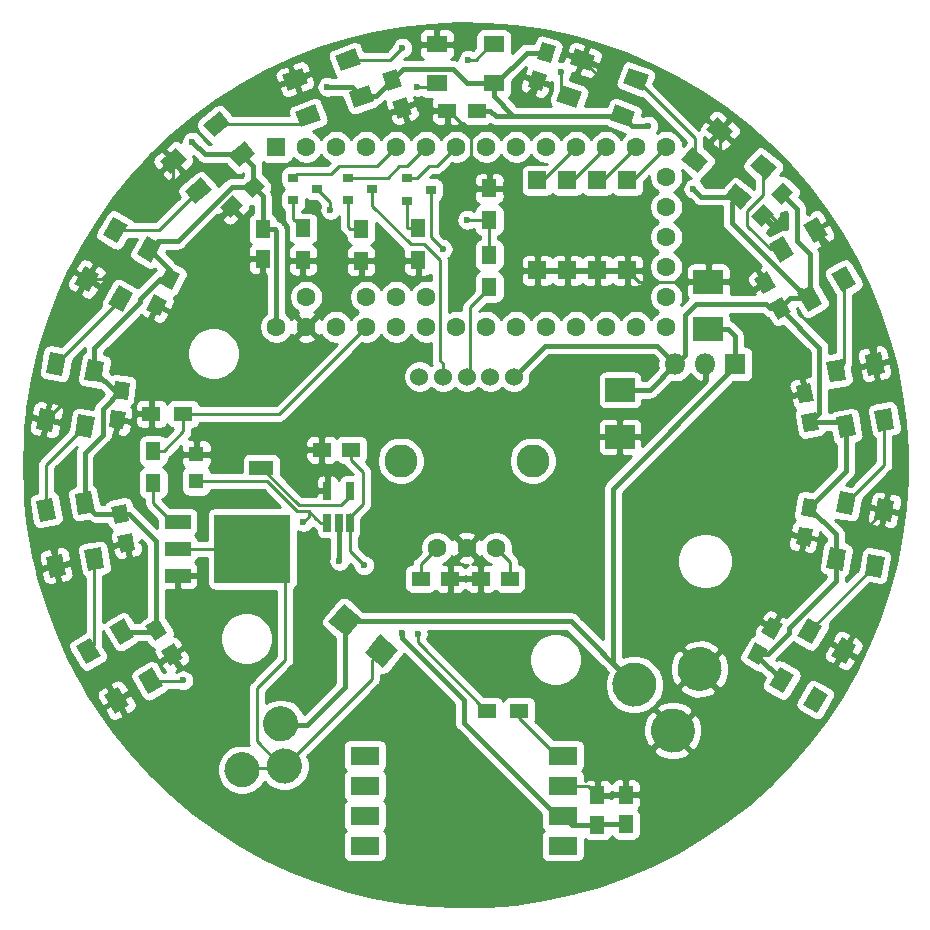
<source format=gtl>
%TF.GenerationSoftware,KiCad,Pcbnew,(5.1.9)-1*%
%TF.CreationDate,2021-03-28T17:18:04-04:00*%
%TF.ProjectId,nogasm,6e6f6761-736d-42e6-9b69-6361645f7063,rev?*%
%TF.SameCoordinates,Original*%
%TF.FileFunction,Copper,L1,Top*%
%TF.FilePolarity,Positive*%
%FSLAX46Y46*%
G04 Gerber Fmt 4.6, Leading zero omitted, Abs format (unit mm)*
G04 Created by KiCad (PCBNEW (5.1.9)-1) date 2021-03-28 17:18:04*
%MOMM*%
%LPD*%
G01*
G04 APERTURE LIST*
%TA.AperFunction,SMDPad,CuDef*%
%ADD10R,1.500000X1.250000*%
%TD*%
%TA.AperFunction,SMDPad,CuDef*%
%ADD11C,0.100000*%
%TD*%
%TA.AperFunction,SMDPad,CuDef*%
%ADD12R,1.250000X1.500000*%
%TD*%
%TA.AperFunction,SMDPad,CuDef*%
%ADD13R,2.200000X1.200000*%
%TD*%
%TA.AperFunction,SMDPad,CuDef*%
%ADD14R,6.400000X5.800000*%
%TD*%
%TA.AperFunction,SMDPad,CuDef*%
%ADD15R,3.050000X2.750000*%
%TD*%
%TA.AperFunction,SMDPad,CuDef*%
%ADD16R,0.900000X0.800000*%
%TD*%
%TA.AperFunction,SMDPad,CuDef*%
%ADD17R,1.500000X1.300000*%
%TD*%
%TA.AperFunction,SMDPad,CuDef*%
%ADD18R,1.300000X1.500000*%
%TD*%
%TA.AperFunction,SMDPad,CuDef*%
%ADD19R,1.300000X1.300000*%
%TD*%
%TA.AperFunction,SMDPad,CuDef*%
%ADD20R,2.000000X1.300000*%
%TD*%
%TA.AperFunction,SMDPad,CuDef*%
%ADD21R,0.650000X1.560000*%
%TD*%
%TA.AperFunction,SMDPad,CuDef*%
%ADD22R,1.800000X1.400000*%
%TD*%
%TA.AperFunction,ComponentPad*%
%ADD23C,1.600000*%
%TD*%
%TA.AperFunction,ComponentPad*%
%ADD24R,1.600000X1.600000*%
%TD*%
%TA.AperFunction,SMDPad,CuDef*%
%ADD25R,2.450000X1.520000*%
%TD*%
%TA.AperFunction,SMDPad,CuDef*%
%ADD26R,1.524000X1.524000*%
%TD*%
%TA.AperFunction,ComponentPad*%
%ADD27R,1.800000X1.800000*%
%TD*%
%TA.AperFunction,ComponentPad*%
%ADD28O,1.800000X1.800000*%
%TD*%
%TA.AperFunction,ComponentPad*%
%ADD29C,1.525000*%
%TD*%
%TA.AperFunction,ComponentPad*%
%ADD30C,2.800000*%
%TD*%
%TA.AperFunction,SMDPad,CuDef*%
%ADD31R,2.500000X2.000000*%
%TD*%
%TA.AperFunction,ViaPad*%
%ADD32C,0.600000*%
%TD*%
%TA.AperFunction,Conductor*%
%ADD33C,0.400000*%
%TD*%
%TA.AperFunction,Conductor*%
%ADD34C,0.250000*%
%TD*%
%TA.AperFunction,Conductor*%
%ADD35C,0.254000*%
%TD*%
%TA.AperFunction,Conductor*%
%ADD36C,0.100000*%
%TD*%
G04 APERTURE END LIST*
D10*
%TO.P,C19,1*%
%TO.N,/ENC_B*%
X123678000Y-94996000D03*
%TO.P,C19,2*%
%TO.N,GND*%
X121178000Y-94996000D03*
%TD*%
%TO.P,C1,1*%
%TO.N,+5V*%
X120864000Y-55372000D03*
%TO.P,C1,2*%
%TO.N,GND*%
X118364000Y-55372000D03*
%TD*%
%TA.AperFunction,SMDPad,CuDef*%
D11*
%TO.P,C2,1*%
%TO.N,+5V*%
G36*
X112855127Y-52277761D02*
G01*
X114029743Y-51850236D01*
X114542773Y-53259775D01*
X113368157Y-53687300D01*
X112855127Y-52277761D01*
G37*
%TD.AperFunction*%
%TA.AperFunction,SMDPad,CuDef*%
%TO.P,C2,2*%
%TO.N,GND*%
G36*
X113710177Y-54626993D02*
G01*
X114884793Y-54199468D01*
X115397823Y-55609007D01*
X114223207Y-56036532D01*
X113710177Y-54626993D01*
G37*
%TD.AperFunction*%
%TD*%
%TA.AperFunction,SMDPad,CuDef*%
%TO.P,C3,1*%
%TO.N,+5V*%
G36*
X102073014Y-60860861D02*
G01*
X102909427Y-61789792D01*
X101794710Y-62793487D01*
X100958297Y-61864556D01*
X102073014Y-60860861D01*
G37*
%TD.AperFunction*%
%TA.AperFunction,SMDPad,CuDef*%
%TO.P,C3,2*%
%TO.N,GND*%
G36*
X100215152Y-62533687D02*
G01*
X101051565Y-63462618D01*
X99936848Y-64466313D01*
X99100435Y-63537382D01*
X100215152Y-62533687D01*
G37*
%TD.AperFunction*%
%TD*%
%TA.AperFunction,SMDPad,CuDef*%
%TO.P,C4,1*%
%TO.N,+5V*%
G36*
X94629471Y-68647922D02*
G01*
X95752964Y-69195886D01*
X95095407Y-70544078D01*
X93971914Y-69996114D01*
X94629471Y-68647922D01*
G37*
%TD.AperFunction*%
%TA.AperFunction,SMDPad,CuDef*%
%TO.P,C4,2*%
%TO.N,GND*%
G36*
X93533543Y-70894908D02*
G01*
X94657036Y-71442872D01*
X93999479Y-72791064D01*
X92875986Y-72243100D01*
X93533543Y-70894908D01*
G37*
%TD.AperFunction*%
%TD*%
%TA.AperFunction,SMDPad,CuDef*%
%TO.P,C5,1*%
%TO.N,+5V*%
G36*
X90257394Y-78216481D02*
G01*
X91495229Y-78390447D01*
X91286470Y-79875849D01*
X90048635Y-79701883D01*
X90257394Y-78216481D01*
G37*
%TD.AperFunction*%
%TA.AperFunction,SMDPad,CuDef*%
%TO.P,C5,2*%
%TO.N,GND*%
G36*
X89909462Y-80692151D02*
G01*
X91147297Y-80866117D01*
X90938538Y-82351519D01*
X89700703Y-82177553D01*
X89909462Y-80692151D01*
G37*
%TD.AperFunction*%
%TD*%
D12*
%TO.P,C6,1*%
%TO.N,GND*%
X102730300Y-67919600D03*
%TO.P,C6,2*%
%TO.N,+5V*%
X102730300Y-65419600D03*
%TD*%
%TA.AperFunction,SMDPad,CuDef*%
D11*
%TO.P,C7,1*%
%TO.N,+5V*%
G36*
X126388163Y-49547220D02*
G01*
X127577656Y-49931416D01*
X127116621Y-51358808D01*
X125927128Y-50974612D01*
X126388163Y-49547220D01*
G37*
%TD.AperFunction*%
%TA.AperFunction,SMDPad,CuDef*%
%TO.P,C7,2*%
%TO.N,GND*%
G36*
X125619771Y-51926206D02*
G01*
X126809264Y-52310402D01*
X126348229Y-53737794D01*
X125158736Y-53353598D01*
X125619771Y-51926206D01*
G37*
%TD.AperFunction*%
%TD*%
%TA.AperFunction,SMDPad,CuDef*%
%TO.P,C8,1*%
%TO.N,+5V*%
G36*
X89898944Y-88898964D02*
G01*
X91121628Y-88639074D01*
X91433496Y-90106296D01*
X90210812Y-90366186D01*
X89898944Y-88898964D01*
G37*
%TD.AperFunction*%
%TA.AperFunction,SMDPad,CuDef*%
%TO.P,C8,2*%
%TO.N,GND*%
G36*
X90418724Y-91344334D02*
G01*
X91641408Y-91084444D01*
X91953276Y-92551666D01*
X90730592Y-92811556D01*
X90418724Y-91344334D01*
G37*
%TD.AperFunction*%
%TD*%
%TA.AperFunction,SMDPad,CuDef*%
%TO.P,C9,1*%
%TO.N,+5V*%
G36*
X92798530Y-99009163D02*
G01*
X93858591Y-98346764D01*
X94653470Y-99618837D01*
X93593409Y-100281236D01*
X92798530Y-99009163D01*
G37*
%TD.AperFunction*%
%TA.AperFunction,SMDPad,CuDef*%
%TO.P,C9,2*%
%TO.N,GND*%
G36*
X94123328Y-101129283D02*
G01*
X95183389Y-100466884D01*
X95978268Y-101738957D01*
X94918207Y-102401356D01*
X94123328Y-101129283D01*
G37*
%TD.AperFunction*%
%TD*%
%TA.AperFunction,SMDPad,CuDef*%
%TO.P,C10,1*%
%TO.N,+5V*%
G36*
X144787781Y-102316107D02*
G01*
X143705249Y-101691107D01*
X144455249Y-100392069D01*
X145537781Y-101017069D01*
X144787781Y-102316107D01*
G37*
%TD.AperFunction*%
%TA.AperFunction,SMDPad,CuDef*%
%TO.P,C10,2*%
%TO.N,GND*%
G36*
X146037781Y-100151043D02*
G01*
X144955249Y-99526043D01*
X145705249Y-98227005D01*
X146787781Y-98852005D01*
X146037781Y-100151043D01*
G37*
%TD.AperFunction*%
%TD*%
%TA.AperFunction,SMDPad,CuDef*%
%TO.P,C11,1*%
%TO.N,+5V*%
G36*
X148538851Y-88130844D02*
G01*
X149769861Y-88347904D01*
X149509389Y-89825116D01*
X148278379Y-89608056D01*
X148538851Y-88130844D01*
G37*
%TD.AperFunction*%
%TA.AperFunction,SMDPad,CuDef*%
%TO.P,C11,2*%
%TO.N,GND*%
G36*
X148104731Y-90592864D02*
G01*
X149335741Y-90809924D01*
X149075269Y-92287136D01*
X147844259Y-92070076D01*
X148104731Y-90592864D01*
G37*
%TD.AperFunction*%
%TD*%
%TA.AperFunction,SMDPad,CuDef*%
%TO.P,C12,1*%
%TO.N,+5V*%
G36*
X149806801Y-82379086D02*
G01*
X148575791Y-82596146D01*
X148315319Y-81118934D01*
X149546329Y-80901874D01*
X149806801Y-82379086D01*
G37*
%TD.AperFunction*%
%TA.AperFunction,SMDPad,CuDef*%
%TO.P,C12,2*%
%TO.N,GND*%
G36*
X149372681Y-79917066D02*
G01*
X148141671Y-80134126D01*
X147881199Y-78656914D01*
X149112209Y-78439854D01*
X149372681Y-79917066D01*
G37*
%TD.AperFunction*%
%TD*%
%TA.AperFunction,SMDPad,CuDef*%
%TO.P,C14,1*%
%TO.N,+5V*%
G36*
X147454266Y-72444167D02*
G01*
X146371734Y-73069167D01*
X145621734Y-71770129D01*
X146704266Y-71145129D01*
X147454266Y-72444167D01*
G37*
%TD.AperFunction*%
%TA.AperFunction,SMDPad,CuDef*%
%TO.P,C14,2*%
%TO.N,GND*%
G36*
X146204266Y-70279103D02*
G01*
X145121734Y-70904103D01*
X144371734Y-69605065D01*
X145454266Y-68980065D01*
X146204266Y-70279103D01*
G37*
%TD.AperFunction*%
%TD*%
D12*
%TO.P,C15,1*%
%TO.N,+3V3*%
X133477000Y-115784000D03*
%TO.P,C15,2*%
%TO.N,GND*%
X133477000Y-113284000D03*
%TD*%
%TA.AperFunction,SMDPad,CuDef*%
D11*
%TO.P,C16,1*%
%TO.N,+5V*%
G36*
X146744208Y-61428573D02*
G01*
X147673139Y-62264986D01*
X146669444Y-63379703D01*
X145740513Y-62543290D01*
X146744208Y-61428573D01*
G37*
%TD.AperFunction*%
%TA.AperFunction,SMDPad,CuDef*%
%TO.P,C16,2*%
%TO.N,GND*%
G36*
X145071382Y-63286435D02*
G01*
X146000313Y-64122848D01*
X144996618Y-65237565D01*
X144067687Y-64401152D01*
X145071382Y-63286435D01*
G37*
%TD.AperFunction*%
%TD*%
D12*
%TO.P,C17,1*%
%TO.N,+3V3*%
X131064000Y-115824000D03*
%TO.P,C17,2*%
%TO.N,GND*%
X131064000Y-113324000D03*
%TD*%
D10*
%TO.P,C20,1*%
%TO.N,/ENC_A*%
X116098000Y-94996000D03*
%TO.P,C20,2*%
%TO.N,GND*%
X118598000Y-94996000D03*
%TD*%
%TO.P,C21,1*%
%TO.N,Net-(C21-Pad1)*%
X110236000Y-84074000D03*
%TO.P,C21,2*%
%TO.N,GND*%
X107736000Y-84074000D03*
%TD*%
D13*
%TO.P,Q1,1*%
%TO.N,Net-(Q1-Pad1)*%
X95554000Y-90176000D03*
%TO.P,Q1,2*%
%TO.N,Net-(D1-Pad2)*%
X95554000Y-92456000D03*
%TO.P,Q1,3*%
%TO.N,GND*%
X95554000Y-94736000D03*
D14*
%TO.P,Q1,2*%
%TO.N,Net-(D1-Pad2)*%
X101854000Y-92456000D03*
D15*
X103529000Y-93981000D03*
X100179000Y-90931000D03*
X103529000Y-90931000D03*
X100179000Y-93981000D03*
%TD*%
D16*
%TO.P,Q2,1*%
%TO.N,/ENC_Rd*%
X114973100Y-61092000D03*
%TO.P,Q2,2*%
%TO.N,Net-(Q2-Pad2)*%
X114973100Y-62992000D03*
%TO.P,Q2,3*%
%TO.N,Net-(Q2-Pad3)*%
X116973100Y-62042000D03*
%TD*%
%TO.P,Q3,1*%
%TO.N,/ENC_Gr*%
X109975900Y-61026000D03*
%TO.P,Q3,2*%
%TO.N,Net-(Q3-Pad2)*%
X109975900Y-62926000D03*
%TO.P,Q3,3*%
%TO.N,Net-(Q3-Pad3)*%
X111975900Y-61976000D03*
%TD*%
%TO.P,Q4,1*%
%TO.N,/ENC_Bl*%
X105321100Y-61041200D03*
%TO.P,Q4,2*%
%TO.N,Net-(Q4-Pad2)*%
X105321100Y-62941200D03*
%TO.P,Q4,3*%
%TO.N,Net-(Q4-Pad3)*%
X107321100Y-61991200D03*
%TD*%
D17*
%TO.P,R1,1*%
%TO.N,GND*%
X93312000Y-81026000D03*
%TO.P,R1,2*%
%TO.N,Net-(R1-Pad2)*%
X96012000Y-81026000D03*
%TD*%
D18*
%TO.P,R2,1*%
%TO.N,Net-(Q1-Pad1)*%
X93472000Y-86868000D03*
%TO.P,R2,2*%
%TO.N,Net-(R1-Pad2)*%
X93472000Y-84168000D03*
%TD*%
D17*
%TO.P,R3,1*%
%TO.N,Net-(C21-Pad1)*%
X121760000Y-106172000D03*
%TO.P,R3,2*%
%TO.N,Net-(R3-Pad2)*%
X124460000Y-106172000D03*
%TD*%
D18*
%TO.P,R4,1*%
%TO.N,Net-(Q2-Pad2)*%
X115887500Y-65328800D03*
%TO.P,R4,2*%
%TO.N,GND*%
X115887500Y-68028800D03*
%TD*%
%TO.P,R5,1*%
%TO.N,Net-(Q3-Pad2)*%
X111061500Y-65372000D03*
%TO.P,R5,2*%
%TO.N,GND*%
X111061500Y-68072000D03*
%TD*%
%TO.P,R6,1*%
%TO.N,Net-(Q4-Pad2)*%
X106133900Y-65328800D03*
%TO.P,R6,2*%
%TO.N,GND*%
X106133900Y-68028800D03*
%TD*%
%TO.P,R7,1*%
%TO.N,Net-(R7-Pad1)*%
X121920000Y-70311000D03*
%TO.P,R7,2*%
%TO.N,/ENC_SW*%
X121920000Y-67611000D03*
%TD*%
%TO.P,R8,1*%
%TO.N,/ENC_SW*%
X121920000Y-64643000D03*
%TO.P,R8,2*%
%TO.N,GND*%
X121920000Y-61943000D03*
%TD*%
D19*
%TO.P,RV1,1*%
%TO.N,/V_PRES*%
X97116000Y-86748000D03*
D20*
%TO.P,RV1,2*%
%TO.N,Net-(RV1-Pad2)*%
X102616000Y-85598000D03*
D19*
%TO.P,RV1,3*%
%TO.N,GND*%
X97116000Y-84448000D03*
%TD*%
D21*
%TO.P,U17,1*%
%TO.N,/V_PRES*%
X108204000Y-90250000D03*
%TO.P,U17,2*%
%TO.N,+3V3*%
X109154000Y-90250000D03*
%TO.P,U17,3*%
%TO.N,Net-(C21-Pad1)*%
X110104000Y-90250000D03*
%TO.P,U17,4*%
%TO.N,Net-(RV1-Pad2)*%
X110104000Y-87550000D03*
%TO.P,U17,5*%
%TO.N,GND*%
X108204000Y-87550000D03*
%TD*%
%TA.AperFunction,SMDPad,CuDef*%
D11*
%TO.P,U12,1*%
%TO.N,+5V*%
G36*
X152135835Y-92553303D02*
G01*
X151823268Y-94325957D01*
X150444537Y-94082849D01*
X150757104Y-92310195D01*
X152135835Y-92553303D01*
G37*
%TD.AperFunction*%
%TA.AperFunction,SMDPad,CuDef*%
%TO.P,U12,2*%
%TO.N,Net-(U12-Pad2)*%
G36*
X155385700Y-93126342D02*
G01*
X155073133Y-94898996D01*
X153694402Y-94655888D01*
X154006969Y-92883234D01*
X155385700Y-93126342D01*
G37*
%TD.AperFunction*%
%TA.AperFunction,SMDPad,CuDef*%
%TO.P,U12,3*%
%TO.N,GND*%
G36*
X156219211Y-88399265D02*
G01*
X155906644Y-90171919D01*
X154527913Y-89928811D01*
X154840480Y-88156157D01*
X156219211Y-88399265D01*
G37*
%TD.AperFunction*%
%TA.AperFunction,SMDPad,CuDef*%
%TO.P,U12,4*%
%TO.N,Net-(U11-Pad2)*%
G36*
X152969346Y-87826226D02*
G01*
X152656779Y-89598880D01*
X151278048Y-89355772D01*
X151590615Y-87583118D01*
X152969346Y-87826226D01*
G37*
%TD.AperFunction*%
%TD*%
%TA.AperFunction,SMDPad,CuDef*%
%TO.P,U8,1*%
%TO.N,+5V*%
G36*
X132587555Y-54837964D02*
G01*
X134279001Y-55453600D01*
X133800173Y-56769170D01*
X132108727Y-56153534D01*
X132587555Y-54837964D01*
G37*
%TD.AperFunction*%
%TA.AperFunction,SMDPad,CuDef*%
%TO.P,U8,2*%
%TO.N,Net-(U8-Pad2)*%
G36*
X133716222Y-51736979D02*
G01*
X135407668Y-52352615D01*
X134928840Y-53668185D01*
X133237394Y-53052549D01*
X133716222Y-51736979D01*
G37*
%TD.AperFunction*%
%TA.AperFunction,SMDPad,CuDef*%
%TO.P,U8,3*%
%TO.N,GND*%
G36*
X129205697Y-50095282D02*
G01*
X130897143Y-50710918D01*
X130418315Y-52026488D01*
X128726869Y-51410852D01*
X129205697Y-50095282D01*
G37*
%TD.AperFunction*%
%TA.AperFunction,SMDPad,CuDef*%
%TO.P,U8,4*%
%TO.N,Net-(U7-Pad2)*%
G36*
X128077030Y-53196267D02*
G01*
X129768476Y-53811903D01*
X129289648Y-55127473D01*
X127598202Y-54511837D01*
X128077030Y-53196267D01*
G37*
%TD.AperFunction*%
%TD*%
%TA.AperFunction,SMDPad,CuDef*%
%TO.P,U4,1*%
%TO.N,+5V*%
G36*
X92050674Y-67540062D02*
G01*
X92950674Y-65981216D01*
X94163110Y-66681216D01*
X93263110Y-68240062D01*
X92050674Y-67540062D01*
G37*
%TD.AperFunction*%
%TA.AperFunction,SMDPad,CuDef*%
%TO.P,U4,2*%
%TO.N,Net-(U4-Pad2)*%
G36*
X89192790Y-65890062D02*
G01*
X90092790Y-64331216D01*
X91305226Y-65031216D01*
X90405226Y-66590062D01*
X89192790Y-65890062D01*
G37*
%TD.AperFunction*%
%TA.AperFunction,SMDPad,CuDef*%
%TO.P,U4,3*%
%TO.N,GND*%
G36*
X86792790Y-70046984D02*
G01*
X87692790Y-68488138D01*
X88905226Y-69188138D01*
X88005226Y-70746984D01*
X86792790Y-70046984D01*
G37*
%TD.AperFunction*%
%TA.AperFunction,SMDPad,CuDef*%
%TO.P,U4,4*%
%TO.N,Net-(U3-Pad2)*%
G36*
X89650674Y-71696984D02*
G01*
X90550674Y-70138138D01*
X91763110Y-70838138D01*
X90863110Y-72396984D01*
X89650674Y-71696984D01*
G37*
%TD.AperFunction*%
%TD*%
%TA.AperFunction,SMDPad,CuDef*%
%TO.P,U11,1*%
%TO.N,+5V*%
G36*
X152656779Y-81089119D02*
G01*
X152969346Y-82861773D01*
X151590615Y-83104881D01*
X151278048Y-81332227D01*
X152656779Y-81089119D01*
G37*
%TD.AperFunction*%
%TA.AperFunction,SMDPad,CuDef*%
%TO.P,U11,2*%
%TO.N,Net-(U11-Pad2)*%
G36*
X155906644Y-80516080D02*
G01*
X156219211Y-82288734D01*
X154840480Y-82531842D01*
X154527913Y-80759188D01*
X155906644Y-80516080D01*
G37*
%TD.AperFunction*%
%TA.AperFunction,SMDPad,CuDef*%
%TO.P,U11,3*%
%TO.N,GND*%
G36*
X155073133Y-75789003D02*
G01*
X155385700Y-77561657D01*
X154006969Y-77804765D01*
X153694402Y-76032111D01*
X155073133Y-75789003D01*
G37*
%TD.AperFunction*%
%TA.AperFunction,SMDPad,CuDef*%
%TO.P,U11,4*%
%TO.N,Net-(U10-Pad2)*%
G36*
X151823268Y-76362042D02*
G01*
X152135835Y-78134696D01*
X150757104Y-78377804D01*
X150444537Y-76605150D01*
X151823268Y-76362042D01*
G37*
%TD.AperFunction*%
%TD*%
D22*
%TO.P,U7,1*%
%TO.N,+5V*%
X122288000Y-53034200D03*
%TO.P,U7,2*%
%TO.N,Net-(U7-Pad2)*%
X122288000Y-49734200D03*
%TO.P,U7,3*%
%TO.N,GND*%
X117488000Y-49734200D03*
%TO.P,U7,4*%
%TO.N,Net-(U6-Pad2)*%
X117488000Y-53034200D03*
%TD*%
%TA.AperFunction,SMDPad,CuDef*%
D11*
%TO.P,U3,1*%
%TO.N,+5V*%
G36*
X87640164Y-78134696D02*
G01*
X87952731Y-76362042D01*
X89331462Y-76605150D01*
X89018895Y-78377804D01*
X87640164Y-78134696D01*
G37*
%TD.AperFunction*%
%TA.AperFunction,SMDPad,CuDef*%
%TO.P,U3,2*%
%TO.N,Net-(U3-Pad2)*%
G36*
X84390299Y-77561657D02*
G01*
X84702866Y-75789003D01*
X86081597Y-76032111D01*
X85769030Y-77804765D01*
X84390299Y-77561657D01*
G37*
%TD.AperFunction*%
%TA.AperFunction,SMDPad,CuDef*%
%TO.P,U3,3*%
%TO.N,GND*%
G36*
X83556788Y-82288734D02*
G01*
X83869355Y-80516080D01*
X85248086Y-80759188D01*
X84935519Y-82531842D01*
X83556788Y-82288734D01*
G37*
%TD.AperFunction*%
%TA.AperFunction,SMDPad,CuDef*%
%TO.P,U3,4*%
%TO.N,Net-(U2-Pad2)*%
G36*
X86806653Y-82861773D02*
G01*
X87119220Y-81089119D01*
X88497951Y-81332227D01*
X88185384Y-83104881D01*
X86806653Y-82861773D01*
G37*
%TD.AperFunction*%
%TD*%
%TA.AperFunction,SMDPad,CuDef*%
%TO.P,U6,1*%
%TO.N,+5V*%
G36*
X110007523Y-53811903D02*
G01*
X111698969Y-53196267D01*
X112177797Y-54511837D01*
X110486351Y-55127473D01*
X110007523Y-53811903D01*
G37*
%TD.AperFunction*%
%TA.AperFunction,SMDPad,CuDef*%
%TO.P,U6,2*%
%TO.N,Net-(U6-Pad2)*%
G36*
X108878856Y-50710918D02*
G01*
X110570302Y-50095282D01*
X111049130Y-51410852D01*
X109357684Y-52026488D01*
X108878856Y-50710918D01*
G37*
%TD.AperFunction*%
%TA.AperFunction,SMDPad,CuDef*%
%TO.P,U6,3*%
%TO.N,GND*%
G36*
X104368331Y-52352615D02*
G01*
X106059777Y-51736979D01*
X106538605Y-53052549D01*
X104847159Y-53668185D01*
X104368331Y-52352615D01*
G37*
%TD.AperFunction*%
%TA.AperFunction,SMDPad,CuDef*%
%TO.P,U6,4*%
%TO.N,Net-(U5-Pad2)*%
G36*
X105496998Y-55453600D02*
G01*
X107188444Y-54837964D01*
X107667272Y-56153534D01*
X105975826Y-56769170D01*
X105496998Y-55453600D01*
G37*
%TD.AperFunction*%
%TD*%
%TA.AperFunction,SMDPad,CuDef*%
%TO.P,U2,1*%
%TO.N,+5V*%
G36*
X87119220Y-89598880D02*
G01*
X86806653Y-87826226D01*
X88185384Y-87583118D01*
X88497951Y-89355772D01*
X87119220Y-89598880D01*
G37*
%TD.AperFunction*%
%TA.AperFunction,SMDPad,CuDef*%
%TO.P,U2,2*%
%TO.N,Net-(U2-Pad2)*%
G36*
X83869355Y-90171919D02*
G01*
X83556788Y-88399265D01*
X84935519Y-88156157D01*
X85248086Y-89928811D01*
X83869355Y-90171919D01*
G37*
%TD.AperFunction*%
%TA.AperFunction,SMDPad,CuDef*%
%TO.P,U2,3*%
%TO.N,GND*%
G36*
X84702866Y-94898996D02*
G01*
X84390299Y-93126342D01*
X85769030Y-92883234D01*
X86081597Y-94655888D01*
X84702866Y-94898996D01*
G37*
%TD.AperFunction*%
%TA.AperFunction,SMDPad,CuDef*%
%TO.P,U2,4*%
%TO.N,Net-(U1-Pad2)*%
G36*
X87952731Y-94325957D02*
G01*
X87640164Y-92553303D01*
X89018895Y-92310195D01*
X89331462Y-94082849D01*
X87952731Y-94325957D01*
G37*
%TD.AperFunction*%
%TD*%
%TA.AperFunction,SMDPad,CuDef*%
%TO.P,U13,1*%
%TO.N,+5V*%
G36*
X147725325Y-103147938D02*
G01*
X146825325Y-104706784D01*
X145612889Y-104006784D01*
X146512889Y-102447938D01*
X147725325Y-103147938D01*
G37*
%TD.AperFunction*%
%TA.AperFunction,SMDPad,CuDef*%
%TO.P,U13,2*%
%TO.N,Net-(U13-Pad2)*%
G36*
X150583209Y-104797938D02*
G01*
X149683209Y-106356784D01*
X148470773Y-105656784D01*
X149370773Y-104097938D01*
X150583209Y-104797938D01*
G37*
%TD.AperFunction*%
%TA.AperFunction,SMDPad,CuDef*%
%TO.P,U13,3*%
%TO.N,GND*%
G36*
X152983209Y-100641016D02*
G01*
X152083209Y-102199862D01*
X150870773Y-101499862D01*
X151770773Y-99941016D01*
X152983209Y-100641016D01*
G37*
%TD.AperFunction*%
%TA.AperFunction,SMDPad,CuDef*%
%TO.P,U13,4*%
%TO.N,Net-(U12-Pad2)*%
G36*
X150125325Y-98991016D02*
G01*
X149225325Y-100549862D01*
X148012889Y-99849862D01*
X148912889Y-98291016D01*
X150125325Y-98991016D01*
G37*
%TD.AperFunction*%
%TD*%
%TA.AperFunction,SMDPad,CuDef*%
%TO.P,U9,1*%
%TO.N,+5V*%
G36*
X142763356Y-61529207D02*
G01*
X144142236Y-62686225D01*
X143242334Y-63758687D01*
X141863454Y-62601669D01*
X142763356Y-61529207D01*
G37*
%TD.AperFunction*%
%TA.AperFunction,SMDPad,CuDef*%
%TO.P,U9,2*%
%TO.N,Net-(U10-Pad4)*%
G36*
X144884555Y-59001260D02*
G01*
X146263435Y-60158278D01*
X145363533Y-61230740D01*
X143984653Y-60073722D01*
X144884555Y-59001260D01*
G37*
%TD.AperFunction*%
%TA.AperFunction,SMDPad,CuDef*%
%TO.P,U9,3*%
%TO.N,GND*%
G36*
X141207542Y-55915879D02*
G01*
X142586422Y-57072897D01*
X141686520Y-58145359D01*
X140307640Y-56988341D01*
X141207542Y-55915879D01*
G37*
%TD.AperFunction*%
%TA.AperFunction,SMDPad,CuDef*%
%TO.P,U9,4*%
%TO.N,Net-(U8-Pad2)*%
G36*
X139086343Y-58443826D02*
G01*
X140465223Y-59600844D01*
X139565321Y-60673306D01*
X138186441Y-59516288D01*
X139086343Y-58443826D01*
G37*
%TD.AperFunction*%
%TD*%
%TA.AperFunction,SMDPad,CuDef*%
%TO.P,U5,1*%
%TO.N,+5V*%
G36*
X99818776Y-59092844D02*
G01*
X101197656Y-57935826D01*
X102097558Y-59008288D01*
X100718678Y-60165306D01*
X99818776Y-59092844D01*
G37*
%TD.AperFunction*%
%TA.AperFunction,SMDPad,CuDef*%
%TO.P,U5,2*%
%TO.N,Net-(U5-Pad2)*%
G36*
X97697577Y-56564897D02*
G01*
X99076457Y-55407879D01*
X99976359Y-56480341D01*
X98597479Y-57637359D01*
X97697577Y-56564897D01*
G37*
%TD.AperFunction*%
%TA.AperFunction,SMDPad,CuDef*%
%TO.P,U5,3*%
%TO.N,GND*%
G36*
X94020564Y-59650278D02*
G01*
X95399444Y-58493260D01*
X96299346Y-59565722D01*
X94920466Y-60722740D01*
X94020564Y-59650278D01*
G37*
%TD.AperFunction*%
%TA.AperFunction,SMDPad,CuDef*%
%TO.P,U5,4*%
%TO.N,Net-(U4-Pad2)*%
G36*
X96141763Y-62178225D02*
G01*
X97520643Y-61021207D01*
X98420545Y-62093669D01*
X97041665Y-63250687D01*
X96141763Y-62178225D01*
G37*
%TD.AperFunction*%
%TD*%
%TA.AperFunction,SMDPad,CuDef*%
%TO.P,U1,1*%
%TO.N,+5V*%
G36*
X90661782Y-100604501D02*
G01*
X89761782Y-99045655D01*
X90974218Y-98345655D01*
X91874218Y-99904501D01*
X90661782Y-100604501D01*
G37*
%TD.AperFunction*%
%TA.AperFunction,SMDPad,CuDef*%
%TO.P,U1,2*%
%TO.N,Net-(U1-Pad2)*%
G36*
X87803898Y-102254501D02*
G01*
X86903898Y-100695655D01*
X88116334Y-99995655D01*
X89016334Y-101554501D01*
X87803898Y-102254501D01*
G37*
%TD.AperFunction*%
%TA.AperFunction,SMDPad,CuDef*%
%TO.P,U1,3*%
%TO.N,GND*%
G36*
X90203898Y-106411423D02*
G01*
X89303898Y-104852577D01*
X90516334Y-104152577D01*
X91416334Y-105711423D01*
X90203898Y-106411423D01*
G37*
%TD.AperFunction*%
%TA.AperFunction,SMDPad,CuDef*%
%TO.P,U1,4*%
%TO.N,/5VIO*%
G36*
X93061782Y-104761423D02*
G01*
X92161782Y-103202577D01*
X93374218Y-102502577D01*
X94274218Y-104061423D01*
X93061782Y-104761423D01*
G37*
%TD.AperFunction*%
%TD*%
%TA.AperFunction,SMDPad,CuDef*%
%TO.P,U10,1*%
%TO.N,+5V*%
G36*
X149225325Y-70138137D02*
G01*
X150125325Y-71696983D01*
X148912889Y-72396983D01*
X148012889Y-70838137D01*
X149225325Y-70138137D01*
G37*
%TD.AperFunction*%
%TA.AperFunction,SMDPad,CuDef*%
%TO.P,U10,2*%
%TO.N,Net-(U10-Pad2)*%
G36*
X152083209Y-68488137D02*
G01*
X152983209Y-70046983D01*
X151770773Y-70746983D01*
X150870773Y-69188137D01*
X152083209Y-68488137D01*
G37*
%TD.AperFunction*%
%TA.AperFunction,SMDPad,CuDef*%
%TO.P,U10,3*%
%TO.N,GND*%
G36*
X149683209Y-64331215D02*
G01*
X150583209Y-65890061D01*
X149370773Y-66590061D01*
X148470773Y-65031215D01*
X149683209Y-64331215D01*
G37*
%TD.AperFunction*%
%TA.AperFunction,SMDPad,CuDef*%
%TO.P,U10,4*%
%TO.N,Net-(U10-Pad4)*%
G36*
X146825325Y-65981215D02*
G01*
X147725325Y-67540061D01*
X146512889Y-68240061D01*
X145612889Y-66681215D01*
X146825325Y-65981215D01*
G37*
%TD.AperFunction*%
%TD*%
%TA.AperFunction,SMDPad,CuDef*%
%TO.P,D1,1*%
%TO.N,+12V*%
G36*
X108302990Y-98675257D02*
G01*
X109588565Y-97143168D01*
X111120654Y-98428743D01*
X109835079Y-99960832D01*
X108302990Y-98675257D01*
G37*
%TD.AperFunction*%
%TA.AperFunction,SMDPad,CuDef*%
%TO.P,D1,2*%
%TO.N,Net-(D1-Pad2)*%
G36*
X111367168Y-101246407D02*
G01*
X112652743Y-99714318D01*
X114184832Y-100999893D01*
X112899257Y-102531982D01*
X111367168Y-101246407D01*
G37*
%TD.AperFunction*%
%TD*%
D23*
%TO.P,U14,17*%
%TO.N,Net-(U14-Pad17)*%
X136906000Y-66040000D03*
%TO.P,U14,18*%
%TO.N,Net-(U14-Pad18)*%
X136906000Y-68580000D03*
%TO.P,U14,19*%
%TO.N,Net-(U14-Pad19)*%
X136906000Y-71120000D03*
%TO.P,U14,20*%
%TO.N,Net-(U14-Pad20)*%
X136906000Y-73660000D03*
%TO.P,U14,16*%
%TO.N,Net-(U14-Pad16)*%
X136906000Y-63500000D03*
%TO.P,U14,15*%
%TO.N,/5VIO*%
X136906000Y-60960000D03*
%TO.P,U14,14*%
%TO.N,Net-(SW1-Pad5)*%
X136906000Y-58420000D03*
%TO.P,U14,21*%
%TO.N,Net-(U14-Pad21)*%
X134366000Y-73660000D03*
%TO.P,U14,22*%
%TO.N,/V_PRES*%
X131826000Y-73660000D03*
%TO.P,U14,23*%
%TO.N,Net-(U14-Pad23)*%
X129286000Y-73660000D03*
%TO.P,U14,24*%
%TO.N,Net-(U14-Pad24)*%
X126746000Y-73660000D03*
%TO.P,U14,25*%
%TO.N,Net-(U14-Pad25)*%
X124206000Y-73660000D03*
%TO.P,U14,26*%
%TO.N,Net-(U14-Pad26)*%
X121666000Y-73660000D03*
%TO.P,U14,27*%
%TO.N,Net-(U14-Pad27)*%
X119126000Y-73660000D03*
%TO.P,U14,28*%
%TO.N,Net-(U14-Pad28)*%
X116586000Y-73660000D03*
%TO.P,U14,29*%
%TO.N,Net-(U14-Pad29)*%
X114046000Y-73660000D03*
%TO.P,U14,30*%
%TO.N,Net-(R1-Pad2)*%
X111506000Y-73660000D03*
%TO.P,U14,31*%
%TO.N,+3V3*%
X108966000Y-73660000D03*
%TO.P,U14,32*%
%TO.N,GND*%
X106426000Y-73660000D03*
%TO.P,U14,33*%
%TO.N,+5V*%
X103886000Y-73660000D03*
%TO.P,U14,34*%
%TO.N,Net-(U14-Pad34)*%
X106426000Y-71120000D03*
%TO.P,U14,35*%
%TO.N,Net-(U14-Pad35)*%
X111506000Y-71120000D03*
%TO.P,U14,36*%
%TO.N,Net-(U14-Pad36)*%
X114046000Y-71120000D03*
%TO.P,U14,37*%
%TO.N,Net-(U14-Pad37)*%
X116586000Y-71120000D03*
%TO.P,U14,13*%
%TO.N,Net-(SW1-Pad6)*%
X134366000Y-58420000D03*
%TO.P,U14,12*%
%TO.N,Net-(SW1-Pad7)*%
X131826000Y-58420000D03*
%TO.P,U14,11*%
%TO.N,Net-(SW1-Pad8)*%
X129286000Y-58420000D03*
%TO.P,U14,10*%
%TO.N,/ENC_B*%
X126746000Y-58420000D03*
%TO.P,U14,9*%
%TO.N,/ENC_A*%
X124206000Y-58420000D03*
%TO.P,U14,8*%
%TO.N,/ENC_SW*%
X121666000Y-58420000D03*
%TO.P,U14,7*%
%TO.N,/ENC_Rd*%
X119126000Y-58420000D03*
%TO.P,U14,6*%
%TO.N,/ENC_Gr*%
X116586000Y-58420000D03*
%TO.P,U14,5*%
%TO.N,/ENC_Bl*%
X114046000Y-58420000D03*
%TO.P,U14,4*%
%TO.N,Net-(U14-Pad4)*%
X111506000Y-58420000D03*
%TO.P,U14,3*%
%TO.N,Net-(U14-Pad3)*%
X108966000Y-58420000D03*
%TO.P,U14,2*%
%TO.N,Net-(U14-Pad2)*%
X106426000Y-58420000D03*
D24*
%TO.P,U14,1*%
%TO.N,Net-(U14-Pad1)*%
X103886000Y-58420000D03*
%TD*%
D25*
%TO.P,U16,1*%
%TO.N,Net-(U16-Pad1)*%
X128143000Y-117602000D03*
%TO.P,U16,2*%
%TO.N,+3V3*%
X128143000Y-115062000D03*
%TO.P,U16,3*%
%TO.N,GND*%
X128143000Y-112522000D03*
%TO.P,U16,4*%
%TO.N,Net-(R3-Pad2)*%
X128143000Y-109982000D03*
%TO.P,U16,8*%
%TO.N,Net-(U16-Pad8)*%
X111379000Y-117602000D03*
%TO.P,U16,5*%
%TO.N,Net-(U16-Pad5)*%
X111379000Y-109982000D03*
%TO.P,U16,7*%
%TO.N,Net-(U16-Pad7)*%
X111379000Y-115062000D03*
%TO.P,U16,6*%
%TO.N,Net-(U16-Pad6)*%
X111379000Y-112522000D03*
%TD*%
D26*
%TO.P,SW1,2*%
%TO.N,GND*%
X128524000Y-68897500D03*
%TO.P,SW1,3*%
X131064000Y-68897500D03*
%TO.P,SW1,4*%
X133604000Y-68897500D03*
%TO.P,SW1,1*%
X125984000Y-68897500D03*
%TO.P,SW1,8*%
%TO.N,Net-(SW1-Pad8)*%
X125984000Y-61277500D03*
%TO.P,SW1,7*%
%TO.N,Net-(SW1-Pad7)*%
X128524000Y-61277500D03*
%TO.P,SW1,6*%
%TO.N,Net-(SW1-Pad6)*%
X131064000Y-61277500D03*
%TO.P,SW1,5*%
%TO.N,Net-(SW1-Pad5)*%
X133604000Y-61277500D03*
%TD*%
D27*
%TO.P,U15,1*%
%TO.N,+12V*%
X142748000Y-76835000D03*
D28*
%TO.P,U15,2*%
%TO.N,GND*%
X140208000Y-76835000D03*
%TO.P,U15,3*%
%TO.N,+5V*%
X137668000Y-76835000D03*
%TD*%
D29*
%TO.P,Encoder,3*%
%TO.N,Net-(R7-Pad1)*%
X120002800Y-77876400D03*
%TO.P,Encoder,4*%
%TO.N,Net-(Q4-Pad3)*%
X122002800Y-77876400D03*
%TO.P,Encoder,2*%
%TO.N,Net-(Q3-Pad3)*%
X118002800Y-77876400D03*
%TO.P,Encoder,1*%
%TO.N,Net-(Q2-Pad3)*%
X116002800Y-77876400D03*
%TO.P,Encoder,5*%
%TO.N,+5V*%
X124002800Y-77876400D03*
D23*
%TO.P,Encoder,C*%
%TO.N,GND*%
X120002800Y-92376400D03*
%TO.P,Encoder,B*%
%TO.N,/ENC_B*%
X122502800Y-92376400D03*
%TO.P,Encoder,A*%
%TO.N,/ENC_A*%
X117502800Y-92376400D03*
D30*
%TO.P,Encoder,~*%
%TO.N,N/C*%
X125590800Y-84988400D03*
X114414800Y-84988400D03*
%TD*%
%TO.P,J1,1*%
%TO.N,+12V*%
%TA.AperFunction,ComponentPad*%
G36*
G01*
X103099614Y-106310066D02*
X103099614Y-106310066D01*
G75*
G02*
X105212862Y-106125180I1149067J-964181D01*
G01*
X105212862Y-106125180D01*
G75*
G02*
X105397748Y-108238428I-964181J-1149067D01*
G01*
X105397748Y-108238428D01*
G75*
G02*
X103284500Y-108423314I-1149067J964181D01*
G01*
X103284500Y-108423314D01*
G75*
G02*
X103099614Y-106310066I964181J1149067D01*
G01*
G37*
%TD.AperFunction*%
%TO.P,J1,2*%
%TO.N,Net-(D1-Pad2)*%
%TA.AperFunction,ComponentPad*%
G36*
G01*
X99834252Y-110201572D02*
X99834252Y-110201572D01*
G75*
G02*
X101947500Y-110016686I1149067J-964181D01*
G01*
X101947500Y-110016686D01*
G75*
G02*
X102132386Y-112129934I-964181J-1149067D01*
G01*
X102132386Y-112129934D01*
G75*
G02*
X100019138Y-112314820I-1149067J964181D01*
G01*
X100019138Y-112314820D01*
G75*
G02*
X99834252Y-110201572I964181J1149067D01*
G01*
G37*
%TD.AperFunction*%
%TO.P,J1,3*%
%TA.AperFunction,ComponentPad*%
G36*
G01*
X103412686Y-109888500D02*
X103412686Y-109888500D01*
G75*
G02*
X105525934Y-109703614I1149067J-964181D01*
G01*
X105525934Y-109703614D01*
G75*
G02*
X105710820Y-111816862I-964181J-1149067D01*
G01*
X105710820Y-111816862D01*
G75*
G02*
X103597572Y-112001748I-1149067J964181D01*
G01*
X103597572Y-112001748D01*
G75*
G02*
X103412686Y-109888500I964181J1149067D01*
G01*
G37*
%TD.AperFunction*%
%TD*%
%TO.P,J2,1*%
%TO.N,+12V*%
%TA.AperFunction,ComponentPad*%
G36*
G01*
X132763105Y-105162121D02*
X132763105Y-105162121D01*
G75*
G02*
X132994211Y-102520561I1436333J1205227D01*
G01*
X132994211Y-102520561D01*
G75*
G02*
X135635771Y-102751667I1205227J-1436333D01*
G01*
X135635771Y-102751667D01*
G75*
G02*
X135404665Y-105393227I-1436333J-1205227D01*
G01*
X135404665Y-105393227D01*
G75*
G02*
X132763105Y-105162121I-1205227J1436333D01*
G01*
G37*
%TD.AperFunction*%
%TO.P,J2,2*%
%TO.N,GND*%
%TA.AperFunction,ComponentPad*%
G36*
G01*
X136028467Y-109053627D02*
X136028467Y-109053627D01*
G75*
G02*
X136259573Y-106412067I1436333J1205227D01*
G01*
X136259573Y-106412067D01*
G75*
G02*
X138901133Y-106643173I1205227J-1436333D01*
G01*
X138901133Y-106643173D01*
G75*
G02*
X138670027Y-109284733I-1436333J-1205227D01*
G01*
X138670027Y-109284733D01*
G75*
G02*
X136028467Y-109053627I-1205227J1436333D01*
G01*
G37*
%TD.AperFunction*%
%TO.P,J2,3*%
%TA.AperFunction,ComponentPad*%
G36*
G01*
X140928852Y-104073619D02*
X140928852Y-104073619D01*
G75*
G02*
X138287292Y-103842513I-1205227J1436333D01*
G01*
X138287292Y-103842513D01*
G75*
G02*
X138518398Y-101200953I1436333J1205227D01*
G01*
X138518398Y-101200953D01*
G75*
G02*
X141159958Y-101432059I1205227J-1436333D01*
G01*
X141159958Y-101432059D01*
G75*
G02*
X140928852Y-104073619I-1436333J-1205227D01*
G01*
G37*
%TD.AperFunction*%
%TD*%
D31*
%TO.P,C13,1*%
%TO.N,+12V*%
X140462000Y-73850000D03*
%TO.P,C13,2*%
%TO.N,GND*%
X140462000Y-69850000D03*
%TD*%
%TO.P,C18,1*%
%TO.N,+5V*%
X132969000Y-78994000D03*
%TO.P,C18,2*%
%TO.N,GND*%
X132969000Y-82994000D03*
%TD*%
D32*
%TO.N,+5V*%
X108204000Y-53340000D03*
X96782405Y-57987897D03*
X135382000Y-56642000D03*
X139192000Y-61976000D03*
%TO.N,GND*%
X153670000Y-73914000D03*
X86360000Y-91186000D03*
X86360000Y-79248000D03*
X153162000Y-91186000D03*
X150876000Y-67564000D03*
X146558000Y-65024000D03*
X119634000Y-49276000D03*
X142240000Y-59944000D03*
X131318000Y-53340000D03*
X124714000Y-54356000D03*
X90424000Y-68326000D03*
X93726000Y-62484000D03*
X140081000Y-66802000D03*
%TO.N,+3V3*%
X114554000Y-99568000D03*
X109220002Y-93472000D03*
%TO.N,Net-(C21-Pad1)*%
X115854346Y-99653083D03*
X111315182Y-93844209D03*
%TO.N,Net-(Q2-Pad3)*%
X117963641Y-67087194D03*
%TO.N,Net-(Q4-Pad3)*%
X108458000Y-63754000D03*
%TO.N,/ENC_SW*%
X120053650Y-64612146D03*
%TO.N,/5VIO*%
X95994618Y-103595418D03*
%TO.N,Net-(U6-Pad2)*%
X115824000Y-53340000D03*
X114554000Y-50038000D03*
%TO.N,/V_PRES*%
X106172000Y-90170000D03*
%TO.N,Net-(U7-Pad2)*%
X128016000Y-52070000D03*
X120142000Y-51054000D03*
%TD*%
D33*
%TO.N,+5V*%
X90818000Y-99475078D02*
X93564922Y-99475078D01*
X93564922Y-99475078D02*
X93726000Y-99314000D01*
X90666220Y-89502630D02*
X91405182Y-89502630D01*
X91405182Y-89502630D02*
X93726000Y-91823448D01*
X93726000Y-91823448D02*
X93726000Y-99314000D01*
X113698950Y-52768768D02*
X114633519Y-51834199D01*
X114633519Y-51834199D02*
X118821040Y-51834199D01*
X118821040Y-51834199D02*
X120021041Y-53034200D01*
X120021041Y-53034200D02*
X122288000Y-53034200D01*
X108204000Y-53340000D02*
X110270790Y-53340000D01*
X110270790Y-53340000D02*
X111092660Y-54161870D01*
X97845074Y-59050566D02*
X96782405Y-57987897D01*
X100958167Y-59050566D02*
X97845074Y-59050566D01*
X135382000Y-56642000D02*
X134032297Y-56642000D01*
X134032297Y-56642000D02*
X133193864Y-55803567D01*
X143002845Y-62643947D02*
X139859947Y-62643947D01*
X139859947Y-62643947D02*
X139192000Y-61976000D01*
X122288000Y-53034200D02*
X122488000Y-53034200D01*
X122488000Y-53034200D02*
X125069186Y-50453014D01*
X125069186Y-50453014D02*
X126752392Y-50453014D01*
X137668000Y-76835000D02*
X138468069Y-76034931D01*
X138468069Y-72693929D02*
X139439335Y-71722663D01*
X139439335Y-71722663D02*
X145331828Y-71722663D01*
X138468069Y-76034931D02*
X138468069Y-72693929D01*
X145331828Y-71722663D02*
X145716313Y-72107148D01*
X145716313Y-72107148D02*
X146538000Y-72107148D01*
X137668000Y-76835000D02*
X136089747Y-75256747D01*
X136089747Y-75256747D02*
X126622453Y-75256747D01*
X126622453Y-75256747D02*
X124002800Y-77876400D01*
X132969000Y-78994000D02*
X135509000Y-78994000D01*
X135509000Y-78994000D02*
X137668000Y-76835000D01*
X102730300Y-65419600D02*
X102730300Y-62623612D01*
X102730300Y-62623612D02*
X101933862Y-61827174D01*
X103886000Y-73660000D02*
X103886000Y-65550300D01*
X103886000Y-65550300D02*
X103755300Y-65419600D01*
X103755300Y-65419600D02*
X102730300Y-65419600D01*
X144621515Y-101354088D02*
X144621515Y-101529769D01*
X144621515Y-101529769D02*
X146669107Y-103577361D01*
X151290186Y-93318076D02*
X151290186Y-95206597D01*
X151290186Y-95206597D02*
X147287791Y-99208992D01*
X147287791Y-99208992D02*
X147287791Y-99608155D01*
X147287791Y-99608155D02*
X145541858Y-101354088D01*
X145541858Y-101354088D02*
X144621515Y-101354088D01*
X149024120Y-88977980D02*
X151290186Y-91244046D01*
X151290186Y-91244046D02*
X151290186Y-93318076D01*
X152123697Y-82097000D02*
X152123697Y-85878403D01*
X152123697Y-85878403D02*
X149024120Y-88977980D01*
X149061060Y-81749010D02*
X151775707Y-81749010D01*
X151775707Y-81749010D02*
X152123697Y-82097000D01*
X146538000Y-72107148D02*
X149872691Y-75441839D01*
X149872691Y-75441839D02*
X149872691Y-80937379D01*
X149872691Y-80937379D02*
X149061060Y-81749010D01*
X143002845Y-62643947D02*
X142435270Y-63211522D01*
X142435270Y-63211522D02*
X142435270Y-64869564D01*
X142435270Y-64869564D02*
X148103711Y-70538005D01*
X148103711Y-70538005D02*
X148339552Y-70538005D01*
X148339552Y-70538005D02*
X149069107Y-71267560D01*
X149069107Y-71267560D02*
X147377588Y-71267560D01*
X147377588Y-71267560D02*
X146538000Y-72107148D01*
X146706826Y-62404138D02*
X147970763Y-63668075D01*
X147970763Y-63668075D02*
X147970763Y-66419531D01*
X147970763Y-66419531D02*
X149069107Y-67517875D01*
X149069107Y-67517875D02*
X149069107Y-71267560D01*
X120864000Y-55372000D02*
X122014000Y-55372000D01*
X122014000Y-55372000D02*
X122445567Y-55803567D01*
X122445567Y-55803567D02*
X123957367Y-55803567D01*
X122288000Y-53034200D02*
X122288000Y-54134200D01*
X122288000Y-54134200D02*
X123957367Y-55803567D01*
X123957367Y-55803567D02*
X133193864Y-55803567D01*
X111092660Y-54161870D02*
X112305848Y-54161870D01*
X112305848Y-54161870D02*
X113698950Y-52768768D01*
X101933862Y-61827174D02*
X101933862Y-60026261D01*
X101933862Y-60026261D02*
X100958167Y-59050566D01*
X93106892Y-67110639D02*
X93836447Y-66381084D01*
X95549610Y-66381084D02*
X100103520Y-61827174D01*
X93836447Y-66381084D02*
X95549610Y-66381084D01*
X100103520Y-61827174D02*
X101933862Y-61827174D01*
X94862439Y-69596000D02*
X94862439Y-68866186D01*
X94862439Y-68866186D02*
X93106892Y-67110639D01*
X88485813Y-77369923D02*
X88485813Y-75481403D01*
X88485813Y-75481403D02*
X92375976Y-71591240D01*
X92375976Y-71591240D02*
X92375976Y-71287087D01*
X92375976Y-71287087D02*
X94067063Y-69596000D01*
X94067063Y-69596000D02*
X94862439Y-69596000D01*
X90771932Y-79046165D02*
X90162055Y-79046165D01*
X90162055Y-79046165D02*
X88485813Y-77369923D01*
X87652302Y-88590999D02*
X87652302Y-84345086D01*
X87652302Y-84345086D02*
X89200693Y-82796695D01*
X89200693Y-82796695D02*
X89200693Y-80617404D01*
X89200693Y-80617404D02*
X90771932Y-79046165D01*
X90666220Y-89502630D02*
X88563933Y-89502630D01*
X88563933Y-89502630D02*
X87652302Y-88590999D01*
X93619561Y-99420439D02*
X93726000Y-99314000D01*
D34*
%TO.N,GND*%
X154540051Y-76796884D02*
X154540051Y-74784051D01*
X154540051Y-74784051D02*
X153670000Y-73914000D01*
X85235948Y-93891115D02*
X85235948Y-92310052D01*
X85235948Y-92310052D02*
X86360000Y-91186000D01*
X84402437Y-81523961D02*
X86360000Y-79566398D01*
X86360000Y-79566398D02*
X86360000Y-79248000D01*
X155373562Y-89164038D02*
X153351600Y-91186000D01*
X153351600Y-91186000D02*
X153162000Y-91186000D01*
X149526991Y-65460638D02*
X150876000Y-66809647D01*
X150876000Y-66809647D02*
X150876000Y-67564000D01*
X145034000Y-64262000D02*
X145796000Y-64262000D01*
X145796000Y-64262000D02*
X146558000Y-65024000D01*
X117488000Y-49734200D02*
X119175800Y-49734200D01*
X119175800Y-49734200D02*
X119634000Y-49276000D01*
X128143000Y-112522000D02*
X130262000Y-112522000D01*
X130262000Y-112522000D02*
X131064000Y-113324000D01*
X141447031Y-57030619D02*
X141447031Y-59151031D01*
X141447031Y-59151031D02*
X142240000Y-59944000D01*
X121920000Y-61943000D02*
X121020000Y-61943000D01*
X118489000Y-55372000D02*
X118364000Y-55372000D01*
X121020000Y-61943000D02*
X120396000Y-61319000D01*
X120396000Y-61319000D02*
X120396000Y-57279000D01*
X120396000Y-57279000D02*
X118489000Y-55372000D01*
X129812006Y-51060885D02*
X131318000Y-52566879D01*
X131318000Y-52566879D02*
X131318000Y-53340000D01*
X125984000Y-52832000D02*
X125984000Y-53086000D01*
X125984000Y-53086000D02*
X124714000Y-54356000D01*
X87849008Y-69617561D02*
X89132439Y-69617561D01*
X89132439Y-69617561D02*
X90424000Y-68326000D01*
X95159955Y-59608000D02*
X95159955Y-61050045D01*
X95159955Y-61050045D02*
X93726000Y-62484000D01*
X140462000Y-69850000D02*
X140462000Y-67183000D01*
X140462000Y-67183000D02*
X140081000Y-66802000D01*
X134556500Y-69850000D02*
X133604000Y-68897500D01*
X140462000Y-69850000D02*
X134556500Y-69850000D01*
X139723625Y-101525575D02*
X139723625Y-102637286D01*
X121920000Y-61943000D02*
X121920000Y-61843000D01*
D33*
%TO.N,+12V*%
X140462000Y-73850000D02*
X142112000Y-73850000D01*
X142112000Y-73850000D02*
X142748000Y-74486000D01*
X142748000Y-74486000D02*
X142748000Y-76835000D01*
X104154162Y-107411294D02*
X106456706Y-107411294D01*
X106456706Y-107411294D02*
X109711822Y-104156178D01*
X109711822Y-104156178D02*
X109711822Y-98552000D01*
X129000850Y-98755200D02*
X128797650Y-98552000D01*
X128797650Y-98552000D02*
X109711822Y-98552000D01*
X142748000Y-76835000D02*
X142748000Y-77018038D01*
X142748000Y-77018038D02*
X132395992Y-87370046D01*
X132395992Y-87370046D02*
X132395992Y-102153448D01*
X132395992Y-102153448D02*
X134199438Y-103956894D01*
X129000850Y-98758306D02*
X134199438Y-103956894D01*
X129000850Y-98755200D02*
X129000850Y-98758306D01*
%TO.N,+3V3*%
X114554000Y-99568000D02*
X114554000Y-99992264D01*
X114554000Y-99992264D02*
X119792001Y-105230265D01*
X119792001Y-105230265D02*
X119792001Y-107206792D01*
X119792001Y-107206792D02*
X127647209Y-115062000D01*
X127647209Y-115062000D02*
X128143000Y-115062000D01*
X109154000Y-93405998D02*
X109220002Y-93472000D01*
X109154000Y-90076000D02*
X109154000Y-93405998D01*
X131064000Y-115824000D02*
X128905000Y-115824000D01*
X128905000Y-115824000D02*
X128143000Y-115062000D01*
X133477000Y-115784000D02*
X131104000Y-115784000D01*
X131104000Y-115784000D02*
X131064000Y-115824000D01*
D34*
X108478000Y-73172000D02*
X108966000Y-73660000D01*
%TO.N,/ENC_B*%
X122500000Y-92388000D02*
X123678000Y-93566000D01*
X123678000Y-93566000D02*
X123678000Y-94996000D01*
%TO.N,/ENC_A*%
X117500000Y-92388000D02*
X116098000Y-93790000D01*
X116098000Y-93790000D02*
X116098000Y-94996000D01*
%TO.N,Net-(C21-Pad1)*%
X115854346Y-100366346D02*
X115854346Y-99653083D01*
X121660000Y-106172000D02*
X115854346Y-100366346D01*
X121760000Y-106172000D02*
X121660000Y-106172000D01*
X110104000Y-90250000D02*
X110104000Y-89795000D01*
X110104000Y-89795000D02*
X111236000Y-88663000D01*
X111236000Y-88663000D02*
X111236000Y-85949000D01*
X111236000Y-85949000D02*
X110236000Y-84949000D01*
X110236000Y-84949000D02*
X110236000Y-84074000D01*
X110104000Y-92633027D02*
X111315182Y-93844209D01*
X110104000Y-89537707D02*
X110104000Y-92633027D01*
%TO.N,Net-(Q2-Pad2)*%
X114973100Y-62992000D02*
X114973100Y-65314400D01*
X114973100Y-65314400D02*
X114987500Y-65328800D01*
X114987500Y-65328800D02*
X115887500Y-65328800D01*
%TO.N,Net-(Q2-Pad3)*%
X116973100Y-66096653D02*
X117963641Y-67087194D01*
X116973100Y-62042000D02*
X116973100Y-66096653D01*
%TO.N,Net-(Q3-Pad2)*%
X109975900Y-62926000D02*
X109975900Y-65186400D01*
X109975900Y-65186400D02*
X110161500Y-65372000D01*
X110161500Y-65372000D02*
X111061500Y-65372000D01*
%TO.N,Net-(Q3-Pad3)*%
X111975900Y-61976000D02*
X111975900Y-63402202D01*
X117711001Y-67988497D02*
X117711001Y-76506264D01*
X111975900Y-63402202D02*
X115265585Y-66691887D01*
X115265585Y-66691887D02*
X116414391Y-66691887D01*
X116414391Y-66691887D02*
X117711001Y-67988497D01*
X117711001Y-76506264D02*
X118002800Y-76798063D01*
X118002800Y-76798063D02*
X118002800Y-77876400D01*
%TO.N,Net-(Q4-Pad2)*%
X105321100Y-62941200D02*
X105321100Y-64516000D01*
X105321100Y-64516000D02*
X106133900Y-65328800D01*
%TO.N,Net-(Q4-Pad3)*%
X108458000Y-63754000D02*
X108458000Y-63128100D01*
X108458000Y-63128100D02*
X107321100Y-61991200D01*
%TO.N,Net-(R1-Pad2)*%
X93472000Y-84168000D02*
X94372000Y-84168000D01*
X94372000Y-84168000D02*
X96012000Y-82528000D01*
X96012000Y-82528000D02*
X96012000Y-81026000D01*
X96012000Y-81026000D02*
X104140000Y-81026000D01*
X104140000Y-81026000D02*
X111506000Y-73660000D01*
X110998000Y-73660000D02*
X111506000Y-73660000D01*
%TO.N,Net-(R3-Pad2)*%
X128143000Y-109982000D02*
X127678000Y-109982000D01*
X127678000Y-109982000D02*
X124460000Y-106764000D01*
X124460000Y-106764000D02*
X124460000Y-106172000D01*
%TO.N,Net-(R7-Pad1)*%
X121920000Y-70311000D02*
X121920000Y-70411000D01*
X121920000Y-70411000D02*
X120307100Y-72023900D01*
X120307100Y-72023900D02*
X120307100Y-77580900D01*
X120307100Y-77580900D02*
X120000000Y-77888000D01*
%TO.N,/ENC_SW*%
X120084504Y-64643000D02*
X120053650Y-64612146D01*
X121920000Y-64643000D02*
X120084504Y-64643000D01*
X121920000Y-64643000D02*
X121920000Y-67611000D01*
X122174000Y-64198500D02*
X122174000Y-64098500D01*
X121522500Y-58563500D02*
X121666000Y-58420000D01*
X121586000Y-58500000D02*
X121666000Y-58420000D01*
%TO.N,Net-(SW1-Pad5)*%
X136906000Y-58420000D02*
X134048500Y-61277500D01*
X134048500Y-61277500D02*
X133604000Y-61277500D01*
%TO.N,Net-(SW1-Pad6)*%
X134366000Y-58420000D02*
X131508500Y-61277500D01*
X131508500Y-61277500D02*
X131064000Y-61277500D01*
X134366000Y-58420000D02*
X134366000Y-58547000D01*
%TO.N,Net-(SW1-Pad7)*%
X131826000Y-58420000D02*
X128968500Y-61277500D01*
X128968500Y-61277500D02*
X128524000Y-61277500D01*
%TO.N,Net-(SW1-Pad8)*%
X129286000Y-58420000D02*
X126428500Y-61277500D01*
X126428500Y-61277500D02*
X125984000Y-61277500D01*
%TO.N,Net-(U1-Pad2)*%
X88485813Y-93318076D02*
X88485813Y-100599381D01*
X88485813Y-100599381D02*
X87960116Y-101125078D01*
%TO.N,/5VIO*%
X95958036Y-103632000D02*
X95994618Y-103595418D01*
X93218000Y-103632000D02*
X95958036Y-103632000D01*
%TO.N,Net-(U2-Pad2)*%
X84402437Y-89164038D02*
X84402437Y-85346865D01*
X84402437Y-85346865D02*
X87652302Y-82097000D01*
%TO.N,Net-(U12-Pad2)*%
X154540051Y-93891115D02*
X149069107Y-99362059D01*
X149069107Y-99362059D02*
X149069107Y-99420439D01*
%TO.N,Net-(U3-Pad2)*%
X85235948Y-76796884D02*
X90706892Y-71325940D01*
X90706892Y-71325940D02*
X90706892Y-71267561D01*
%TO.N,Net-(U6-Pad2)*%
X115824000Y-53340000D02*
X117182200Y-53340000D01*
X117182200Y-53340000D02*
X117488000Y-53034200D01*
X109963993Y-51060885D02*
X113531115Y-51060885D01*
X113531115Y-51060885D02*
X114554000Y-50038000D01*
%TO.N,Net-(U10-Pad4)*%
X145124044Y-60116000D02*
X145124044Y-62478033D01*
X145124044Y-62478033D02*
X143742677Y-63859400D01*
X143742677Y-63859400D02*
X143742677Y-65092498D01*
X143742677Y-65092498D02*
X145760817Y-67110638D01*
X145760817Y-67110638D02*
X146669107Y-67110638D01*
%TO.N,Net-(U10-Pad2)*%
X151926991Y-69617560D02*
X151926991Y-76733118D01*
X151926991Y-76733118D02*
X151290186Y-77369923D01*
%TO.N,Net-(U11-Pad2)*%
X155373562Y-81523961D02*
X155373562Y-85341134D01*
X155373562Y-85341134D02*
X152123697Y-88590999D01*
%TO.N,Net-(RV1-Pad2)*%
X110104000Y-87550000D02*
X110104000Y-88005000D01*
X110104000Y-88005000D02*
X109340418Y-88768582D01*
X109340418Y-88768582D02*
X105786582Y-88768582D01*
X105786582Y-88768582D02*
X102616000Y-85598000D01*
X110104000Y-87872415D02*
X110104000Y-87376000D01*
X110104000Y-87376000D02*
X110104000Y-87831000D01*
%TO.N,Net-(U4-Pad2)*%
X90249008Y-65460639D02*
X93956462Y-65460639D01*
X93956462Y-65460639D02*
X97281154Y-62135947D01*
%TO.N,Net-(U5-Pad2)*%
X98836968Y-56522619D02*
X105863083Y-56522619D01*
X105863083Y-56522619D02*
X106582135Y-55803567D01*
%TO.N,Net-(D1-Pad2)*%
X103529000Y-93981000D02*
X104655228Y-95107228D01*
X104655228Y-95107228D02*
X104655228Y-101839907D01*
X104655228Y-101839907D02*
X102229161Y-104265974D01*
X102229161Y-104265974D02*
X102229161Y-108751655D01*
X102229161Y-108751655D02*
X104467234Y-110989728D01*
X95554000Y-92456000D02*
X98654000Y-92456000D01*
X98654000Y-92456000D02*
X100179000Y-93981000D01*
X112776000Y-101123150D02*
X111995483Y-101903667D01*
X111995483Y-101903667D02*
X111995483Y-103461479D01*
X111995483Y-103461479D02*
X104467234Y-110989728D01*
X104467234Y-110989728D02*
X101201872Y-110989728D01*
X101201872Y-110989728D02*
X100888800Y-111302800D01*
%TO.N,Net-(Q1-Pad1)*%
X93472000Y-86868000D02*
X93472000Y-88594000D01*
X93472000Y-88594000D02*
X95054000Y-90176000D01*
X95054000Y-90176000D02*
X95554000Y-90176000D01*
%TO.N,/ENC_Rd*%
X119126000Y-58420000D02*
X117500400Y-60045600D01*
X117500400Y-60045600D02*
X116801900Y-60045600D01*
X116801900Y-60045600D02*
X115755500Y-61092000D01*
X115755500Y-61092000D02*
X114973100Y-61092000D01*
%TO.N,/ENC_Gr*%
X116586000Y-58420000D02*
X114960400Y-60045600D01*
X114960400Y-60045600D02*
X114312700Y-60045600D01*
X114312700Y-60045600D02*
X113332300Y-61026000D01*
X113332300Y-61026000D02*
X109975900Y-61026000D01*
%TO.N,/ENC_Bl*%
X114046000Y-58420000D02*
X112420400Y-60045600D01*
X112420400Y-60045600D02*
X109232700Y-60045600D01*
X109232700Y-60045600D02*
X108521500Y-60756800D01*
X105605500Y-60756800D02*
X105321100Y-61041200D01*
X108521500Y-60756800D02*
X105605500Y-60756800D01*
%TO.N,/V_PRES*%
X106611961Y-89232662D02*
X106611961Y-89730039D01*
X106611961Y-89730039D02*
X106172000Y-90170000D01*
X97116000Y-86748000D02*
X103129589Y-86748000D01*
X103129589Y-86748000D02*
X105614251Y-89232662D01*
X106611961Y-89232662D02*
X107281000Y-89901701D01*
X107281000Y-89901701D02*
X107281000Y-89902000D01*
X107281000Y-89902000D02*
X107629000Y-90250000D01*
X105614251Y-89232662D02*
X106611961Y-89232662D01*
X107629000Y-90250000D02*
X108204000Y-90250000D01*
%TO.N,Net-(U7-Pad2)*%
X128016000Y-52070000D02*
X128016000Y-53494531D01*
X128016000Y-53494531D02*
X128683339Y-54161870D01*
X122288000Y-49734200D02*
X122088000Y-49734200D01*
X122088000Y-49734200D02*
X120768200Y-51054000D01*
X120768200Y-51054000D02*
X120142000Y-51054000D01*
%TO.N,Net-(U8-Pad2)*%
X134322531Y-52702582D02*
X139325832Y-57705883D01*
X139325832Y-57705883D02*
X139325832Y-59558566D01*
%TD*%
D35*
%TO.N,GND*%
X121703914Y-47994561D02*
X124117728Y-48190434D01*
X126513801Y-48542141D01*
X128882084Y-49048207D01*
X131212642Y-49706511D01*
X133495700Y-50514291D01*
X135721683Y-51468159D01*
X137881254Y-52564114D01*
X139965355Y-53797559D01*
X141965245Y-55163321D01*
X143872535Y-56655671D01*
X145679225Y-58268350D01*
X147377739Y-59994594D01*
X148960950Y-61827162D01*
X150422220Y-63758368D01*
X151755418Y-65780111D01*
X152954954Y-67883912D01*
X154015795Y-70060947D01*
X154933492Y-72302084D01*
X155704197Y-74597924D01*
X156324675Y-76938836D01*
X156792326Y-79315002D01*
X157105187Y-81716457D01*
X157261947Y-84133126D01*
X157261947Y-86554874D01*
X157105187Y-88971543D01*
X156792326Y-91372998D01*
X156324675Y-93749164D01*
X155704197Y-96090076D01*
X154933492Y-98385916D01*
X154015795Y-100627053D01*
X152954954Y-102804088D01*
X151755418Y-104907889D01*
X150422220Y-106929632D01*
X148960950Y-108860838D01*
X147377739Y-110693406D01*
X145679225Y-112419650D01*
X143872535Y-114032329D01*
X141965245Y-115524679D01*
X139965355Y-116890441D01*
X137881254Y-118123886D01*
X135721683Y-119219841D01*
X133495700Y-120173709D01*
X131212642Y-120981489D01*
X128882084Y-121639793D01*
X126513801Y-122145859D01*
X124117728Y-122497566D01*
X121703914Y-122693439D01*
X119282484Y-122732654D01*
X116863593Y-122615049D01*
X114457387Y-122341115D01*
X112073960Y-121912003D01*
X109723307Y-121329513D01*
X107415288Y-120596086D01*
X105159584Y-119714800D01*
X102965657Y-118689351D01*
X100842707Y-117524039D01*
X98799641Y-116223754D01*
X96845026Y-114793948D01*
X94987061Y-113240619D01*
X93233540Y-111570282D01*
X91591816Y-109789942D01*
X90068777Y-107907068D01*
X88859852Y-106196967D01*
X89346847Y-106196967D01*
X89651312Y-106730459D01*
X89724170Y-106832133D01*
X89815465Y-106917640D01*
X89921687Y-106983692D01*
X90038753Y-107027753D01*
X90162166Y-107048128D01*
X90287183Y-107044037D01*
X90409000Y-107015633D01*
X90522934Y-106964009D01*
X90880149Y-106754224D01*
X90938256Y-106537367D01*
X90313631Y-105455485D01*
X89404954Y-105980110D01*
X89346847Y-106196967D01*
X88859852Y-106196967D01*
X88670810Y-105929556D01*
X87984016Y-104810845D01*
X88667193Y-104810845D01*
X88671285Y-104935862D01*
X88699688Y-105057679D01*
X88751312Y-105171613D01*
X89061097Y-105702033D01*
X89277954Y-105760140D01*
X90025602Y-105328485D01*
X90533601Y-105328485D01*
X91158226Y-106410367D01*
X91375083Y-106468474D01*
X91735370Y-106264009D01*
X91837044Y-106191151D01*
X91922551Y-106099857D01*
X91988603Y-105993634D01*
X92032664Y-105876568D01*
X92053039Y-105753155D01*
X92048947Y-105628138D01*
X92020544Y-105506321D01*
X91968920Y-105392387D01*
X91659135Y-104861967D01*
X91442278Y-104803860D01*
X90533601Y-105328485D01*
X90025602Y-105328485D01*
X90186631Y-105235515D01*
X89562006Y-104153633D01*
X89345149Y-104095526D01*
X88984862Y-104299991D01*
X88883188Y-104372849D01*
X88797681Y-104464143D01*
X88731629Y-104570366D01*
X88687568Y-104687432D01*
X88667193Y-104810845D01*
X87984016Y-104810845D01*
X87502577Y-104026633D01*
X89781976Y-104026633D01*
X90406601Y-105108515D01*
X91315278Y-104583890D01*
X91373385Y-104367033D01*
X91068920Y-103833541D01*
X90996062Y-103731867D01*
X90904767Y-103646360D01*
X90798545Y-103580308D01*
X90681479Y-103536247D01*
X90558066Y-103515872D01*
X90433049Y-103519963D01*
X90311232Y-103548367D01*
X90197298Y-103599991D01*
X89840083Y-103809776D01*
X89781976Y-104026633D01*
X87502577Y-104026633D01*
X87403778Y-103865702D01*
X87031598Y-103160845D01*
X91525076Y-103160845D01*
X91529169Y-103285862D01*
X91557572Y-103407678D01*
X91609195Y-103521613D01*
X92509195Y-105080459D01*
X92582054Y-105182133D01*
X92673348Y-105267639D01*
X92779570Y-105333692D01*
X92896637Y-105377753D01*
X93020050Y-105398129D01*
X93145067Y-105394036D01*
X93266883Y-105365633D01*
X93380818Y-105314010D01*
X94593254Y-104614010D01*
X94694928Y-104541151D01*
X94780435Y-104449857D01*
X94816412Y-104392000D01*
X95503832Y-104392000D01*
X95551729Y-104424004D01*
X95721889Y-104494486D01*
X95902529Y-104530418D01*
X96086707Y-104530418D01*
X96267347Y-104494486D01*
X96437507Y-104424004D01*
X96590646Y-104321680D01*
X96720880Y-104191446D01*
X96823204Y-104038307D01*
X96893686Y-103868147D01*
X96929618Y-103687507D01*
X96929618Y-103503329D01*
X96893686Y-103322689D01*
X96823204Y-103152529D01*
X96720880Y-102999390D01*
X96590646Y-102869156D01*
X96437507Y-102766832D01*
X96267347Y-102696350D01*
X96086707Y-102660418D01*
X95902529Y-102660418D01*
X95721889Y-102696350D01*
X95551729Y-102766832D01*
X95398590Y-102869156D01*
X95395746Y-102872000D01*
X95366871Y-102872000D01*
X95542406Y-102760091D01*
X95592909Y-102541339D01*
X95010396Y-101609122D01*
X94184185Y-102125396D01*
X94133682Y-102344148D01*
X94377092Y-102739482D01*
X94453454Y-102838552D01*
X94491763Y-102872000D01*
X94324287Y-102872000D01*
X93926805Y-102183541D01*
X93853946Y-102081867D01*
X93762652Y-101996361D01*
X93656430Y-101930308D01*
X93539363Y-101886247D01*
X93415950Y-101865871D01*
X93290933Y-101869964D01*
X93169117Y-101898367D01*
X93055182Y-101949990D01*
X91842746Y-102649990D01*
X91741072Y-102722849D01*
X91655565Y-102814143D01*
X91589513Y-102920365D01*
X91545452Y-103037432D01*
X91525076Y-103160845D01*
X87031598Y-103160845D01*
X86272997Y-101724161D01*
X85283209Y-99513916D01*
X84438565Y-97244237D01*
X83742608Y-94924645D01*
X83622586Y-94404344D01*
X83970850Y-94404344D01*
X84074488Y-95009796D01*
X84108177Y-95130258D01*
X84164721Y-95241832D01*
X84241946Y-95340231D01*
X84336883Y-95421674D01*
X84445884Y-95483030D01*
X84564762Y-95521943D01*
X84688946Y-95536916D01*
X84813666Y-95527374D01*
X85221089Y-95452415D01*
X85349861Y-95268510D01*
X85132931Y-94038239D01*
X84099621Y-94220439D01*
X83970850Y-94404344D01*
X83622586Y-94404344D01*
X83527959Y-93994132D01*
X85383072Y-93994132D01*
X85600002Y-95224403D01*
X85783907Y-95353175D01*
X86192397Y-95284267D01*
X86312859Y-95250577D01*
X86424433Y-95194033D01*
X86522832Y-95116808D01*
X86604275Y-95021871D01*
X86665631Y-94912870D01*
X86704544Y-94793993D01*
X86719517Y-94669808D01*
X86709975Y-94545088D01*
X86600286Y-93940703D01*
X86416381Y-93811932D01*
X85383072Y-93994132D01*
X83527959Y-93994132D01*
X83324567Y-93112422D01*
X83752379Y-93112422D01*
X83761921Y-93237142D01*
X83871610Y-93841527D01*
X84055515Y-93970298D01*
X85088824Y-93788098D01*
X84871894Y-92557827D01*
X84808903Y-92513720D01*
X85122035Y-92513720D01*
X85338965Y-93743991D01*
X86372275Y-93561791D01*
X86501046Y-93377886D01*
X86397408Y-92772434D01*
X86363719Y-92651972D01*
X86307175Y-92540398D01*
X86229950Y-92441999D01*
X86135013Y-92360556D01*
X86026012Y-92299200D01*
X85907134Y-92260287D01*
X85782950Y-92245314D01*
X85658230Y-92254856D01*
X85250807Y-92329815D01*
X85122035Y-92513720D01*
X84808903Y-92513720D01*
X84687989Y-92429055D01*
X84279499Y-92497963D01*
X84159037Y-92531653D01*
X84047463Y-92588197D01*
X83949064Y-92665422D01*
X83867621Y-92760359D01*
X83806265Y-92869360D01*
X83767352Y-92988237D01*
X83752379Y-93112422D01*
X83324567Y-93112422D01*
X83198258Y-92564868D01*
X82807797Y-90174804D01*
X82633380Y-88385346D01*
X82918868Y-88385346D01*
X82928410Y-88510065D01*
X83240977Y-90282719D01*
X83274667Y-90403181D01*
X83331211Y-90514755D01*
X83408435Y-90613154D01*
X83503372Y-90694597D01*
X83612374Y-90755954D01*
X83731251Y-90794866D01*
X83855436Y-90809839D01*
X83980155Y-90800297D01*
X85358886Y-90557189D01*
X85479348Y-90523499D01*
X85590922Y-90466955D01*
X85689321Y-90389731D01*
X85770764Y-90294794D01*
X85832121Y-90185792D01*
X85871033Y-90066915D01*
X85886006Y-89942730D01*
X85876464Y-89818011D01*
X85563897Y-88045357D01*
X85530207Y-87924895D01*
X85473663Y-87813321D01*
X85396439Y-87714922D01*
X85301502Y-87633479D01*
X85192500Y-87572122D01*
X85162437Y-87562281D01*
X85162437Y-85661666D01*
X86998160Y-83825943D01*
X86954666Y-83878941D01*
X86877130Y-84024000D01*
X86829384Y-84181398D01*
X86813262Y-84345086D01*
X86817303Y-84386114D01*
X86817302Y-87176433D01*
X86695853Y-87197848D01*
X86575391Y-87231538D01*
X86463817Y-87288082D01*
X86365418Y-87365306D01*
X86283975Y-87460243D01*
X86222618Y-87569245D01*
X86183706Y-87688122D01*
X86168733Y-87812307D01*
X86178275Y-87937026D01*
X86490842Y-89709680D01*
X86524532Y-89830142D01*
X86581076Y-89941716D01*
X86658300Y-90040115D01*
X86753237Y-90121558D01*
X86862239Y-90182915D01*
X86981116Y-90221827D01*
X87105301Y-90236800D01*
X87230020Y-90227258D01*
X87971389Y-90096534D01*
X88002501Y-90122067D01*
X88002503Y-90122069D01*
X88090087Y-90193947D01*
X88097787Y-90200266D01*
X88242846Y-90277802D01*
X88400244Y-90325548D01*
X88496222Y-90335001D01*
X88563933Y-90341670D01*
X88604951Y-90337630D01*
X89552415Y-90337630D01*
X89586683Y-90498849D01*
X89624557Y-90618061D01*
X89684960Y-90727594D01*
X89765572Y-90823238D01*
X89863293Y-90901318D01*
X89931625Y-90936700D01*
X89883592Y-90996815D01*
X89826077Y-91107891D01*
X89791336Y-91228054D01*
X89780706Y-91352686D01*
X89794595Y-91476997D01*
X89894123Y-91930463D01*
X90082410Y-92052738D01*
X91035370Y-91850180D01*
X91031212Y-91830618D01*
X91279662Y-91777807D01*
X91283820Y-91797370D01*
X91303382Y-91793212D01*
X91356193Y-92041662D01*
X91336630Y-92045820D01*
X91565176Y-93121049D01*
X91753463Y-93243324D01*
X92085939Y-93175794D01*
X92205151Y-93137921D01*
X92314684Y-93077518D01*
X92410328Y-92996906D01*
X92488408Y-92899185D01*
X92545923Y-92788109D01*
X92580664Y-92667946D01*
X92591294Y-92543314D01*
X92577405Y-92419003D01*
X92477877Y-91965537D01*
X92289592Y-91843264D01*
X92444871Y-91810258D01*
X92421368Y-91699684D01*
X92891000Y-92169316D01*
X92891001Y-98198980D01*
X92460404Y-98468047D01*
X92361334Y-98544410D01*
X92279066Y-98638633D01*
X92278236Y-98640078D01*
X91880986Y-98640078D01*
X91526805Y-98026619D01*
X91453946Y-97924945D01*
X91362652Y-97839439D01*
X91256430Y-97773386D01*
X91139363Y-97729325D01*
X91015950Y-97708949D01*
X90890933Y-97713042D01*
X90769117Y-97741445D01*
X90655182Y-97793068D01*
X89442746Y-98493068D01*
X89341072Y-98565927D01*
X89255565Y-98657221D01*
X89245813Y-98672904D01*
X89245813Y-94745866D01*
X89442262Y-94711227D01*
X89562724Y-94677537D01*
X89674298Y-94620993D01*
X89772697Y-94543769D01*
X89854140Y-94448832D01*
X89915497Y-94339830D01*
X89954409Y-94220953D01*
X89969382Y-94096768D01*
X89959840Y-93972049D01*
X89698422Y-92489474D01*
X90012945Y-92489474D01*
X90106463Y-92944218D01*
X90144336Y-93063431D01*
X90204739Y-93172964D01*
X90285351Y-93268608D01*
X90383073Y-93346688D01*
X90494149Y-93404202D01*
X90614312Y-93438943D01*
X90738943Y-93449573D01*
X90863254Y-93435684D01*
X91194452Y-93362145D01*
X91316727Y-93173858D01*
X91088180Y-92098630D01*
X90135220Y-92301187D01*
X90012945Y-92489474D01*
X89698422Y-92489474D01*
X89647273Y-92199395D01*
X89613583Y-92078933D01*
X89557039Y-91967359D01*
X89479815Y-91868960D01*
X89384878Y-91787517D01*
X89275876Y-91726160D01*
X89156999Y-91687248D01*
X89032814Y-91672275D01*
X88908095Y-91681817D01*
X87529364Y-91924925D01*
X87408902Y-91958615D01*
X87297328Y-92015159D01*
X87198929Y-92092383D01*
X87117486Y-92187320D01*
X87056129Y-92296322D01*
X87017217Y-92415199D01*
X87002244Y-92539384D01*
X87011786Y-92664103D01*
X87324353Y-94436757D01*
X87358043Y-94557219D01*
X87414587Y-94668793D01*
X87491811Y-94767192D01*
X87586748Y-94848635D01*
X87695750Y-94909992D01*
X87725813Y-94919833D01*
X87725814Y-99484339D01*
X86584862Y-100143068D01*
X86483188Y-100215927D01*
X86397681Y-100307221D01*
X86331629Y-100413443D01*
X86287568Y-100530510D01*
X86267192Y-100653923D01*
X86271285Y-100778940D01*
X86299688Y-100900756D01*
X86351311Y-101014691D01*
X87251311Y-102573537D01*
X87324170Y-102675211D01*
X87415464Y-102760717D01*
X87521686Y-102826770D01*
X87638753Y-102870831D01*
X87762166Y-102891207D01*
X87887183Y-102887114D01*
X88008999Y-102858711D01*
X88122934Y-102807088D01*
X89335370Y-102107088D01*
X89437044Y-102034229D01*
X89522551Y-101942935D01*
X89588603Y-101836713D01*
X89632664Y-101719646D01*
X89653040Y-101596233D01*
X89648947Y-101471216D01*
X89620544Y-101349400D01*
X89568921Y-101235465D01*
X89242522Y-100670126D01*
X89245813Y-100636714D01*
X89245813Y-100636704D01*
X89249489Y-100599381D01*
X89245813Y-100562058D01*
X89245813Y-99428115D01*
X90109195Y-100923537D01*
X90182054Y-101025211D01*
X90273348Y-101110717D01*
X90379570Y-101176770D01*
X90496637Y-101220831D01*
X90620050Y-101241207D01*
X90745067Y-101237114D01*
X90866883Y-101208711D01*
X90980818Y-101157088D01*
X92193254Y-100457088D01*
X92294928Y-100384229D01*
X92364379Y-100310078D01*
X92859030Y-100310078D01*
X93052293Y-100619363D01*
X93128656Y-100718432D01*
X93222878Y-100800700D01*
X93331341Y-100863006D01*
X93449874Y-100902954D01*
X93526185Y-100912831D01*
X93501610Y-100985749D01*
X93485554Y-101109797D01*
X93494007Y-101234596D01*
X93526644Y-101355347D01*
X93582213Y-101467410D01*
X93830833Y-101859489D01*
X94049585Y-101909991D01*
X94746482Y-101474522D01*
X95225800Y-101474522D01*
X95808314Y-102406739D01*
X96027066Y-102457242D01*
X96316394Y-102280072D01*
X96415464Y-102203710D01*
X96497732Y-102109487D01*
X96560037Y-102001024D01*
X96599986Y-101882491D01*
X96616042Y-101758443D01*
X96607589Y-101633644D01*
X96574952Y-101512893D01*
X96519383Y-101400830D01*
X96270763Y-101008751D01*
X96052011Y-100958249D01*
X95225800Y-101474522D01*
X94746482Y-101474522D01*
X94875796Y-101393718D01*
X94865198Y-101376757D01*
X95080602Y-101242157D01*
X95091200Y-101259118D01*
X95917411Y-100742844D01*
X95967914Y-100524092D01*
X95724504Y-100128758D01*
X95648142Y-100029688D01*
X95553919Y-99947420D01*
X95445456Y-99885115D01*
X95358690Y-99855872D01*
X99111000Y-99855872D01*
X99111000Y-100296128D01*
X99196890Y-100727925D01*
X99365369Y-101134669D01*
X99609962Y-101500729D01*
X99921271Y-101812038D01*
X100287331Y-102056631D01*
X100694075Y-102225110D01*
X101125872Y-102311000D01*
X101566128Y-102311000D01*
X101997925Y-102225110D01*
X102404669Y-102056631D01*
X102770729Y-101812038D01*
X103082038Y-101500729D01*
X103326631Y-101134669D01*
X103495110Y-100727925D01*
X103581000Y-100296128D01*
X103581000Y-99855872D01*
X103495110Y-99424075D01*
X103326631Y-99017331D01*
X103082038Y-98651271D01*
X102770729Y-98339962D01*
X102404669Y-98095369D01*
X101997925Y-97926890D01*
X101566128Y-97841000D01*
X101125872Y-97841000D01*
X100694075Y-97926890D01*
X100287331Y-98095369D01*
X99921271Y-98339962D01*
X99609962Y-98651271D01*
X99365369Y-99017331D01*
X99196890Y-99424075D01*
X99111000Y-99855872D01*
X95358690Y-99855872D01*
X95326924Y-99845166D01*
X95250614Y-99835289D01*
X95275188Y-99762372D01*
X95291244Y-99638323D01*
X95282791Y-99513525D01*
X95250154Y-99392774D01*
X95194586Y-99280710D01*
X94561000Y-98266760D01*
X94561000Y-95973668D01*
X95268250Y-95971000D01*
X95427000Y-95812250D01*
X95427000Y-94863000D01*
X95681000Y-94863000D01*
X95681000Y-95812250D01*
X95839750Y-95971000D01*
X96654000Y-95974072D01*
X96778482Y-95961812D01*
X96898180Y-95925502D01*
X97008494Y-95866537D01*
X97105185Y-95787185D01*
X97184537Y-95690494D01*
X97243502Y-95580180D01*
X97279812Y-95460482D01*
X97292072Y-95336000D01*
X97289000Y-95021750D01*
X97130250Y-94863000D01*
X95681000Y-94863000D01*
X95427000Y-94863000D01*
X95407000Y-94863000D01*
X95407000Y-94609000D01*
X95427000Y-94609000D01*
X95427000Y-94589000D01*
X95681000Y-94589000D01*
X95681000Y-94609000D01*
X97130250Y-94609000D01*
X97289000Y-94450250D01*
X97292072Y-94136000D01*
X97279812Y-94011518D01*
X97243502Y-93891820D01*
X97184537Y-93781506D01*
X97105185Y-93684815D01*
X97008494Y-93605463D01*
X96990790Y-93596000D01*
X97008494Y-93586537D01*
X97105185Y-93507185D01*
X97184537Y-93410494D01*
X97243502Y-93300180D01*
X97269038Y-93216000D01*
X98015928Y-93216000D01*
X98015928Y-95356000D01*
X98028188Y-95480482D01*
X98064498Y-95600180D01*
X98123463Y-95710494D01*
X98202815Y-95807185D01*
X98299506Y-95886537D01*
X98409820Y-95945502D01*
X98529518Y-95981812D01*
X98654000Y-95994072D01*
X103895228Y-95994072D01*
X103895229Y-101525104D01*
X101718164Y-103702170D01*
X101689160Y-103725973D01*
X101634032Y-103793148D01*
X101594187Y-103841698D01*
X101532613Y-103956894D01*
X101523615Y-103973728D01*
X101480158Y-104116989D01*
X101469161Y-104228642D01*
X101469161Y-104228652D01*
X101465485Y-104265974D01*
X101469161Y-104303297D01*
X101469162Y-108714323D01*
X101465485Y-108751655D01*
X101469162Y-108788988D01*
X101476896Y-108867506D01*
X101480159Y-108900640D01*
X101523615Y-109043901D01*
X101555014Y-109102643D01*
X101193598Y-109030753D01*
X100773040Y-109030753D01*
X100360563Y-109112800D01*
X99972017Y-109273741D01*
X99622336Y-109507390D01*
X99324956Y-109804770D01*
X99091307Y-110154451D01*
X98930366Y-110542997D01*
X98848319Y-110955474D01*
X98848319Y-111376032D01*
X98930366Y-111788509D01*
X99091307Y-112177055D01*
X99324956Y-112526736D01*
X99622336Y-112824116D01*
X99972017Y-113057765D01*
X100360563Y-113218706D01*
X100773040Y-113300753D01*
X101193598Y-113300753D01*
X101606075Y-113218706D01*
X101994621Y-113057765D01*
X102344302Y-112824116D01*
X102641682Y-112526736D01*
X102875331Y-112177055D01*
X102876708Y-112173731D01*
X102903390Y-112213664D01*
X103200770Y-112511044D01*
X103550451Y-112744693D01*
X103938997Y-112905634D01*
X104351474Y-112987681D01*
X104772032Y-112987681D01*
X105184509Y-112905634D01*
X105573055Y-112744693D01*
X105922736Y-112511044D01*
X106220116Y-112213664D01*
X106453765Y-111863983D01*
X106614706Y-111475437D01*
X106696753Y-111062960D01*
X106696753Y-110642402D01*
X106614706Y-110229925D01*
X106523069Y-110008694D01*
X107309763Y-109222000D01*
X109515928Y-109222000D01*
X109515928Y-110742000D01*
X109528188Y-110866482D01*
X109564498Y-110986180D01*
X109623463Y-111096494D01*
X109702815Y-111193185D01*
X109774482Y-111252000D01*
X109702815Y-111310815D01*
X109623463Y-111407506D01*
X109564498Y-111517820D01*
X109528188Y-111637518D01*
X109515928Y-111762000D01*
X109515928Y-113282000D01*
X109528188Y-113406482D01*
X109564498Y-113526180D01*
X109623463Y-113636494D01*
X109702815Y-113733185D01*
X109774482Y-113792000D01*
X109702815Y-113850815D01*
X109623463Y-113947506D01*
X109564498Y-114057820D01*
X109528188Y-114177518D01*
X109515928Y-114302000D01*
X109515928Y-115822000D01*
X109528188Y-115946482D01*
X109564498Y-116066180D01*
X109623463Y-116176494D01*
X109702815Y-116273185D01*
X109774482Y-116332000D01*
X109702815Y-116390815D01*
X109623463Y-116487506D01*
X109564498Y-116597820D01*
X109528188Y-116717518D01*
X109515928Y-116842000D01*
X109515928Y-118362000D01*
X109528188Y-118486482D01*
X109564498Y-118606180D01*
X109623463Y-118716494D01*
X109702815Y-118813185D01*
X109799506Y-118892537D01*
X109909820Y-118951502D01*
X110029518Y-118987812D01*
X110154000Y-119000072D01*
X112604000Y-119000072D01*
X112728482Y-118987812D01*
X112848180Y-118951502D01*
X112958494Y-118892537D01*
X113055185Y-118813185D01*
X113134537Y-118716494D01*
X113193502Y-118606180D01*
X113229812Y-118486482D01*
X113242072Y-118362000D01*
X113242072Y-116842000D01*
X113229812Y-116717518D01*
X113193502Y-116597820D01*
X113134537Y-116487506D01*
X113055185Y-116390815D01*
X112983518Y-116332000D01*
X113055185Y-116273185D01*
X113134537Y-116176494D01*
X113193502Y-116066180D01*
X113229812Y-115946482D01*
X113242072Y-115822000D01*
X113242072Y-114302000D01*
X113229812Y-114177518D01*
X113193502Y-114057820D01*
X113134537Y-113947506D01*
X113055185Y-113850815D01*
X112983518Y-113792000D01*
X113055185Y-113733185D01*
X113134537Y-113636494D01*
X113193502Y-113526180D01*
X113229812Y-113406482D01*
X113242072Y-113282000D01*
X113242072Y-111762000D01*
X113229812Y-111637518D01*
X113193502Y-111517820D01*
X113134537Y-111407506D01*
X113055185Y-111310815D01*
X112983518Y-111252000D01*
X113055185Y-111193185D01*
X113134537Y-111096494D01*
X113193502Y-110986180D01*
X113229812Y-110866482D01*
X113242072Y-110742000D01*
X113242072Y-109222000D01*
X113229812Y-109097518D01*
X113193502Y-108977820D01*
X113134537Y-108867506D01*
X113055185Y-108770815D01*
X112958494Y-108691463D01*
X112848180Y-108632498D01*
X112728482Y-108596188D01*
X112604000Y-108583928D01*
X110154000Y-108583928D01*
X110029518Y-108596188D01*
X109909820Y-108632498D01*
X109799506Y-108691463D01*
X109702815Y-108770815D01*
X109623463Y-108867506D01*
X109564498Y-108977820D01*
X109528188Y-109097518D01*
X109515928Y-109222000D01*
X107309763Y-109222000D01*
X112506486Y-104025278D01*
X112535484Y-104001480D01*
X112630457Y-103885755D01*
X112701029Y-103753726D01*
X112744486Y-103610465D01*
X112755483Y-103498812D01*
X112755483Y-103498802D01*
X112759159Y-103461479D01*
X112755483Y-103424156D01*
X112755483Y-103150636D01*
X112829792Y-103166262D01*
X112954869Y-103167626D01*
X113077808Y-103144563D01*
X113193886Y-103097959D01*
X113298641Y-103029604D01*
X113388049Y-102942127D01*
X114673624Y-101410038D01*
X114721264Y-101340395D01*
X118957001Y-105576133D01*
X118957002Y-107165764D01*
X118952961Y-107206792D01*
X118969083Y-107370480D01*
X119016829Y-107527878D01*
X119094365Y-107672937D01*
X119094366Y-107672938D01*
X119198711Y-107800083D01*
X119230575Y-107826233D01*
X126279928Y-114875588D01*
X126279928Y-115822000D01*
X126292188Y-115946482D01*
X126328498Y-116066180D01*
X126387463Y-116176494D01*
X126466815Y-116273185D01*
X126538482Y-116332000D01*
X126466815Y-116390815D01*
X126387463Y-116487506D01*
X126328498Y-116597820D01*
X126292188Y-116717518D01*
X126279928Y-116842000D01*
X126279928Y-118362000D01*
X126292188Y-118486482D01*
X126328498Y-118606180D01*
X126387463Y-118716494D01*
X126466815Y-118813185D01*
X126563506Y-118892537D01*
X126673820Y-118951502D01*
X126793518Y-118987812D01*
X126918000Y-119000072D01*
X129368000Y-119000072D01*
X129492482Y-118987812D01*
X129612180Y-118951502D01*
X129722494Y-118892537D01*
X129819185Y-118813185D01*
X129898537Y-118716494D01*
X129957502Y-118606180D01*
X129993812Y-118486482D01*
X130006072Y-118362000D01*
X130006072Y-117040168D01*
X130084506Y-117104537D01*
X130194820Y-117163502D01*
X130314518Y-117199812D01*
X130439000Y-117212072D01*
X131689000Y-117212072D01*
X131813482Y-117199812D01*
X131933180Y-117163502D01*
X132043494Y-117104537D01*
X132140185Y-117025185D01*
X132219537Y-116928494D01*
X132278502Y-116818180D01*
X132280449Y-116811763D01*
X132321463Y-116888494D01*
X132400815Y-116985185D01*
X132497506Y-117064537D01*
X132607820Y-117123502D01*
X132727518Y-117159812D01*
X132852000Y-117172072D01*
X134102000Y-117172072D01*
X134226482Y-117159812D01*
X134346180Y-117123502D01*
X134456494Y-117064537D01*
X134553185Y-116985185D01*
X134632537Y-116888494D01*
X134691502Y-116778180D01*
X134727812Y-116658482D01*
X134740072Y-116534000D01*
X134740072Y-115034000D01*
X134727812Y-114909518D01*
X134691502Y-114789820D01*
X134632537Y-114679506D01*
X134553185Y-114582815D01*
X134493704Y-114534000D01*
X134553185Y-114485185D01*
X134632537Y-114388494D01*
X134691502Y-114278180D01*
X134727812Y-114158482D01*
X134740072Y-114034000D01*
X134737000Y-113569750D01*
X134578250Y-113411000D01*
X133604000Y-113411000D01*
X133604000Y-113431000D01*
X133350000Y-113431000D01*
X133350000Y-113411000D01*
X132375750Y-113411000D01*
X132250500Y-113536250D01*
X132165250Y-113451000D01*
X131191000Y-113451000D01*
X131191000Y-113471000D01*
X130937000Y-113471000D01*
X130937000Y-113451000D01*
X130917000Y-113451000D01*
X130917000Y-113197000D01*
X130937000Y-113197000D01*
X130937000Y-112097750D01*
X131191000Y-112097750D01*
X131191000Y-113197000D01*
X132165250Y-113197000D01*
X132290500Y-113071750D01*
X132375750Y-113157000D01*
X133350000Y-113157000D01*
X133350000Y-112057750D01*
X133604000Y-112057750D01*
X133604000Y-113157000D01*
X134578250Y-113157000D01*
X134737000Y-112998250D01*
X134740072Y-112534000D01*
X134727812Y-112409518D01*
X134691502Y-112289820D01*
X134632537Y-112179506D01*
X134553185Y-112082815D01*
X134456494Y-112003463D01*
X134346180Y-111944498D01*
X134226482Y-111908188D01*
X134102000Y-111895928D01*
X133762750Y-111899000D01*
X133604000Y-112057750D01*
X133350000Y-112057750D01*
X133191250Y-111899000D01*
X132852000Y-111895928D01*
X132727518Y-111908188D01*
X132607820Y-111944498D01*
X132497506Y-112003463D01*
X132400815Y-112082815D01*
X132321463Y-112179506D01*
X132262498Y-112289820D01*
X132260551Y-112296237D01*
X132219537Y-112219506D01*
X132140185Y-112122815D01*
X132043494Y-112043463D01*
X131933180Y-111984498D01*
X131813482Y-111948188D01*
X131689000Y-111935928D01*
X131349750Y-111939000D01*
X131191000Y-112097750D01*
X130937000Y-112097750D01*
X130778250Y-111939000D01*
X130439000Y-111935928D01*
X130314518Y-111948188D01*
X130194820Y-111984498D01*
X130084506Y-112043463D01*
X130003820Y-112109680D01*
X130006072Y-111762000D01*
X129993812Y-111637518D01*
X129957502Y-111517820D01*
X129898537Y-111407506D01*
X129819185Y-111310815D01*
X129747518Y-111252000D01*
X129819185Y-111193185D01*
X129898537Y-111096494D01*
X129957502Y-110986180D01*
X129993812Y-110866482D01*
X130006072Y-110742000D01*
X130006072Y-109454836D01*
X135747901Y-109454836D01*
X135916049Y-109823614D01*
X136280618Y-110061502D01*
X136735126Y-110250001D01*
X137217676Y-110346207D01*
X137709722Y-110346425D01*
X138192357Y-110250644D01*
X138647031Y-110062546D01*
X138876802Y-109728735D01*
X137449146Y-108027322D01*
X135747901Y-109454836D01*
X130006072Y-109454836D01*
X130006072Y-109222000D01*
X129993812Y-109097518D01*
X129957502Y-108977820D01*
X129898537Y-108867506D01*
X129819185Y-108770815D01*
X129722494Y-108691463D01*
X129612180Y-108632498D01*
X129492482Y-108596188D01*
X129368000Y-108583928D01*
X127354730Y-108583928D01*
X126428832Y-107658030D01*
X134962027Y-107658030D01*
X134972978Y-108149955D01*
X135079689Y-108630291D01*
X135250656Y-109030629D01*
X135584633Y-109260261D01*
X137248566Y-107864054D01*
X137643722Y-107864054D01*
X139071377Y-109565467D01*
X139440016Y-109397153D01*
X139704210Y-108982049D01*
X139882344Y-108523379D01*
X139967573Y-108038770D01*
X139956622Y-107546845D01*
X139849911Y-107066509D01*
X139678944Y-106666171D01*
X139344967Y-106436539D01*
X137643722Y-107864054D01*
X137248566Y-107864054D01*
X137285878Y-107832746D01*
X135858223Y-106131333D01*
X135489584Y-106299647D01*
X135225390Y-106714751D01*
X135047256Y-107173421D01*
X134962027Y-107658030D01*
X126428832Y-107658030D01*
X125808225Y-107037424D01*
X125835812Y-106946482D01*
X125848072Y-106822000D01*
X125848072Y-105522000D01*
X125835812Y-105397518D01*
X125799502Y-105277820D01*
X125740537Y-105167506D01*
X125661185Y-105070815D01*
X125564494Y-104991463D01*
X125454180Y-104932498D01*
X125334482Y-104896188D01*
X125210000Y-104883928D01*
X123710000Y-104883928D01*
X123585518Y-104896188D01*
X123465820Y-104932498D01*
X123355506Y-104991463D01*
X123258815Y-105070815D01*
X123179463Y-105167506D01*
X123120498Y-105277820D01*
X123110000Y-105312427D01*
X123099502Y-105277820D01*
X123040537Y-105167506D01*
X122961185Y-105070815D01*
X122864494Y-104991463D01*
X122754180Y-104932498D01*
X122634482Y-104896188D01*
X122510000Y-104883928D01*
X121446730Y-104883928D01*
X118196674Y-101633872D01*
X125273000Y-101633872D01*
X125273000Y-102074128D01*
X125358890Y-102505925D01*
X125527369Y-102912669D01*
X125771962Y-103278729D01*
X126083271Y-103590038D01*
X126449331Y-103834631D01*
X126856075Y-104003110D01*
X127287872Y-104089000D01*
X127728128Y-104089000D01*
X128159925Y-104003110D01*
X128566669Y-103834631D01*
X128932729Y-103590038D01*
X129244038Y-103278729D01*
X129488631Y-102912669D01*
X129657110Y-102505925D01*
X129743000Y-102074128D01*
X129743000Y-101633872D01*
X129657110Y-101202075D01*
X129488631Y-100795331D01*
X129244038Y-100429271D01*
X128932729Y-100117962D01*
X128566669Y-99873369D01*
X128159925Y-99704890D01*
X127728128Y-99619000D01*
X127287872Y-99619000D01*
X126856075Y-99704890D01*
X126449331Y-99873369D01*
X126083271Y-100117962D01*
X125771962Y-100429271D01*
X125527369Y-100795331D01*
X125358890Y-101202075D01*
X125273000Y-101633872D01*
X118196674Y-101633872D01*
X116673255Y-100110454D01*
X116682932Y-100095972D01*
X116753414Y-99925812D01*
X116789346Y-99745172D01*
X116789346Y-99560994D01*
X116754736Y-99387000D01*
X128448677Y-99387000D01*
X131776558Y-102714882D01*
X131802702Y-102746739D01*
X131834559Y-102772883D01*
X131932499Y-102870823D01*
X131785896Y-103224754D01*
X131689438Y-103709681D01*
X131689438Y-104204107D01*
X131785896Y-104689034D01*
X131975105Y-105145825D01*
X132249794Y-105556926D01*
X132599406Y-105906538D01*
X133010507Y-106181227D01*
X133467298Y-106370436D01*
X133952225Y-106466894D01*
X134446651Y-106466894D01*
X134931578Y-106370436D01*
X135388369Y-106181227D01*
X135707388Y-105968065D01*
X136052798Y-105968065D01*
X137480454Y-107669478D01*
X139181699Y-106241964D01*
X139013551Y-105873186D01*
X138745866Y-105698516D01*
X147834067Y-105698516D01*
X147854443Y-105821929D01*
X147898504Y-105938996D01*
X147964557Y-106045218D01*
X148050063Y-106136512D01*
X148151737Y-106209371D01*
X149364173Y-106909371D01*
X149478108Y-106960994D01*
X149599924Y-106989397D01*
X149724941Y-106993490D01*
X149848354Y-106973114D01*
X149965421Y-106929053D01*
X150071643Y-106863001D01*
X150162937Y-106777494D01*
X150235796Y-106675820D01*
X151135796Y-105116974D01*
X151187419Y-105003039D01*
X151215822Y-104881223D01*
X151219915Y-104756206D01*
X151199539Y-104632793D01*
X151155478Y-104515726D01*
X151089425Y-104409504D01*
X151003919Y-104318210D01*
X150902245Y-104245351D01*
X149689809Y-103545351D01*
X149575874Y-103493728D01*
X149454058Y-103465325D01*
X149329041Y-103461232D01*
X149205628Y-103481608D01*
X149088561Y-103525669D01*
X148982339Y-103591721D01*
X148891045Y-103677228D01*
X148818186Y-103778902D01*
X147918186Y-105337748D01*
X147866563Y-105451683D01*
X147838160Y-105573499D01*
X147834067Y-105698516D01*
X138745866Y-105698516D01*
X138648982Y-105635298D01*
X138194474Y-105446799D01*
X137711924Y-105350593D01*
X137219878Y-105350375D01*
X136737243Y-105446156D01*
X136282569Y-105634254D01*
X136052798Y-105968065D01*
X135707388Y-105968065D01*
X135799470Y-105906538D01*
X136149082Y-105556926D01*
X136423771Y-105145825D01*
X136612980Y-104689034D01*
X136701530Y-104243863D01*
X138006558Y-104243863D01*
X138174872Y-104612502D01*
X138589976Y-104876696D01*
X139048646Y-105054830D01*
X139533255Y-105140059D01*
X140025180Y-105129108D01*
X140505516Y-105022397D01*
X140905854Y-104851430D01*
X141135486Y-104517453D01*
X139707971Y-102816208D01*
X138006558Y-104243863D01*
X136701530Y-104243863D01*
X136709438Y-104204107D01*
X136709438Y-103709681D01*
X136612980Y-103224754D01*
X136471093Y-102882208D01*
X137225600Y-102882208D01*
X137321381Y-103364843D01*
X137509479Y-103819517D01*
X137843290Y-104049288D01*
X139507391Y-102652940D01*
X139902547Y-102652940D01*
X141330061Y-104354185D01*
X141698839Y-104186037D01*
X141936727Y-103821468D01*
X142125226Y-103366960D01*
X142221432Y-102884410D01*
X142221650Y-102392364D01*
X142125869Y-101909729D01*
X141937771Y-101455055D01*
X141603960Y-101225284D01*
X139902547Y-102652940D01*
X139507391Y-102652940D01*
X139544703Y-102621632D01*
X138117189Y-100920387D01*
X137748411Y-101088535D01*
X137510523Y-101453104D01*
X137322024Y-101907612D01*
X137225818Y-102390162D01*
X137225600Y-102882208D01*
X136471093Y-102882208D01*
X136423771Y-102767963D01*
X136149082Y-102356862D01*
X135799470Y-102007250D01*
X135388369Y-101732561D01*
X134931578Y-101543352D01*
X134446651Y-101446894D01*
X133952225Y-101446894D01*
X133467298Y-101543352D01*
X133230992Y-101641233D01*
X133230992Y-100757119D01*
X138311764Y-100757119D01*
X139739279Y-102458364D01*
X141440692Y-101030709D01*
X141272378Y-100662070D01*
X140857274Y-100397876D01*
X140398604Y-100219742D01*
X139913995Y-100134513D01*
X139422070Y-100145464D01*
X138941734Y-100252175D01*
X138541396Y-100423142D01*
X138311764Y-100757119D01*
X133230992Y-100757119D01*
X133230992Y-98311557D01*
X144923198Y-98311557D01*
X144981305Y-98528414D01*
X145825030Y-99015539D01*
X146374655Y-98063560D01*
X146316548Y-97846704D01*
X146024285Y-97674418D01*
X145910351Y-97622795D01*
X145788534Y-97594391D01*
X145663517Y-97590299D01*
X145540104Y-97610675D01*
X145423038Y-97654736D01*
X145316815Y-97720788D01*
X145225521Y-97806294D01*
X145152663Y-97907969D01*
X144923198Y-98311557D01*
X133230992Y-98311557D01*
X133230992Y-93260098D01*
X137823000Y-93260098D01*
X137823000Y-93729902D01*
X137914654Y-94190679D01*
X138094440Y-94624721D01*
X138355450Y-95015349D01*
X138687651Y-95347550D01*
X139078279Y-95608560D01*
X139512321Y-95788346D01*
X139973098Y-95880000D01*
X140442902Y-95880000D01*
X140903679Y-95788346D01*
X141337721Y-95608560D01*
X141728349Y-95347550D01*
X142060550Y-95015349D01*
X142321560Y-94624721D01*
X142501346Y-94190679D01*
X142593000Y-93729902D01*
X142593000Y-93260098D01*
X142501346Y-92799321D01*
X142321560Y-92365279D01*
X142133612Y-92083995D01*
X147206338Y-92083995D01*
X147221311Y-92208180D01*
X147260225Y-92327057D01*
X147321581Y-92436059D01*
X147403024Y-92530995D01*
X147501423Y-92608220D01*
X147612997Y-92664764D01*
X147733459Y-92698454D01*
X148068088Y-92754339D01*
X148189001Y-92669674D01*
X148502135Y-92669674D01*
X148630906Y-92853579D01*
X148964469Y-92915514D01*
X149089188Y-92925057D01*
X149213373Y-92910083D01*
X149332250Y-92871170D01*
X149441252Y-92809814D01*
X149536188Y-92728371D01*
X149613413Y-92629972D01*
X149669957Y-92518398D01*
X149703647Y-92397936D01*
X149781238Y-91940206D01*
X149652466Y-91756301D01*
X148693017Y-91587124D01*
X148502135Y-92669674D01*
X148189001Y-92669674D01*
X148251993Y-92625567D01*
X148442876Y-91543017D01*
X147483427Y-91373841D01*
X147299522Y-91502612D01*
X147215881Y-91959276D01*
X147206338Y-92083995D01*
X142133612Y-92083995D01*
X142060550Y-91974651D01*
X141728349Y-91642450D01*
X141337721Y-91381440D01*
X140903679Y-91201654D01*
X140442902Y-91110000D01*
X139973098Y-91110000D01*
X139512321Y-91201654D01*
X139078279Y-91381440D01*
X138687651Y-91642450D01*
X138355450Y-91974651D01*
X138094440Y-92365279D01*
X137914654Y-92799321D01*
X137823000Y-93260098D01*
X133230992Y-93260098D01*
X133230992Y-87715913D01*
X142303910Y-78642995D01*
X147243278Y-78642995D01*
X147252821Y-78767714D01*
X147336462Y-79224378D01*
X147520367Y-79353149D01*
X148479816Y-79183973D01*
X148288933Y-78101423D01*
X148105028Y-77972651D01*
X147770399Y-78028536D01*
X147649937Y-78062226D01*
X147538363Y-78118770D01*
X147439964Y-78195995D01*
X147358521Y-78290931D01*
X147297165Y-78399933D01*
X147258251Y-78518810D01*
X147243278Y-78642995D01*
X142303910Y-78642995D01*
X142573834Y-78373072D01*
X143648000Y-78373072D01*
X143772482Y-78360812D01*
X143892180Y-78324502D01*
X144002494Y-78265537D01*
X144099185Y-78186185D01*
X144178537Y-78089494D01*
X144237502Y-77979180D01*
X144273812Y-77859482D01*
X144286072Y-77735000D01*
X144286072Y-75935000D01*
X144273812Y-75810518D01*
X144237502Y-75690820D01*
X144178537Y-75580506D01*
X144099185Y-75483815D01*
X144002494Y-75404463D01*
X143892180Y-75345498D01*
X143772482Y-75309188D01*
X143648000Y-75296928D01*
X143583000Y-75296928D01*
X143583000Y-74527018D01*
X143587040Y-74486000D01*
X143570918Y-74322311D01*
X143523172Y-74164913D01*
X143445636Y-74019854D01*
X143367439Y-73924570D01*
X143367437Y-73924568D01*
X143341291Y-73892709D01*
X143309432Y-73866564D01*
X142731445Y-73288578D01*
X142705291Y-73256709D01*
X142578146Y-73152364D01*
X142433087Y-73074828D01*
X142350072Y-73049646D01*
X142350072Y-72850000D01*
X142337812Y-72725518D01*
X142301502Y-72605820D01*
X142275761Y-72557663D01*
X144985960Y-72557663D01*
X145096871Y-72668574D01*
X145123022Y-72700439D01*
X145250167Y-72804784D01*
X145302209Y-72832601D01*
X145395226Y-72882320D01*
X145552624Y-72930066D01*
X145554763Y-72930277D01*
X145819147Y-73388203D01*
X145892006Y-73489877D01*
X145983300Y-73575384D01*
X146089522Y-73641436D01*
X146206589Y-73685497D01*
X146330002Y-73705873D01*
X146455019Y-73701780D01*
X146576835Y-73673377D01*
X146690770Y-73621754D01*
X146805500Y-73555515D01*
X149037691Y-75787707D01*
X149037691Y-77808700D01*
X149001409Y-77811476D01*
X148667846Y-77873411D01*
X148539075Y-78057316D01*
X148729957Y-79139866D01*
X148749653Y-79136393D01*
X148793760Y-79386534D01*
X148774064Y-79390007D01*
X148777537Y-79409703D01*
X148527396Y-79453810D01*
X148523923Y-79434114D01*
X147564474Y-79603291D01*
X147435702Y-79787196D01*
X147513293Y-80244926D01*
X147546983Y-80365388D01*
X147603527Y-80476962D01*
X147680752Y-80575361D01*
X147775688Y-80656804D01*
X147842743Y-80694548D01*
X147792641Y-80752951D01*
X147731284Y-80861952D01*
X147692372Y-80980830D01*
X147677399Y-81105014D01*
X147686941Y-81229734D01*
X147947413Y-82706946D01*
X147981103Y-82827407D01*
X148037646Y-82938982D01*
X148114871Y-83037381D01*
X148209808Y-83118824D01*
X148318809Y-83180181D01*
X148437687Y-83219093D01*
X148561871Y-83234066D01*
X148686591Y-83224524D01*
X149917601Y-83007464D01*
X150038062Y-82973774D01*
X150149637Y-82917231D01*
X150248036Y-82840006D01*
X150329479Y-82745069D01*
X150390836Y-82636068D01*
X150407876Y-82584010D01*
X150850856Y-82584010D01*
X150962237Y-83215681D01*
X150995927Y-83336143D01*
X151052471Y-83447717D01*
X151129695Y-83546116D01*
X151224632Y-83627559D01*
X151288697Y-83663621D01*
X151288698Y-85532533D01*
X149218469Y-87602764D01*
X148649651Y-87502466D01*
X148524931Y-87492924D01*
X148400747Y-87507897D01*
X148281869Y-87546809D01*
X148172868Y-87608166D01*
X148077931Y-87689609D01*
X148000706Y-87788008D01*
X147944163Y-87899583D01*
X147910473Y-88020044D01*
X147650001Y-89497256D01*
X147640459Y-89621976D01*
X147655432Y-89746160D01*
X147694344Y-89865038D01*
X147755701Y-89974039D01*
X147805803Y-90032442D01*
X147738748Y-90070186D01*
X147643812Y-90151629D01*
X147566587Y-90250028D01*
X147510043Y-90361602D01*
X147476353Y-90482064D01*
X147398762Y-90939794D01*
X147527534Y-91123699D01*
X148486983Y-91292876D01*
X148490456Y-91273180D01*
X148740597Y-91317287D01*
X148737124Y-91336983D01*
X149696573Y-91506159D01*
X149880478Y-91377388D01*
X149936545Y-91071273D01*
X150455186Y-91589914D01*
X150455186Y-91751455D01*
X150391121Y-91787517D01*
X150296184Y-91868960D01*
X150218960Y-91967359D01*
X150162416Y-92078933D01*
X150128726Y-92199395D01*
X149816159Y-93972049D01*
X149806617Y-94096768D01*
X149821590Y-94220953D01*
X149860502Y-94339830D01*
X149921859Y-94448832D01*
X150003302Y-94543769D01*
X150101701Y-94620993D01*
X150213275Y-94677537D01*
X150333737Y-94711227D01*
X150455187Y-94732642D01*
X150455187Y-94860728D01*
X147049118Y-98266798D01*
X146811482Y-98132454D01*
X146594625Y-98190560D01*
X146045000Y-99142539D01*
X146062321Y-99152539D01*
X145935321Y-99372509D01*
X145918000Y-99362509D01*
X145908000Y-99379830D01*
X145688030Y-99252830D01*
X145698030Y-99235509D01*
X144854305Y-98748384D01*
X144637448Y-98806491D01*
X144402663Y-99207007D01*
X144351039Y-99320942D01*
X144322635Y-99442758D01*
X144318544Y-99567775D01*
X144338919Y-99691188D01*
X144366024Y-99763204D01*
X144290104Y-99775739D01*
X144173037Y-99819800D01*
X144066815Y-99885852D01*
X143975521Y-99971359D01*
X143902662Y-100073033D01*
X143152662Y-101372071D01*
X143101039Y-101486006D01*
X143072636Y-101607822D01*
X143068543Y-101732839D01*
X143088919Y-101856252D01*
X143132980Y-101973319D01*
X143199032Y-102079541D01*
X143284539Y-102170835D01*
X143386213Y-102243694D01*
X144468745Y-102868694D01*
X144582679Y-102920317D01*
X144704496Y-102948720D01*
X144829513Y-102952813D01*
X144858848Y-102947970D01*
X145257342Y-103346464D01*
X145060302Y-103687748D01*
X145008679Y-103801683D01*
X144980276Y-103923499D01*
X144976183Y-104048516D01*
X144996559Y-104171929D01*
X145040620Y-104288996D01*
X145106673Y-104395218D01*
X145192179Y-104486512D01*
X145293853Y-104559371D01*
X146506289Y-105259371D01*
X146620224Y-105310994D01*
X146742040Y-105339397D01*
X146867057Y-105343490D01*
X146990470Y-105323114D01*
X147107537Y-105279053D01*
X147213759Y-105213001D01*
X147305053Y-105127494D01*
X147377912Y-105025820D01*
X148277912Y-103466974D01*
X148329535Y-103353039D01*
X148357938Y-103231223D01*
X148362031Y-103106206D01*
X148341655Y-102982793D01*
X148297594Y-102865726D01*
X148231541Y-102759504D01*
X148146035Y-102668210D01*
X148044361Y-102595351D01*
X147577496Y-102325806D01*
X151348851Y-102325806D01*
X151406958Y-102542663D01*
X151764173Y-102752448D01*
X151878107Y-102804072D01*
X151999924Y-102832476D01*
X152124941Y-102836567D01*
X152248354Y-102816192D01*
X152365420Y-102772131D01*
X152471642Y-102706079D01*
X152562937Y-102620572D01*
X152635795Y-102518898D01*
X152940260Y-101985406D01*
X152882153Y-101768549D01*
X151973476Y-101243924D01*
X151348851Y-102325806D01*
X147577496Y-102325806D01*
X146831925Y-101895351D01*
X146717990Y-101843728D01*
X146596174Y-101815325D01*
X146471157Y-101811232D01*
X146347744Y-101831608D01*
X146230677Y-101875669D01*
X146179874Y-101907260D01*
X146174713Y-101902100D01*
X146535219Y-101541594D01*
X150234068Y-101541594D01*
X150254443Y-101665007D01*
X150298504Y-101782073D01*
X150364556Y-101888296D01*
X150450063Y-101979590D01*
X150551737Y-102052448D01*
X150912024Y-102256913D01*
X151128881Y-102198806D01*
X151753506Y-101116924D01*
X151592478Y-101023954D01*
X152100476Y-101023954D01*
X153009153Y-101548579D01*
X153226010Y-101490472D01*
X153535795Y-100960052D01*
X153587419Y-100846118D01*
X153615822Y-100724301D01*
X153619914Y-100599284D01*
X153599539Y-100475871D01*
X153555478Y-100358805D01*
X153489426Y-100252582D01*
X153403919Y-100161288D01*
X153302245Y-100088430D01*
X152941958Y-99883965D01*
X152725101Y-99942072D01*
X152100476Y-101023954D01*
X151592478Y-101023954D01*
X150844829Y-100592299D01*
X150627972Y-100650406D01*
X150318187Y-101180826D01*
X150266563Y-101294760D01*
X150238160Y-101416577D01*
X150234068Y-101541594D01*
X146535219Y-101541594D01*
X147682500Y-100394314D01*
X147693853Y-100402449D01*
X148906289Y-101102449D01*
X149020224Y-101154072D01*
X149142040Y-101182475D01*
X149267057Y-101186568D01*
X149390470Y-101166192D01*
X149507537Y-101122131D01*
X149613759Y-101056079D01*
X149705053Y-100970572D01*
X149777912Y-100868898D01*
X150189808Y-100155472D01*
X150913722Y-100155472D01*
X150971829Y-100372329D01*
X151880506Y-100896954D01*
X152505131Y-99815072D01*
X152447024Y-99598215D01*
X152089809Y-99388430D01*
X151975875Y-99336806D01*
X151854058Y-99308402D01*
X151729041Y-99304311D01*
X151605628Y-99324686D01*
X151488562Y-99368747D01*
X151382340Y-99434799D01*
X151291045Y-99520306D01*
X151218187Y-99621980D01*
X150913722Y-100155472D01*
X150189808Y-100155472D01*
X150677912Y-99310052D01*
X150729535Y-99196117D01*
X150757938Y-99074301D01*
X150762031Y-98949284D01*
X150741655Y-98825871D01*
X150724822Y-98781146D01*
X154126053Y-95379915D01*
X154962333Y-95527374D01*
X155087052Y-95536916D01*
X155211237Y-95521943D01*
X155330114Y-95483031D01*
X155439116Y-95421674D01*
X155534053Y-95340231D01*
X155611277Y-95241832D01*
X155667821Y-95130258D01*
X155701511Y-95009796D01*
X156014078Y-93237142D01*
X156023620Y-93112423D01*
X156008647Y-92988238D01*
X155969735Y-92869361D01*
X155908378Y-92760359D01*
X155826935Y-92665422D01*
X155728536Y-92588198D01*
X155616962Y-92531654D01*
X155496500Y-92497964D01*
X154117769Y-92254856D01*
X153993050Y-92245314D01*
X153868865Y-92260287D01*
X153749988Y-92299199D01*
X153640986Y-92360556D01*
X153546049Y-92441999D01*
X153468825Y-92540398D01*
X153412281Y-92651972D01*
X153378591Y-92772434D01*
X153120559Y-94235805D01*
X152126981Y-95229384D01*
X152129225Y-95206598D01*
X152125186Y-95165590D01*
X152125186Y-94884697D01*
X152189251Y-94848635D01*
X152284188Y-94767192D01*
X152361412Y-94668793D01*
X152417956Y-94557219D01*
X152451646Y-94436757D01*
X152764213Y-92664103D01*
X152773755Y-92539384D01*
X152758782Y-92415199D01*
X152719870Y-92296322D01*
X152658513Y-92187320D01*
X152577070Y-92092383D01*
X152478671Y-92015159D01*
X152367097Y-91958615D01*
X152246635Y-91924925D01*
X152125186Y-91903510D01*
X152125186Y-91285053D01*
X152129225Y-91244045D01*
X152125186Y-91203037D01*
X152125186Y-91203027D01*
X152113104Y-91080357D01*
X152065358Y-90922959D01*
X151987822Y-90777900D01*
X151883477Y-90650755D01*
X151851614Y-90624606D01*
X151220558Y-89993550D01*
X152545979Y-90227258D01*
X152670698Y-90236800D01*
X152794883Y-90221827D01*
X152913760Y-90182915D01*
X153022762Y-90121558D01*
X153117699Y-90040115D01*
X153194126Y-89942731D01*
X153889993Y-89942731D01*
X153904966Y-90066916D01*
X153943879Y-90185793D01*
X154005235Y-90294794D01*
X154086678Y-90389731D01*
X154185077Y-90466956D01*
X154296651Y-90523500D01*
X154417113Y-90557190D01*
X154825603Y-90626098D01*
X154946516Y-90541433D01*
X155259649Y-90541433D01*
X155388421Y-90725338D01*
X155795844Y-90800297D01*
X155920564Y-90809839D01*
X156044748Y-90794866D01*
X156163626Y-90755953D01*
X156272627Y-90694597D01*
X156367564Y-90613154D01*
X156444789Y-90514755D01*
X156501333Y-90403181D01*
X156535022Y-90282719D01*
X156638660Y-89677267D01*
X156509889Y-89493362D01*
X155476579Y-89311162D01*
X155259649Y-90541433D01*
X154946516Y-90541433D01*
X155009508Y-90497326D01*
X155226438Y-89267055D01*
X154193129Y-89084855D01*
X154009224Y-89213626D01*
X153899535Y-89818011D01*
X153889993Y-89942731D01*
X153194126Y-89942731D01*
X153194923Y-89941716D01*
X153251467Y-89830142D01*
X153285157Y-89709680D01*
X153399532Y-89061021D01*
X155520686Y-89061021D01*
X156553995Y-89243221D01*
X156737900Y-89114450D01*
X156847589Y-88510065D01*
X156857131Y-88385345D01*
X156842158Y-88261160D01*
X156803245Y-88142283D01*
X156741889Y-88033282D01*
X156660446Y-87938345D01*
X156562047Y-87861120D01*
X156450473Y-87804576D01*
X156330011Y-87770886D01*
X155921521Y-87701978D01*
X155737616Y-87830750D01*
X155520686Y-89061021D01*
X153399532Y-89061021D01*
X153471864Y-88650809D01*
X154108464Y-88650809D01*
X154237235Y-88834714D01*
X155270545Y-89016914D01*
X155487475Y-87786643D01*
X155358703Y-87602738D01*
X154951280Y-87527779D01*
X154826560Y-87518237D01*
X154702376Y-87533210D01*
X154583498Y-87572123D01*
X154474497Y-87633479D01*
X154379560Y-87714922D01*
X154302335Y-87813321D01*
X154245791Y-87924895D01*
X154212102Y-88045357D01*
X154108464Y-88650809D01*
X153471864Y-88650809D01*
X153543189Y-88246308D01*
X155884565Y-85904933D01*
X155913563Y-85881135D01*
X156008536Y-85765410D01*
X156079108Y-85633381D01*
X156122565Y-85490120D01*
X156133562Y-85378467D01*
X156133562Y-85378458D01*
X156137238Y-85341135D01*
X156133562Y-85303812D01*
X156133562Y-82951751D01*
X156330011Y-82917112D01*
X156450473Y-82883422D01*
X156562047Y-82826878D01*
X156660446Y-82749654D01*
X156741889Y-82654717D01*
X156803246Y-82545715D01*
X156842158Y-82426838D01*
X156857131Y-82302653D01*
X156847589Y-82177934D01*
X156535022Y-80405280D01*
X156501332Y-80284818D01*
X156444788Y-80173244D01*
X156367564Y-80074845D01*
X156272627Y-79993402D01*
X156163625Y-79932045D01*
X156044748Y-79893133D01*
X155920563Y-79878160D01*
X155795844Y-79887702D01*
X154417113Y-80130810D01*
X154296651Y-80164500D01*
X154185077Y-80221044D01*
X154086678Y-80298268D01*
X154005235Y-80393205D01*
X153943878Y-80502207D01*
X153904966Y-80621084D01*
X153889993Y-80745269D01*
X153899535Y-80869988D01*
X154212102Y-82642642D01*
X154245792Y-82763104D01*
X154302336Y-82874678D01*
X154379560Y-82973077D01*
X154474497Y-83054520D01*
X154583499Y-83115877D01*
X154613562Y-83125718D01*
X154613563Y-85026331D01*
X152537696Y-87102199D01*
X152149261Y-87033708D01*
X152685129Y-86497840D01*
X152716988Y-86471694D01*
X152763101Y-86415506D01*
X152821333Y-86344549D01*
X152898869Y-86199490D01*
X152946615Y-86042092D01*
X152950859Y-85998998D01*
X152958697Y-85919422D01*
X152962737Y-85878403D01*
X152958697Y-85837385D01*
X152958697Y-83511566D01*
X153080146Y-83490151D01*
X153200608Y-83456461D01*
X153312182Y-83399917D01*
X153410581Y-83322693D01*
X153492024Y-83227756D01*
X153553381Y-83118754D01*
X153592293Y-82999877D01*
X153607266Y-82875692D01*
X153597724Y-82750973D01*
X153285157Y-80978319D01*
X153251467Y-80857857D01*
X153194923Y-80746283D01*
X153117699Y-80647884D01*
X153022762Y-80566441D01*
X152913760Y-80505084D01*
X152794883Y-80466172D01*
X152670698Y-80451199D01*
X152545979Y-80460741D01*
X151167248Y-80703849D01*
X151046786Y-80737539D01*
X150935212Y-80794083D01*
X150836813Y-80871307D01*
X150800180Y-80914010D01*
X150709429Y-80914010D01*
X150707691Y-80896361D01*
X150707691Y-79011444D01*
X150743185Y-79015724D01*
X150867904Y-79006182D01*
X152246635Y-78763074D01*
X152367097Y-78729384D01*
X152478671Y-78672840D01*
X152577070Y-78595616D01*
X152658513Y-78500679D01*
X152719870Y-78391677D01*
X152758782Y-78272800D01*
X152773755Y-78148615D01*
X152764213Y-78023896D01*
X152638354Y-77310113D01*
X153274953Y-77310113D01*
X153378591Y-77915565D01*
X153412280Y-78036027D01*
X153468824Y-78147601D01*
X153546049Y-78246000D01*
X153640986Y-78327443D01*
X153749987Y-78388799D01*
X153868865Y-78427712D01*
X153993049Y-78442685D01*
X154117769Y-78433143D01*
X154525192Y-78358184D01*
X154653964Y-78174279D01*
X154437034Y-76944008D01*
X153403724Y-77126208D01*
X153274953Y-77310113D01*
X152638354Y-77310113D01*
X152599156Y-77087815D01*
X152632537Y-77025365D01*
X152670595Y-76899901D01*
X154687175Y-76899901D01*
X154904105Y-78130172D01*
X155088010Y-78258944D01*
X155496500Y-78190036D01*
X155616962Y-78156346D01*
X155728536Y-78099802D01*
X155826935Y-78022577D01*
X155908378Y-77927640D01*
X155969734Y-77818639D01*
X156008647Y-77699762D01*
X156023620Y-77575577D01*
X156014078Y-77450857D01*
X155904389Y-76846472D01*
X155720484Y-76717701D01*
X154687175Y-76899901D01*
X152670595Y-76899901D01*
X152675994Y-76882104D01*
X152686991Y-76770451D01*
X152686991Y-76770442D01*
X152690667Y-76733119D01*
X152686991Y-76695796D01*
X152686991Y-76018191D01*
X153056482Y-76018191D01*
X153066024Y-76142911D01*
X153175713Y-76747296D01*
X153359618Y-76876067D01*
X154392927Y-76693867D01*
X154175997Y-75463596D01*
X154113006Y-75419489D01*
X154426138Y-75419489D01*
X154643068Y-76649760D01*
X155676378Y-76467560D01*
X155805149Y-76283655D01*
X155701511Y-75678203D01*
X155667822Y-75557741D01*
X155611278Y-75446167D01*
X155534053Y-75347768D01*
X155439116Y-75266325D01*
X155330115Y-75204969D01*
X155211237Y-75166056D01*
X155087053Y-75151083D01*
X154962333Y-75160625D01*
X154554910Y-75235584D01*
X154426138Y-75419489D01*
X154113006Y-75419489D01*
X153992092Y-75334824D01*
X153583602Y-75403732D01*
X153463140Y-75437422D01*
X153351566Y-75493966D01*
X153253167Y-75571191D01*
X153171724Y-75666128D01*
X153110368Y-75775129D01*
X153071455Y-75894006D01*
X153056482Y-76018191D01*
X152686991Y-76018191D01*
X152686991Y-70954787D01*
X153302245Y-70599570D01*
X153403919Y-70526711D01*
X153489426Y-70435417D01*
X153555478Y-70329195D01*
X153599539Y-70212128D01*
X153619915Y-70088715D01*
X153615822Y-69963698D01*
X153587419Y-69841882D01*
X153535796Y-69727947D01*
X152635796Y-68169101D01*
X152562937Y-68067427D01*
X152471643Y-67981921D01*
X152365421Y-67915868D01*
X152248354Y-67871807D01*
X152124941Y-67851431D01*
X151999924Y-67855524D01*
X151878108Y-67883927D01*
X151764173Y-67935550D01*
X150551737Y-68635550D01*
X150450063Y-68708409D01*
X150364556Y-68799703D01*
X150298504Y-68905925D01*
X150254443Y-69022992D01*
X150234067Y-69146405D01*
X150238160Y-69271422D01*
X150266563Y-69393238D01*
X150318186Y-69507173D01*
X151166991Y-70977347D01*
X151166992Y-75829846D01*
X150707691Y-75910834D01*
X150707691Y-75482854D01*
X150711731Y-75441838D01*
X150703571Y-75358989D01*
X150695609Y-75278150D01*
X150647863Y-75120752D01*
X150570327Y-74975693D01*
X150465982Y-74848548D01*
X150434119Y-74822399D01*
X148090747Y-72479028D01*
X148086879Y-72360882D01*
X148058476Y-72239065D01*
X148006853Y-72125131D01*
X147993822Y-72102560D01*
X148006121Y-72102560D01*
X148360302Y-72716019D01*
X148433161Y-72817693D01*
X148524455Y-72903199D01*
X148630677Y-72969252D01*
X148747744Y-73013313D01*
X148871157Y-73033689D01*
X148996174Y-73029596D01*
X149117990Y-73001193D01*
X149231925Y-72949570D01*
X150444361Y-72249570D01*
X150546035Y-72176711D01*
X150631542Y-72085417D01*
X150697594Y-71979195D01*
X150741655Y-71862128D01*
X150762031Y-71738715D01*
X150757938Y-71613698D01*
X150729535Y-71491882D01*
X150677912Y-71377947D01*
X149904107Y-70037677D01*
X149904107Y-67558893D01*
X149908147Y-67517875D01*
X149892025Y-67354186D01*
X149844279Y-67196788D01*
X149785349Y-67086538D01*
X150047024Y-66932862D01*
X150105131Y-66716005D01*
X149480506Y-65634123D01*
X149463185Y-65644123D01*
X149384088Y-65507123D01*
X149700476Y-65507123D01*
X150325101Y-66589005D01*
X150541958Y-66647112D01*
X150902245Y-66442647D01*
X151003919Y-66369789D01*
X151089426Y-66278495D01*
X151155478Y-66172272D01*
X151199539Y-66055206D01*
X151219914Y-65931793D01*
X151215822Y-65806776D01*
X151187419Y-65684959D01*
X151135795Y-65571025D01*
X150826010Y-65040605D01*
X150609153Y-64982498D01*
X149700476Y-65507123D01*
X149384088Y-65507123D01*
X149336185Y-65424153D01*
X149353506Y-65414153D01*
X149343506Y-65396832D01*
X149563476Y-65269832D01*
X149573476Y-65287153D01*
X150482153Y-64762528D01*
X150540260Y-64545671D01*
X150235795Y-64012179D01*
X150162937Y-63910505D01*
X150071642Y-63824998D01*
X149965420Y-63758946D01*
X149848354Y-63714885D01*
X149724941Y-63694510D01*
X149599924Y-63698601D01*
X149478107Y-63727005D01*
X149364173Y-63778629D01*
X149006958Y-63988414D01*
X148948852Y-64205268D01*
X148869478Y-64067788D01*
X148805763Y-64104574D01*
X148805763Y-63709093D01*
X148809803Y-63668075D01*
X148793681Y-63504386D01*
X148745935Y-63346988D01*
X148668399Y-63201929D01*
X148590202Y-63106645D01*
X148590200Y-63106643D01*
X148564054Y-63074784D01*
X148532196Y-63048639D01*
X148159270Y-62675714D01*
X148221502Y-62591228D01*
X148274612Y-62477979D01*
X148304608Y-62356545D01*
X148310337Y-62231592D01*
X148291578Y-62107922D01*
X148249053Y-61990289D01*
X148184397Y-61883212D01*
X148100092Y-61790806D01*
X147171161Y-60954393D01*
X147070450Y-60880210D01*
X146957201Y-60827100D01*
X146835766Y-60797104D01*
X146710814Y-60791375D01*
X146587144Y-60810134D01*
X146532976Y-60829716D01*
X146752227Y-60568423D01*
X146822850Y-60465184D01*
X146871975Y-60350150D01*
X146897715Y-60227743D01*
X146899079Y-60102666D01*
X146876016Y-59979727D01*
X146829412Y-59863649D01*
X146761058Y-59758894D01*
X146673580Y-59669487D01*
X145294700Y-58512469D01*
X145191460Y-58441845D01*
X145076427Y-58392720D01*
X144954020Y-58366980D01*
X144828943Y-58365616D01*
X144706004Y-58388679D01*
X144589926Y-58435283D01*
X144485171Y-58503638D01*
X144395763Y-58591115D01*
X143495861Y-59663577D01*
X143425238Y-59766816D01*
X143376113Y-59881850D01*
X143350373Y-60004257D01*
X143349009Y-60129334D01*
X143372072Y-60252273D01*
X143418676Y-60368351D01*
X143487030Y-60473106D01*
X143574508Y-60562513D01*
X144364044Y-61225013D01*
X144364045Y-62039401D01*
X143173501Y-61040416D01*
X143070261Y-60969792D01*
X142955228Y-60920667D01*
X142832821Y-60894927D01*
X142707744Y-60893563D01*
X142584805Y-60916626D01*
X142468727Y-60963230D01*
X142363972Y-61031585D01*
X142274564Y-61119062D01*
X141695682Y-61808947D01*
X140205815Y-61808947D01*
X140084654Y-61687786D01*
X140020586Y-61533111D01*
X139918262Y-61379972D01*
X139801172Y-61262882D01*
X139859950Y-61239283D01*
X139964705Y-61170928D01*
X140054113Y-61083451D01*
X140954015Y-60010989D01*
X141024638Y-59907750D01*
X141073763Y-59792716D01*
X141099503Y-59670309D01*
X141100867Y-59545232D01*
X141077804Y-59422293D01*
X141031200Y-59306215D01*
X140962846Y-59201460D01*
X140875368Y-59112053D01*
X140085832Y-58449553D01*
X140085832Y-58013313D01*
X140788240Y-58013313D01*
X140807807Y-58236965D01*
X141276375Y-58634150D01*
X141379614Y-58704774D01*
X141494648Y-58753900D01*
X141617055Y-58779638D01*
X141742131Y-58781003D01*
X141865070Y-58757940D01*
X141981149Y-58711336D01*
X142085904Y-58642982D01*
X142175311Y-58555504D01*
X142439233Y-58236195D01*
X142419666Y-58012543D01*
X141462685Y-57209541D01*
X140788240Y-58013313D01*
X140085832Y-58013313D01*
X140085832Y-57743205D01*
X140089508Y-57705882D01*
X140085832Y-57668559D01*
X140085832Y-57668550D01*
X140082080Y-57630451D01*
X140370012Y-57869612D01*
X140593664Y-57850045D01*
X141268109Y-57046273D01*
X141230798Y-57014965D01*
X141625953Y-57014965D01*
X142582934Y-57817968D01*
X142806586Y-57798401D01*
X143075214Y-57483042D01*
X143145838Y-57379802D01*
X143194963Y-57264769D01*
X143220702Y-57142361D01*
X143222066Y-57017285D01*
X143199003Y-56894346D01*
X143152400Y-56778268D01*
X143084045Y-56673512D01*
X142996567Y-56584105D01*
X142524050Y-56191626D01*
X142300398Y-56211193D01*
X141625953Y-57014965D01*
X141230798Y-57014965D01*
X140311128Y-56243270D01*
X140087476Y-56262837D01*
X139818848Y-56578196D01*
X139748224Y-56681436D01*
X139699099Y-56796469D01*
X139673360Y-56918877D01*
X139672716Y-56977965D01*
X138519794Y-55825043D01*
X140454829Y-55825043D01*
X140474396Y-56048695D01*
X141431377Y-56851697D01*
X142105822Y-56047925D01*
X142086255Y-55824273D01*
X141617687Y-55427088D01*
X141514448Y-55356464D01*
X141399414Y-55307338D01*
X141277007Y-55281600D01*
X141151931Y-55280235D01*
X141028992Y-55303298D01*
X140912913Y-55349902D01*
X140808158Y-55418256D01*
X140718751Y-55505734D01*
X140454829Y-55825043D01*
X138519794Y-55825043D01*
X135809350Y-53114600D01*
X136007260Y-52570848D01*
X136038314Y-52449681D01*
X136045133Y-52324783D01*
X136027454Y-52200954D01*
X135985958Y-52082954D01*
X135922238Y-51975317D01*
X135838743Y-51882179D01*
X135738683Y-51807120D01*
X135625901Y-51753023D01*
X133934455Y-51137387D01*
X133813288Y-51106333D01*
X133688390Y-51099514D01*
X133564561Y-51117193D01*
X133446561Y-51158689D01*
X133338924Y-51222409D01*
X133245786Y-51305904D01*
X133170727Y-51405964D01*
X133116630Y-51518746D01*
X132637802Y-52834316D01*
X132606748Y-52955483D01*
X132599929Y-53080381D01*
X132617608Y-53204210D01*
X132659104Y-53322210D01*
X132722824Y-53429847D01*
X132806319Y-53522985D01*
X132906379Y-53598044D01*
X133019161Y-53652141D01*
X134710607Y-54267777D01*
X134831774Y-54298831D01*
X134844684Y-54299536D01*
X138565832Y-58020685D01*
X138565832Y-58071482D01*
X138341000Y-58339427D01*
X138341000Y-58278665D01*
X138285853Y-58001426D01*
X138177680Y-57740273D01*
X138020637Y-57505241D01*
X137820759Y-57305363D01*
X137585727Y-57148320D01*
X137324574Y-57040147D01*
X137047335Y-56985000D01*
X136764665Y-56985000D01*
X136487426Y-57040147D01*
X136226273Y-57148320D01*
X136121366Y-57218416D01*
X136210586Y-57084889D01*
X136281068Y-56914729D01*
X136317000Y-56734089D01*
X136317000Y-56549911D01*
X136281068Y-56369271D01*
X136210586Y-56199111D01*
X136108262Y-56045972D01*
X135978028Y-55915738D01*
X135824889Y-55813414D01*
X135654729Y-55742932D01*
X135474089Y-55707000D01*
X135289911Y-55707000D01*
X135109271Y-55742932D01*
X134954596Y-55807000D01*
X134829396Y-55807000D01*
X134878593Y-55671833D01*
X134909647Y-55550666D01*
X134916466Y-55425768D01*
X134898787Y-55301939D01*
X134857291Y-55183939D01*
X134793571Y-55076302D01*
X134710076Y-54983164D01*
X134610016Y-54908105D01*
X134497234Y-54854008D01*
X132805788Y-54238372D01*
X132684621Y-54207318D01*
X132559723Y-54200499D01*
X132435894Y-54218178D01*
X132317894Y-54259674D01*
X132210257Y-54323394D01*
X132117119Y-54406889D01*
X132042060Y-54506949D01*
X131987963Y-54619731D01*
X131860997Y-54968567D01*
X130026507Y-54968567D01*
X130368068Y-54030136D01*
X130399122Y-53908969D01*
X130405941Y-53784071D01*
X130388262Y-53660242D01*
X130346766Y-53542242D01*
X130283046Y-53434605D01*
X130199551Y-53341467D01*
X130099491Y-53266408D01*
X129986709Y-53212311D01*
X128776000Y-52771649D01*
X128776000Y-52615535D01*
X128844586Y-52512889D01*
X128915068Y-52342729D01*
X128949726Y-52168493D01*
X129086892Y-52217642D01*
X129104063Y-52209635D01*
X129529046Y-52209635D01*
X129623926Y-52413107D01*
X130200082Y-52626080D01*
X130321250Y-52657134D01*
X130446148Y-52663953D01*
X130569976Y-52646274D01*
X130687976Y-52604778D01*
X130795613Y-52541058D01*
X130888751Y-52457564D01*
X130963811Y-52357503D01*
X131017907Y-52244721D01*
X131156702Y-51854403D01*
X131061821Y-51650931D01*
X129887910Y-51223663D01*
X129529046Y-52209635D01*
X129104063Y-52209635D01*
X129290364Y-52122762D01*
X129649228Y-51136789D01*
X129232139Y-50984981D01*
X129974784Y-50984981D01*
X131148695Y-51412249D01*
X131352166Y-51317369D01*
X131496735Y-50929152D01*
X131527790Y-50807984D01*
X131534609Y-50683086D01*
X131516929Y-50559257D01*
X131475433Y-50441257D01*
X131411713Y-50333621D01*
X131328219Y-50240482D01*
X131228159Y-50165423D01*
X131115377Y-50111327D01*
X130537120Y-49904128D01*
X130333648Y-49999008D01*
X129974784Y-50984981D01*
X129232139Y-50984981D01*
X128475317Y-50709521D01*
X128271846Y-50804401D01*
X128145930Y-51142527D01*
X128108089Y-51135000D01*
X127923911Y-51135000D01*
X127855012Y-51148705D01*
X128139676Y-50267367D01*
X128467310Y-50267367D01*
X128562191Y-50470839D01*
X129736102Y-50898107D01*
X130094966Y-49912135D01*
X130000086Y-49708663D01*
X129423930Y-49495690D01*
X129302762Y-49464636D01*
X129177864Y-49457817D01*
X129054036Y-49475496D01*
X128936036Y-49516992D01*
X128828399Y-49580712D01*
X128735261Y-49664206D01*
X128660201Y-49764267D01*
X128606105Y-49877049D01*
X128467310Y-50267367D01*
X128139676Y-50267367D01*
X128184842Y-50127532D01*
X128211435Y-50005307D01*
X128213673Y-49880243D01*
X128191469Y-49757146D01*
X128145676Y-49640746D01*
X128078055Y-49535516D01*
X127991203Y-49445500D01*
X127888460Y-49374157D01*
X127773772Y-49324230D01*
X126584279Y-48940034D01*
X126462054Y-48913441D01*
X126336990Y-48911203D01*
X126213893Y-48933407D01*
X126097493Y-48979200D01*
X125992263Y-49046821D01*
X125902247Y-49133673D01*
X125830904Y-49236417D01*
X125780977Y-49351104D01*
X125694767Y-49618014D01*
X125110201Y-49618014D01*
X125069185Y-49613974D01*
X125028169Y-49618014D01*
X125028167Y-49618014D01*
X124905497Y-49630096D01*
X124748099Y-49677842D01*
X124603040Y-49755378D01*
X124475895Y-49859723D01*
X124449745Y-49891587D01*
X123817216Y-50524116D01*
X123826072Y-50434200D01*
X123826072Y-49034200D01*
X123813812Y-48909718D01*
X123777502Y-48790020D01*
X123718537Y-48679706D01*
X123639185Y-48583015D01*
X123542494Y-48503663D01*
X123432180Y-48444698D01*
X123312482Y-48408388D01*
X123188000Y-48396128D01*
X121388000Y-48396128D01*
X121263518Y-48408388D01*
X121143820Y-48444698D01*
X121033506Y-48503663D01*
X120936815Y-48583015D01*
X120857463Y-48679706D01*
X120798498Y-48790020D01*
X120762188Y-48909718D01*
X120749928Y-49034200D01*
X120749928Y-49997471D01*
X120540409Y-50206990D01*
X120414729Y-50154932D01*
X120234089Y-50119000D01*
X120049911Y-50119000D01*
X119869271Y-50154932D01*
X119699111Y-50225414D01*
X119545972Y-50327738D01*
X119415738Y-50457972D01*
X119313414Y-50611111D01*
X119242932Y-50781271D01*
X119207000Y-50961911D01*
X119207000Y-51093702D01*
X119142127Y-51059027D01*
X118984729Y-51011281D01*
X118862059Y-50999199D01*
X118862058Y-50999199D01*
X118821040Y-50995159D01*
X118780022Y-50999199D01*
X118678021Y-50999199D01*
X118742494Y-50964737D01*
X118839185Y-50885385D01*
X118918537Y-50788694D01*
X118977502Y-50678380D01*
X119013812Y-50558682D01*
X119026072Y-50434200D01*
X119023000Y-50019950D01*
X118864250Y-49861200D01*
X117615000Y-49861200D01*
X117615000Y-49881200D01*
X117361000Y-49881200D01*
X117361000Y-49861200D01*
X116111750Y-49861200D01*
X115953000Y-50019950D01*
X115949928Y-50434200D01*
X115962188Y-50558682D01*
X115998498Y-50678380D01*
X116057463Y-50788694D01*
X116136815Y-50885385D01*
X116233506Y-50964737D01*
X116297979Y-50999199D01*
X114674537Y-50999199D01*
X114668224Y-50998577D01*
X114705649Y-50961153D01*
X114826729Y-50937068D01*
X114996889Y-50866586D01*
X115150028Y-50764262D01*
X115280262Y-50634028D01*
X115382586Y-50480889D01*
X115453068Y-50310729D01*
X115489000Y-50130089D01*
X115489000Y-49945911D01*
X115453068Y-49765271D01*
X115382586Y-49595111D01*
X115280262Y-49441972D01*
X115150028Y-49311738D01*
X114996889Y-49209414D01*
X114826729Y-49138932D01*
X114646089Y-49103000D01*
X114461911Y-49103000D01*
X114281271Y-49138932D01*
X114111111Y-49209414D01*
X113957972Y-49311738D01*
X113827738Y-49441972D01*
X113725414Y-49595111D01*
X113654932Y-49765271D01*
X113630847Y-49886351D01*
X113216314Y-50300885D01*
X111324158Y-50300885D01*
X111169894Y-49877049D01*
X111115797Y-49764267D01*
X111040738Y-49664207D01*
X110947600Y-49580712D01*
X110839963Y-49516992D01*
X110721963Y-49475496D01*
X110598134Y-49457817D01*
X110473236Y-49464636D01*
X110352069Y-49495690D01*
X108660623Y-50111326D01*
X108547841Y-50165423D01*
X108447781Y-50240482D01*
X108364286Y-50333620D01*
X108300566Y-50441257D01*
X108259070Y-50559257D01*
X108241391Y-50683086D01*
X108248210Y-50807984D01*
X108279264Y-50929151D01*
X108758092Y-52244721D01*
X108812189Y-52357503D01*
X108887248Y-52457563D01*
X108940164Y-52505000D01*
X108631404Y-52505000D01*
X108476729Y-52440932D01*
X108296089Y-52405000D01*
X108111911Y-52405000D01*
X107931271Y-52440932D01*
X107761111Y-52511414D01*
X107607972Y-52613738D01*
X107477738Y-52743972D01*
X107375414Y-52897111D01*
X107304932Y-53067271D01*
X107269000Y-53247911D01*
X107269000Y-53432089D01*
X107304932Y-53612729D01*
X107375414Y-53782889D01*
X107477738Y-53936028D01*
X107607972Y-54066262D01*
X107761111Y-54168586D01*
X107931271Y-54239068D01*
X108111911Y-54275000D01*
X108296089Y-54275000D01*
X108476729Y-54239068D01*
X108631404Y-54175000D01*
X109460657Y-54175000D01*
X109886759Y-55345706D01*
X109940856Y-55458488D01*
X110015915Y-55558548D01*
X110109053Y-55642043D01*
X110216690Y-55705763D01*
X110334690Y-55747259D01*
X110458519Y-55764938D01*
X110583417Y-55758119D01*
X110704584Y-55727065D01*
X112396030Y-55111429D01*
X112508812Y-55057332D01*
X112608872Y-54982273D01*
X112670107Y-54913966D01*
X112771994Y-54859506D01*
X112899139Y-54755161D01*
X112925294Y-54723292D01*
X113076591Y-54571995D01*
X113072712Y-54599161D01*
X113079531Y-54724059D01*
X113110585Y-54845227D01*
X113272255Y-55280428D01*
X113475727Y-55375309D01*
X113974133Y-55193904D01*
X114716778Y-55193904D01*
X115092743Y-56226862D01*
X115296215Y-56321742D01*
X115616056Y-56208598D01*
X115728838Y-56154502D01*
X115828899Y-56079443D01*
X115902804Y-55997000D01*
X116975928Y-55997000D01*
X116988188Y-56121482D01*
X117024498Y-56241180D01*
X117083463Y-56351494D01*
X117162815Y-56448185D01*
X117259506Y-56527537D01*
X117369820Y-56586502D01*
X117489518Y-56622812D01*
X117614000Y-56635072D01*
X118078250Y-56632000D01*
X118237000Y-56473250D01*
X118237000Y-55499000D01*
X117137750Y-55499000D01*
X116979000Y-55657750D01*
X116975928Y-55997000D01*
X115902804Y-55997000D01*
X115912393Y-55986304D01*
X115976113Y-55878668D01*
X116017609Y-55760668D01*
X116035288Y-55636839D01*
X116028469Y-55511941D01*
X115997415Y-55390773D01*
X115835745Y-54955572D01*
X115632273Y-54860691D01*
X114716778Y-55193904D01*
X113974133Y-55193904D01*
X114391222Y-55042096D01*
X114384381Y-55023302D01*
X114623064Y-54936429D01*
X114629904Y-54955222D01*
X115545400Y-54622009D01*
X115640280Y-54418537D01*
X115578211Y-54244427D01*
X115731911Y-54275000D01*
X115916089Y-54275000D01*
X116096729Y-54239068D01*
X116166841Y-54210027D01*
X116233506Y-54264737D01*
X116343820Y-54323702D01*
X116463518Y-54360012D01*
X116588000Y-54372272D01*
X117100069Y-54372272D01*
X117083463Y-54392506D01*
X117024498Y-54502820D01*
X116988188Y-54622518D01*
X116975928Y-54747000D01*
X116979000Y-55086250D01*
X117137750Y-55245000D01*
X118237000Y-55245000D01*
X118237000Y-55225000D01*
X118491000Y-55225000D01*
X118491000Y-55245000D01*
X118511000Y-55245000D01*
X118511000Y-55499000D01*
X118491000Y-55499000D01*
X118491000Y-56473250D01*
X118649750Y-56632000D01*
X119114000Y-56635072D01*
X119238482Y-56622812D01*
X119358180Y-56586502D01*
X119468494Y-56527537D01*
X119565185Y-56448185D01*
X119614000Y-56388704D01*
X119662815Y-56448185D01*
X119759506Y-56527537D01*
X119869820Y-56586502D01*
X119989518Y-56622812D01*
X120114000Y-56635072D01*
X121614000Y-56635072D01*
X121738482Y-56622812D01*
X121858180Y-56586502D01*
X121968494Y-56527537D01*
X121992236Y-56508053D01*
X122124480Y-56578739D01*
X122281878Y-56626485D01*
X122337873Y-56632000D01*
X122445567Y-56642607D01*
X122486585Y-56638567D01*
X123916358Y-56638567D01*
X123957366Y-56642606D01*
X123998374Y-56638567D01*
X131697111Y-56638567D01*
X131777712Y-56699029D01*
X131890494Y-56753126D01*
X133439636Y-57316968D01*
X133251363Y-57505241D01*
X133096000Y-57737759D01*
X132940637Y-57505241D01*
X132740759Y-57305363D01*
X132505727Y-57148320D01*
X132244574Y-57040147D01*
X131967335Y-56985000D01*
X131684665Y-56985000D01*
X131407426Y-57040147D01*
X131146273Y-57148320D01*
X130911241Y-57305363D01*
X130711363Y-57505241D01*
X130556000Y-57737759D01*
X130400637Y-57505241D01*
X130200759Y-57305363D01*
X129965727Y-57148320D01*
X129704574Y-57040147D01*
X129427335Y-56985000D01*
X129144665Y-56985000D01*
X128867426Y-57040147D01*
X128606273Y-57148320D01*
X128371241Y-57305363D01*
X128171363Y-57505241D01*
X128016000Y-57737759D01*
X127860637Y-57505241D01*
X127660759Y-57305363D01*
X127425727Y-57148320D01*
X127164574Y-57040147D01*
X126887335Y-56985000D01*
X126604665Y-56985000D01*
X126327426Y-57040147D01*
X126066273Y-57148320D01*
X125831241Y-57305363D01*
X125631363Y-57505241D01*
X125476000Y-57737759D01*
X125320637Y-57505241D01*
X125120759Y-57305363D01*
X124885727Y-57148320D01*
X124624574Y-57040147D01*
X124347335Y-56985000D01*
X124064665Y-56985000D01*
X123787426Y-57040147D01*
X123526273Y-57148320D01*
X123291241Y-57305363D01*
X123091363Y-57505241D01*
X122936000Y-57737759D01*
X122780637Y-57505241D01*
X122580759Y-57305363D01*
X122345727Y-57148320D01*
X122084574Y-57040147D01*
X121807335Y-56985000D01*
X121524665Y-56985000D01*
X121247426Y-57040147D01*
X120986273Y-57148320D01*
X120751241Y-57305363D01*
X120551363Y-57505241D01*
X120396000Y-57737759D01*
X120240637Y-57505241D01*
X120040759Y-57305363D01*
X119805727Y-57148320D01*
X119544574Y-57040147D01*
X119267335Y-56985000D01*
X118984665Y-56985000D01*
X118707426Y-57040147D01*
X118446273Y-57148320D01*
X118211241Y-57305363D01*
X118011363Y-57505241D01*
X117856000Y-57737759D01*
X117700637Y-57505241D01*
X117500759Y-57305363D01*
X117265727Y-57148320D01*
X117004574Y-57040147D01*
X116727335Y-56985000D01*
X116444665Y-56985000D01*
X116167426Y-57040147D01*
X115906273Y-57148320D01*
X115671241Y-57305363D01*
X115471363Y-57505241D01*
X115316000Y-57737759D01*
X115160637Y-57505241D01*
X114960759Y-57305363D01*
X114725727Y-57148320D01*
X114464574Y-57040147D01*
X114187335Y-56985000D01*
X113904665Y-56985000D01*
X113627426Y-57040147D01*
X113366273Y-57148320D01*
X113131241Y-57305363D01*
X112931363Y-57505241D01*
X112776000Y-57737759D01*
X112620637Y-57505241D01*
X112420759Y-57305363D01*
X112185727Y-57148320D01*
X111924574Y-57040147D01*
X111647335Y-56985000D01*
X111364665Y-56985000D01*
X111087426Y-57040147D01*
X110826273Y-57148320D01*
X110591241Y-57305363D01*
X110391363Y-57505241D01*
X110236000Y-57737759D01*
X110080637Y-57505241D01*
X109880759Y-57305363D01*
X109645727Y-57148320D01*
X109384574Y-57040147D01*
X109107335Y-56985000D01*
X108824665Y-56985000D01*
X108547426Y-57040147D01*
X108286273Y-57148320D01*
X108051241Y-57305363D01*
X107851363Y-57505241D01*
X107696000Y-57737759D01*
X107540637Y-57505241D01*
X107340759Y-57305363D01*
X107105727Y-57148320D01*
X106962601Y-57089035D01*
X107885505Y-56753126D01*
X107998287Y-56699029D01*
X108098347Y-56623970D01*
X108181842Y-56530832D01*
X108245562Y-56423195D01*
X108287058Y-56305195D01*
X108304737Y-56181366D01*
X108297918Y-56056468D01*
X108266864Y-55935301D01*
X108223975Y-55817463D01*
X113467720Y-55817463D01*
X113623616Y-56254766D01*
X113677712Y-56367547D01*
X113752771Y-56467608D01*
X113845910Y-56551102D01*
X113953546Y-56614822D01*
X114071546Y-56656318D01*
X114195375Y-56673997D01*
X114320273Y-56667178D01*
X114441441Y-56636124D01*
X114759181Y-56517207D01*
X114854061Y-56313735D01*
X114478096Y-55280778D01*
X113562600Y-55613991D01*
X113467720Y-55817463D01*
X108223975Y-55817463D01*
X107788036Y-54619731D01*
X107733939Y-54506949D01*
X107658880Y-54406889D01*
X107565742Y-54323394D01*
X107458105Y-54259674D01*
X107340105Y-54218178D01*
X107216276Y-54200499D01*
X107091378Y-54207318D01*
X106970211Y-54238372D01*
X105278765Y-54854008D01*
X105165983Y-54908105D01*
X105065923Y-54983164D01*
X104982428Y-55076302D01*
X104918708Y-55183939D01*
X104877212Y-55301939D01*
X104859533Y-55425768D01*
X104866352Y-55550666D01*
X104897406Y-55671833D01*
X104930449Y-55762619D01*
X100207063Y-55762619D01*
X99565249Y-54997734D01*
X99475841Y-54910256D01*
X99371086Y-54841902D01*
X99255008Y-54795298D01*
X99132069Y-54772235D01*
X99006992Y-54773599D01*
X98884585Y-54799339D01*
X98769551Y-54848464D01*
X98666312Y-54919088D01*
X97287432Y-56076106D01*
X97199955Y-56165513D01*
X97131600Y-56270268D01*
X97084996Y-56386346D01*
X97061933Y-56509285D01*
X97063297Y-56634362D01*
X97089037Y-56756769D01*
X97138162Y-56871802D01*
X97208785Y-56975042D01*
X98108687Y-58047504D01*
X98198095Y-58134982D01*
X98302850Y-58203336D01*
X98333312Y-58215566D01*
X98190943Y-58215566D01*
X97675059Y-57699684D01*
X97610991Y-57545008D01*
X97508667Y-57391869D01*
X97378433Y-57261635D01*
X97225294Y-57159311D01*
X97055134Y-57088829D01*
X96874494Y-57052897D01*
X96690316Y-57052897D01*
X96509676Y-57088829D01*
X96339516Y-57159311D01*
X96186377Y-57261635D01*
X96056143Y-57391869D01*
X95953819Y-57545008D01*
X95883337Y-57715168D01*
X95847405Y-57895808D01*
X95847405Y-58043166D01*
X95798828Y-57995637D01*
X95694073Y-57927283D01*
X95577994Y-57880679D01*
X95455055Y-57857616D01*
X95329979Y-57858981D01*
X95207572Y-57884719D01*
X95092538Y-57933845D01*
X94989299Y-58004469D01*
X94520731Y-58401654D01*
X94501164Y-58625306D01*
X95175609Y-59429078D01*
X95190929Y-59416223D01*
X95354198Y-59610798D01*
X95338877Y-59623654D01*
X96013322Y-60427426D01*
X96236974Y-60446993D01*
X96709491Y-60054514D01*
X96796969Y-59965107D01*
X96865324Y-59860351D01*
X96911927Y-59744273D01*
X96934990Y-59621334D01*
X96933626Y-59496258D01*
X96907887Y-59373850D01*
X96858762Y-59258817D01*
X96829108Y-59215469D01*
X97225637Y-59611998D01*
X97251783Y-59643857D01*
X97283642Y-59670003D01*
X97283644Y-59670005D01*
X97378928Y-59748202D01*
X97523987Y-59825738D01*
X97681385Y-59873484D01*
X97845074Y-59889606D01*
X97886092Y-59885566D01*
X99651004Y-59885566D01*
X100229886Y-60575451D01*
X100319294Y-60662929D01*
X100424049Y-60731283D01*
X100540127Y-60777887D01*
X100663066Y-60800950D01*
X100788143Y-60799586D01*
X100910550Y-60773846D01*
X101025584Y-60724721D01*
X101098863Y-60674592D01*
X101098863Y-60879380D01*
X100973592Y-60992174D01*
X100144527Y-60992174D01*
X100103519Y-60988135D01*
X100062511Y-60992174D01*
X100062501Y-60992174D01*
X99939831Y-61004256D01*
X99782433Y-61052002D01*
X99637374Y-61129538D01*
X99510229Y-61233883D01*
X99484079Y-61265747D01*
X98973096Y-61776730D01*
X98909337Y-61683524D01*
X98009435Y-60611062D01*
X97920027Y-60523584D01*
X97815272Y-60455230D01*
X97699194Y-60408626D01*
X97576255Y-60385563D01*
X97451178Y-60386927D01*
X97328771Y-60412667D01*
X97213737Y-60461792D01*
X97110498Y-60532416D01*
X95731618Y-61689434D01*
X95644141Y-61778841D01*
X95575786Y-61883596D01*
X95529182Y-61999674D01*
X95506119Y-62122613D01*
X95507483Y-62247690D01*
X95533223Y-62370097D01*
X95582348Y-62485130D01*
X95652971Y-62588370D01*
X95699034Y-62643266D01*
X93641661Y-64700639D01*
X91847420Y-64700639D01*
X91811442Y-64642782D01*
X91725936Y-64551488D01*
X91624262Y-64478629D01*
X90411826Y-63778629D01*
X90297891Y-63727006D01*
X90176075Y-63698603D01*
X90051058Y-63694510D01*
X89927645Y-63714886D01*
X89810578Y-63758947D01*
X89704356Y-63824999D01*
X89613062Y-63910506D01*
X89540203Y-64012180D01*
X88640203Y-65571026D01*
X88588580Y-65684961D01*
X88560177Y-65806777D01*
X88556084Y-65931794D01*
X88576460Y-66055207D01*
X88620521Y-66172274D01*
X88686574Y-66278496D01*
X88772080Y-66369790D01*
X88873754Y-66442649D01*
X90086190Y-67142649D01*
X90200125Y-67194272D01*
X90321941Y-67222675D01*
X90446958Y-67226768D01*
X90570371Y-67206392D01*
X90687438Y-67162331D01*
X90793660Y-67096279D01*
X90884954Y-67010772D01*
X90957813Y-66909098D01*
X91355295Y-66220639D01*
X92075661Y-66220639D01*
X91498087Y-67221026D01*
X91446464Y-67334961D01*
X91418061Y-67456777D01*
X91413968Y-67581794D01*
X91434344Y-67705207D01*
X91478405Y-67822274D01*
X91544458Y-67928496D01*
X91629964Y-68019790D01*
X91731638Y-68092649D01*
X92944074Y-68792649D01*
X93058009Y-68844272D01*
X93179825Y-68872675D01*
X93304842Y-68876768D01*
X93428255Y-68856392D01*
X93545322Y-68812331D01*
X93596125Y-68780740D01*
X93674447Y-68859061D01*
X93600917Y-68898364D01*
X93473772Y-69002709D01*
X93447622Y-69034574D01*
X92148847Y-70333349D01*
X92082146Y-70285551D01*
X90869710Y-69585551D01*
X90755775Y-69533928D01*
X90633959Y-69505525D01*
X90508942Y-69501432D01*
X90385529Y-69521808D01*
X90268462Y-69565869D01*
X90162240Y-69631921D01*
X90070946Y-69717428D01*
X89998087Y-69819102D01*
X89098087Y-71377948D01*
X89046464Y-71491883D01*
X89018061Y-71613699D01*
X89013968Y-71738716D01*
X89034344Y-71862129D01*
X89051177Y-71906853D01*
X85649947Y-75308084D01*
X84813666Y-75160625D01*
X84688947Y-75151083D01*
X84564762Y-75166056D01*
X84445885Y-75204968D01*
X84336883Y-75266325D01*
X84241946Y-75347768D01*
X84164722Y-75446167D01*
X84108178Y-75557741D01*
X84074488Y-75678203D01*
X83761921Y-77450857D01*
X83752379Y-77575576D01*
X83767352Y-77699761D01*
X83806264Y-77818638D01*
X83867621Y-77927640D01*
X83949064Y-78022577D01*
X84047463Y-78099801D01*
X84159037Y-78156345D01*
X84279499Y-78190035D01*
X85658230Y-78433143D01*
X85782949Y-78442685D01*
X85907134Y-78427712D01*
X86026011Y-78388800D01*
X86135013Y-78327443D01*
X86229950Y-78246000D01*
X86307174Y-78147601D01*
X86363718Y-78036027D01*
X86397408Y-77915565D01*
X86655440Y-76452193D01*
X87649017Y-75458616D01*
X87646773Y-75481403D01*
X87650814Y-75522431D01*
X87650814Y-75803301D01*
X87586748Y-75839364D01*
X87491811Y-75920807D01*
X87414587Y-76019206D01*
X87358043Y-76130780D01*
X87324353Y-76251242D01*
X87011786Y-78023896D01*
X87002244Y-78148615D01*
X87017217Y-78272800D01*
X87056129Y-78391677D01*
X87117486Y-78500679D01*
X87198929Y-78595616D01*
X87297328Y-78672840D01*
X87408902Y-78729384D01*
X87529364Y-78763074D01*
X88908095Y-79006182D01*
X88943947Y-79008925D01*
X89286126Y-79351104D01*
X88639267Y-79997963D01*
X88607403Y-80024113D01*
X88530811Y-80117441D01*
X88503057Y-80151259D01*
X88425521Y-80296318D01*
X88377775Y-80453716D01*
X88361653Y-80617404D01*
X88365694Y-80658432D01*
X88365694Y-80660991D01*
X87230020Y-80460741D01*
X87105301Y-80451199D01*
X86981116Y-80466172D01*
X86862239Y-80505084D01*
X86753237Y-80566441D01*
X86658300Y-80647884D01*
X86581076Y-80746283D01*
X86524532Y-80857857D01*
X86490842Y-80978319D01*
X86232810Y-82441690D01*
X83891435Y-84783066D01*
X83862437Y-84806864D01*
X83838639Y-84835862D01*
X83838638Y-84835863D01*
X83767463Y-84922589D01*
X83696891Y-85054619D01*
X83653435Y-85197880D01*
X83638761Y-85346865D01*
X83642438Y-85384197D01*
X83642437Y-87736248D01*
X83445988Y-87770887D01*
X83325526Y-87804577D01*
X83213952Y-87861121D01*
X83115553Y-87938345D01*
X83034110Y-88033282D01*
X82972753Y-88142284D01*
X82933841Y-88261161D01*
X82918868Y-88385346D01*
X82633380Y-88385346D01*
X82572864Y-87764478D01*
X82494443Y-85344000D01*
X82572864Y-82923522D01*
X82633379Y-82302654D01*
X82918868Y-82302654D01*
X82933841Y-82426839D01*
X82972754Y-82545716D01*
X83034110Y-82654717D01*
X83115553Y-82749654D01*
X83213952Y-82826879D01*
X83325526Y-82883423D01*
X83445988Y-82917113D01*
X83854478Y-82986021D01*
X83975391Y-82901356D01*
X84288524Y-82901356D01*
X84417296Y-83085261D01*
X84824719Y-83160220D01*
X84949439Y-83169762D01*
X85073623Y-83154789D01*
X85192501Y-83115876D01*
X85301502Y-83054520D01*
X85396439Y-82973077D01*
X85473664Y-82874678D01*
X85530208Y-82763104D01*
X85563897Y-82642642D01*
X85667535Y-82037190D01*
X85538764Y-81853285D01*
X84505454Y-81671085D01*
X84288524Y-82901356D01*
X83975391Y-82901356D01*
X84038383Y-82857249D01*
X84255313Y-81626978D01*
X83222004Y-81444778D01*
X83038099Y-81573549D01*
X82928410Y-82177934D01*
X82918868Y-82302654D01*
X82633379Y-82302654D01*
X82719318Y-81420944D01*
X84549561Y-81420944D01*
X85582870Y-81603144D01*
X85766775Y-81474373D01*
X85876464Y-80869988D01*
X85886006Y-80745268D01*
X85871033Y-80621083D01*
X85832120Y-80502206D01*
X85770764Y-80393205D01*
X85689321Y-80298268D01*
X85590922Y-80221043D01*
X85479348Y-80164499D01*
X85358886Y-80130809D01*
X84950396Y-80061901D01*
X84766491Y-80190673D01*
X84549561Y-81420944D01*
X82719318Y-81420944D01*
X82759302Y-81010732D01*
X83137339Y-81010732D01*
X83266110Y-81194637D01*
X84299420Y-81376837D01*
X84516350Y-80146566D01*
X84387578Y-79962661D01*
X83980155Y-79887702D01*
X83855435Y-79878160D01*
X83731251Y-79893133D01*
X83612373Y-79932046D01*
X83503372Y-79993402D01*
X83408435Y-80074845D01*
X83331210Y-80173244D01*
X83274666Y-80284818D01*
X83240977Y-80405280D01*
X83137339Y-81010732D01*
X82759302Y-81010732D01*
X82807797Y-80513196D01*
X83198258Y-78123132D01*
X83742608Y-75763355D01*
X84438565Y-73443763D01*
X85283209Y-71174084D01*
X85418071Y-70872928D01*
X87270868Y-70872928D01*
X87328975Y-71089785D01*
X87686190Y-71299570D01*
X87800124Y-71351194D01*
X87921941Y-71379598D01*
X88046958Y-71383689D01*
X88170371Y-71363314D01*
X88287437Y-71319253D01*
X88393659Y-71253201D01*
X88484954Y-71167694D01*
X88557812Y-71066020D01*
X88862277Y-70532528D01*
X88804170Y-70315671D01*
X87895493Y-69791046D01*
X87270868Y-70872928D01*
X85418071Y-70872928D01*
X85769256Y-70088716D01*
X86156085Y-70088716D01*
X86176460Y-70212129D01*
X86220521Y-70329195D01*
X86286573Y-70435418D01*
X86372080Y-70526712D01*
X86473754Y-70599570D01*
X86834041Y-70804035D01*
X87050898Y-70745928D01*
X87675523Y-69664046D01*
X87514495Y-69571076D01*
X88022493Y-69571076D01*
X88931170Y-70095701D01*
X89148027Y-70037594D01*
X89457812Y-69507174D01*
X89509436Y-69393240D01*
X89537839Y-69271423D01*
X89541931Y-69146406D01*
X89521556Y-69022993D01*
X89477495Y-68905927D01*
X89411443Y-68799704D01*
X89325936Y-68708410D01*
X89224262Y-68635552D01*
X88863975Y-68431087D01*
X88647118Y-68489194D01*
X88022493Y-69571076D01*
X87514495Y-69571076D01*
X86766846Y-69139421D01*
X86549989Y-69197528D01*
X86240204Y-69727948D01*
X86188580Y-69841882D01*
X86160177Y-69963699D01*
X86156085Y-70088716D01*
X85769256Y-70088716D01*
X86272997Y-68963839D01*
X86410940Y-68702594D01*
X86835739Y-68702594D01*
X86893846Y-68919451D01*
X87802523Y-69444076D01*
X88427148Y-68362194D01*
X88369041Y-68145337D01*
X88011826Y-67935552D01*
X87897892Y-67883928D01*
X87776075Y-67855524D01*
X87651058Y-67851433D01*
X87527645Y-67871808D01*
X87410579Y-67915869D01*
X87304357Y-67981921D01*
X87213062Y-68067428D01*
X87140204Y-68169102D01*
X86835739Y-68702594D01*
X86410940Y-68702594D01*
X87403778Y-66822298D01*
X88670810Y-64758444D01*
X90068777Y-62780932D01*
X91591816Y-60898058D01*
X91669720Y-60813576D01*
X94167753Y-60813576D01*
X94431675Y-61132885D01*
X94521082Y-61220363D01*
X94625837Y-61288717D01*
X94741916Y-61335321D01*
X94864855Y-61358384D01*
X94989931Y-61357019D01*
X95112338Y-61331281D01*
X95227372Y-61282155D01*
X95330611Y-61211531D01*
X95799179Y-60814346D01*
X95818746Y-60590694D01*
X95144301Y-59786922D01*
X94187320Y-60589924D01*
X94167753Y-60813576D01*
X91669720Y-60813576D01*
X92793726Y-59594666D01*
X93384920Y-59594666D01*
X93386284Y-59719742D01*
X93412023Y-59842150D01*
X93461148Y-59957183D01*
X93531772Y-60060423D01*
X93800400Y-60375782D01*
X94024052Y-60395349D01*
X94981033Y-59592346D01*
X94306588Y-58788574D01*
X94082936Y-58769007D01*
X93610419Y-59161486D01*
X93522941Y-59250893D01*
X93454586Y-59355649D01*
X93407983Y-59471727D01*
X93384920Y-59594666D01*
X92793726Y-59594666D01*
X93233540Y-59117718D01*
X94987061Y-57447381D01*
X96845026Y-55894052D01*
X98799641Y-54464246D01*
X100320835Y-53496100D01*
X104108772Y-53496100D01*
X104247567Y-53886418D01*
X104301663Y-53999200D01*
X104376723Y-54099261D01*
X104469861Y-54182755D01*
X104577498Y-54246475D01*
X104695498Y-54287971D01*
X104819326Y-54305650D01*
X104944224Y-54298831D01*
X105065392Y-54267777D01*
X105641548Y-54054804D01*
X105736428Y-53851332D01*
X105377564Y-52865360D01*
X104203653Y-53292628D01*
X104108772Y-53496100D01*
X100320835Y-53496100D01*
X100842707Y-53163961D01*
X102371510Y-52324783D01*
X103730865Y-52324783D01*
X103737684Y-52449681D01*
X103768739Y-52570849D01*
X103913308Y-52959066D01*
X104116779Y-53053946D01*
X104873600Y-52778486D01*
X105616246Y-52778486D01*
X105975110Y-53764459D01*
X106178582Y-53859339D01*
X106756839Y-53652140D01*
X106869621Y-53598044D01*
X106969681Y-53522985D01*
X107053175Y-53429846D01*
X107116895Y-53322210D01*
X107158391Y-53204210D01*
X107176071Y-53080381D01*
X107169252Y-52955483D01*
X107138197Y-52834315D01*
X106993628Y-52446098D01*
X106790157Y-52351218D01*
X105616246Y-52778486D01*
X104873600Y-52778486D01*
X105290690Y-52626678D01*
X104931826Y-51640705D01*
X104745526Y-51553832D01*
X105170508Y-51553832D01*
X105529372Y-52539804D01*
X106703283Y-52112536D01*
X106798164Y-51909064D01*
X106659369Y-51518746D01*
X106605273Y-51405964D01*
X106530213Y-51305903D01*
X106437075Y-51222409D01*
X106329438Y-51158689D01*
X106211438Y-51117193D01*
X106087610Y-51099514D01*
X105962712Y-51106333D01*
X105841544Y-51137387D01*
X105265388Y-51350360D01*
X105170508Y-51553832D01*
X104745526Y-51553832D01*
X104728354Y-51545825D01*
X104150097Y-51753024D01*
X104037315Y-51807120D01*
X103937255Y-51882179D01*
X103853761Y-51975318D01*
X103790041Y-52082954D01*
X103748545Y-52200954D01*
X103730865Y-52324783D01*
X102371510Y-52324783D01*
X102965657Y-51998649D01*
X105159584Y-50973200D01*
X107415288Y-50091914D01*
X109723307Y-49358487D01*
X111031975Y-49034200D01*
X115949928Y-49034200D01*
X115953000Y-49448450D01*
X116111750Y-49607200D01*
X117361000Y-49607200D01*
X117361000Y-48557950D01*
X117615000Y-48557950D01*
X117615000Y-49607200D01*
X118864250Y-49607200D01*
X119023000Y-49448450D01*
X119026072Y-49034200D01*
X119013812Y-48909718D01*
X118977502Y-48790020D01*
X118918537Y-48679706D01*
X118839185Y-48583015D01*
X118742494Y-48503663D01*
X118632180Y-48444698D01*
X118512482Y-48408388D01*
X118388000Y-48396128D01*
X117773750Y-48399200D01*
X117615000Y-48557950D01*
X117361000Y-48557950D01*
X117202250Y-48399200D01*
X116588000Y-48396128D01*
X116463518Y-48408388D01*
X116343820Y-48444698D01*
X116233506Y-48503663D01*
X116136815Y-48583015D01*
X116057463Y-48679706D01*
X115998498Y-48790020D01*
X115962188Y-48909718D01*
X115949928Y-49034200D01*
X111031975Y-49034200D01*
X112073960Y-48775997D01*
X114457387Y-48346885D01*
X116863593Y-48072951D01*
X119282484Y-47955346D01*
X121703914Y-47994561D01*
%TA.AperFunction,Conductor*%
D36*
G36*
X121703914Y-47994561D02*
G01*
X124117728Y-48190434D01*
X126513801Y-48542141D01*
X128882084Y-49048207D01*
X131212642Y-49706511D01*
X133495700Y-50514291D01*
X135721683Y-51468159D01*
X137881254Y-52564114D01*
X139965355Y-53797559D01*
X141965245Y-55163321D01*
X143872535Y-56655671D01*
X145679225Y-58268350D01*
X147377739Y-59994594D01*
X148960950Y-61827162D01*
X150422220Y-63758368D01*
X151755418Y-65780111D01*
X152954954Y-67883912D01*
X154015795Y-70060947D01*
X154933492Y-72302084D01*
X155704197Y-74597924D01*
X156324675Y-76938836D01*
X156792326Y-79315002D01*
X157105187Y-81716457D01*
X157261947Y-84133126D01*
X157261947Y-86554874D01*
X157105187Y-88971543D01*
X156792326Y-91372998D01*
X156324675Y-93749164D01*
X155704197Y-96090076D01*
X154933492Y-98385916D01*
X154015795Y-100627053D01*
X152954954Y-102804088D01*
X151755418Y-104907889D01*
X150422220Y-106929632D01*
X148960950Y-108860838D01*
X147377739Y-110693406D01*
X145679225Y-112419650D01*
X143872535Y-114032329D01*
X141965245Y-115524679D01*
X139965355Y-116890441D01*
X137881254Y-118123886D01*
X135721683Y-119219841D01*
X133495700Y-120173709D01*
X131212642Y-120981489D01*
X128882084Y-121639793D01*
X126513801Y-122145859D01*
X124117728Y-122497566D01*
X121703914Y-122693439D01*
X119282484Y-122732654D01*
X116863593Y-122615049D01*
X114457387Y-122341115D01*
X112073960Y-121912003D01*
X109723307Y-121329513D01*
X107415288Y-120596086D01*
X105159584Y-119714800D01*
X102965657Y-118689351D01*
X100842707Y-117524039D01*
X98799641Y-116223754D01*
X96845026Y-114793948D01*
X94987061Y-113240619D01*
X93233540Y-111570282D01*
X91591816Y-109789942D01*
X90068777Y-107907068D01*
X88859852Y-106196967D01*
X89346847Y-106196967D01*
X89651312Y-106730459D01*
X89724170Y-106832133D01*
X89815465Y-106917640D01*
X89921687Y-106983692D01*
X90038753Y-107027753D01*
X90162166Y-107048128D01*
X90287183Y-107044037D01*
X90409000Y-107015633D01*
X90522934Y-106964009D01*
X90880149Y-106754224D01*
X90938256Y-106537367D01*
X90313631Y-105455485D01*
X89404954Y-105980110D01*
X89346847Y-106196967D01*
X88859852Y-106196967D01*
X88670810Y-105929556D01*
X87984016Y-104810845D01*
X88667193Y-104810845D01*
X88671285Y-104935862D01*
X88699688Y-105057679D01*
X88751312Y-105171613D01*
X89061097Y-105702033D01*
X89277954Y-105760140D01*
X90025602Y-105328485D01*
X90533601Y-105328485D01*
X91158226Y-106410367D01*
X91375083Y-106468474D01*
X91735370Y-106264009D01*
X91837044Y-106191151D01*
X91922551Y-106099857D01*
X91988603Y-105993634D01*
X92032664Y-105876568D01*
X92053039Y-105753155D01*
X92048947Y-105628138D01*
X92020544Y-105506321D01*
X91968920Y-105392387D01*
X91659135Y-104861967D01*
X91442278Y-104803860D01*
X90533601Y-105328485D01*
X90025602Y-105328485D01*
X90186631Y-105235515D01*
X89562006Y-104153633D01*
X89345149Y-104095526D01*
X88984862Y-104299991D01*
X88883188Y-104372849D01*
X88797681Y-104464143D01*
X88731629Y-104570366D01*
X88687568Y-104687432D01*
X88667193Y-104810845D01*
X87984016Y-104810845D01*
X87502577Y-104026633D01*
X89781976Y-104026633D01*
X90406601Y-105108515D01*
X91315278Y-104583890D01*
X91373385Y-104367033D01*
X91068920Y-103833541D01*
X90996062Y-103731867D01*
X90904767Y-103646360D01*
X90798545Y-103580308D01*
X90681479Y-103536247D01*
X90558066Y-103515872D01*
X90433049Y-103519963D01*
X90311232Y-103548367D01*
X90197298Y-103599991D01*
X89840083Y-103809776D01*
X89781976Y-104026633D01*
X87502577Y-104026633D01*
X87403778Y-103865702D01*
X87031598Y-103160845D01*
X91525076Y-103160845D01*
X91529169Y-103285862D01*
X91557572Y-103407678D01*
X91609195Y-103521613D01*
X92509195Y-105080459D01*
X92582054Y-105182133D01*
X92673348Y-105267639D01*
X92779570Y-105333692D01*
X92896637Y-105377753D01*
X93020050Y-105398129D01*
X93145067Y-105394036D01*
X93266883Y-105365633D01*
X93380818Y-105314010D01*
X94593254Y-104614010D01*
X94694928Y-104541151D01*
X94780435Y-104449857D01*
X94816412Y-104392000D01*
X95503832Y-104392000D01*
X95551729Y-104424004D01*
X95721889Y-104494486D01*
X95902529Y-104530418D01*
X96086707Y-104530418D01*
X96267347Y-104494486D01*
X96437507Y-104424004D01*
X96590646Y-104321680D01*
X96720880Y-104191446D01*
X96823204Y-104038307D01*
X96893686Y-103868147D01*
X96929618Y-103687507D01*
X96929618Y-103503329D01*
X96893686Y-103322689D01*
X96823204Y-103152529D01*
X96720880Y-102999390D01*
X96590646Y-102869156D01*
X96437507Y-102766832D01*
X96267347Y-102696350D01*
X96086707Y-102660418D01*
X95902529Y-102660418D01*
X95721889Y-102696350D01*
X95551729Y-102766832D01*
X95398590Y-102869156D01*
X95395746Y-102872000D01*
X95366871Y-102872000D01*
X95542406Y-102760091D01*
X95592909Y-102541339D01*
X95010396Y-101609122D01*
X94184185Y-102125396D01*
X94133682Y-102344148D01*
X94377092Y-102739482D01*
X94453454Y-102838552D01*
X94491763Y-102872000D01*
X94324287Y-102872000D01*
X93926805Y-102183541D01*
X93853946Y-102081867D01*
X93762652Y-101996361D01*
X93656430Y-101930308D01*
X93539363Y-101886247D01*
X93415950Y-101865871D01*
X93290933Y-101869964D01*
X93169117Y-101898367D01*
X93055182Y-101949990D01*
X91842746Y-102649990D01*
X91741072Y-102722849D01*
X91655565Y-102814143D01*
X91589513Y-102920365D01*
X91545452Y-103037432D01*
X91525076Y-103160845D01*
X87031598Y-103160845D01*
X86272997Y-101724161D01*
X85283209Y-99513916D01*
X84438565Y-97244237D01*
X83742608Y-94924645D01*
X83622586Y-94404344D01*
X83970850Y-94404344D01*
X84074488Y-95009796D01*
X84108177Y-95130258D01*
X84164721Y-95241832D01*
X84241946Y-95340231D01*
X84336883Y-95421674D01*
X84445884Y-95483030D01*
X84564762Y-95521943D01*
X84688946Y-95536916D01*
X84813666Y-95527374D01*
X85221089Y-95452415D01*
X85349861Y-95268510D01*
X85132931Y-94038239D01*
X84099621Y-94220439D01*
X83970850Y-94404344D01*
X83622586Y-94404344D01*
X83527959Y-93994132D01*
X85383072Y-93994132D01*
X85600002Y-95224403D01*
X85783907Y-95353175D01*
X86192397Y-95284267D01*
X86312859Y-95250577D01*
X86424433Y-95194033D01*
X86522832Y-95116808D01*
X86604275Y-95021871D01*
X86665631Y-94912870D01*
X86704544Y-94793993D01*
X86719517Y-94669808D01*
X86709975Y-94545088D01*
X86600286Y-93940703D01*
X86416381Y-93811932D01*
X85383072Y-93994132D01*
X83527959Y-93994132D01*
X83324567Y-93112422D01*
X83752379Y-93112422D01*
X83761921Y-93237142D01*
X83871610Y-93841527D01*
X84055515Y-93970298D01*
X85088824Y-93788098D01*
X84871894Y-92557827D01*
X84808903Y-92513720D01*
X85122035Y-92513720D01*
X85338965Y-93743991D01*
X86372275Y-93561791D01*
X86501046Y-93377886D01*
X86397408Y-92772434D01*
X86363719Y-92651972D01*
X86307175Y-92540398D01*
X86229950Y-92441999D01*
X86135013Y-92360556D01*
X86026012Y-92299200D01*
X85907134Y-92260287D01*
X85782950Y-92245314D01*
X85658230Y-92254856D01*
X85250807Y-92329815D01*
X85122035Y-92513720D01*
X84808903Y-92513720D01*
X84687989Y-92429055D01*
X84279499Y-92497963D01*
X84159037Y-92531653D01*
X84047463Y-92588197D01*
X83949064Y-92665422D01*
X83867621Y-92760359D01*
X83806265Y-92869360D01*
X83767352Y-92988237D01*
X83752379Y-93112422D01*
X83324567Y-93112422D01*
X83198258Y-92564868D01*
X82807797Y-90174804D01*
X82633380Y-88385346D01*
X82918868Y-88385346D01*
X82928410Y-88510065D01*
X83240977Y-90282719D01*
X83274667Y-90403181D01*
X83331211Y-90514755D01*
X83408435Y-90613154D01*
X83503372Y-90694597D01*
X83612374Y-90755954D01*
X83731251Y-90794866D01*
X83855436Y-90809839D01*
X83980155Y-90800297D01*
X85358886Y-90557189D01*
X85479348Y-90523499D01*
X85590922Y-90466955D01*
X85689321Y-90389731D01*
X85770764Y-90294794D01*
X85832121Y-90185792D01*
X85871033Y-90066915D01*
X85886006Y-89942730D01*
X85876464Y-89818011D01*
X85563897Y-88045357D01*
X85530207Y-87924895D01*
X85473663Y-87813321D01*
X85396439Y-87714922D01*
X85301502Y-87633479D01*
X85192500Y-87572122D01*
X85162437Y-87562281D01*
X85162437Y-85661666D01*
X86998160Y-83825943D01*
X86954666Y-83878941D01*
X86877130Y-84024000D01*
X86829384Y-84181398D01*
X86813262Y-84345086D01*
X86817303Y-84386114D01*
X86817302Y-87176433D01*
X86695853Y-87197848D01*
X86575391Y-87231538D01*
X86463817Y-87288082D01*
X86365418Y-87365306D01*
X86283975Y-87460243D01*
X86222618Y-87569245D01*
X86183706Y-87688122D01*
X86168733Y-87812307D01*
X86178275Y-87937026D01*
X86490842Y-89709680D01*
X86524532Y-89830142D01*
X86581076Y-89941716D01*
X86658300Y-90040115D01*
X86753237Y-90121558D01*
X86862239Y-90182915D01*
X86981116Y-90221827D01*
X87105301Y-90236800D01*
X87230020Y-90227258D01*
X87971389Y-90096534D01*
X88002501Y-90122067D01*
X88002503Y-90122069D01*
X88090087Y-90193947D01*
X88097787Y-90200266D01*
X88242846Y-90277802D01*
X88400244Y-90325548D01*
X88496222Y-90335001D01*
X88563933Y-90341670D01*
X88604951Y-90337630D01*
X89552415Y-90337630D01*
X89586683Y-90498849D01*
X89624557Y-90618061D01*
X89684960Y-90727594D01*
X89765572Y-90823238D01*
X89863293Y-90901318D01*
X89931625Y-90936700D01*
X89883592Y-90996815D01*
X89826077Y-91107891D01*
X89791336Y-91228054D01*
X89780706Y-91352686D01*
X89794595Y-91476997D01*
X89894123Y-91930463D01*
X90082410Y-92052738D01*
X91035370Y-91850180D01*
X91031212Y-91830618D01*
X91279662Y-91777807D01*
X91283820Y-91797370D01*
X91303382Y-91793212D01*
X91356193Y-92041662D01*
X91336630Y-92045820D01*
X91565176Y-93121049D01*
X91753463Y-93243324D01*
X92085939Y-93175794D01*
X92205151Y-93137921D01*
X92314684Y-93077518D01*
X92410328Y-92996906D01*
X92488408Y-92899185D01*
X92545923Y-92788109D01*
X92580664Y-92667946D01*
X92591294Y-92543314D01*
X92577405Y-92419003D01*
X92477877Y-91965537D01*
X92289592Y-91843264D01*
X92444871Y-91810258D01*
X92421368Y-91699684D01*
X92891000Y-92169316D01*
X92891001Y-98198980D01*
X92460404Y-98468047D01*
X92361334Y-98544410D01*
X92279066Y-98638633D01*
X92278236Y-98640078D01*
X91880986Y-98640078D01*
X91526805Y-98026619D01*
X91453946Y-97924945D01*
X91362652Y-97839439D01*
X91256430Y-97773386D01*
X91139363Y-97729325D01*
X91015950Y-97708949D01*
X90890933Y-97713042D01*
X90769117Y-97741445D01*
X90655182Y-97793068D01*
X89442746Y-98493068D01*
X89341072Y-98565927D01*
X89255565Y-98657221D01*
X89245813Y-98672904D01*
X89245813Y-94745866D01*
X89442262Y-94711227D01*
X89562724Y-94677537D01*
X89674298Y-94620993D01*
X89772697Y-94543769D01*
X89854140Y-94448832D01*
X89915497Y-94339830D01*
X89954409Y-94220953D01*
X89969382Y-94096768D01*
X89959840Y-93972049D01*
X89698422Y-92489474D01*
X90012945Y-92489474D01*
X90106463Y-92944218D01*
X90144336Y-93063431D01*
X90204739Y-93172964D01*
X90285351Y-93268608D01*
X90383073Y-93346688D01*
X90494149Y-93404202D01*
X90614312Y-93438943D01*
X90738943Y-93449573D01*
X90863254Y-93435684D01*
X91194452Y-93362145D01*
X91316727Y-93173858D01*
X91088180Y-92098630D01*
X90135220Y-92301187D01*
X90012945Y-92489474D01*
X89698422Y-92489474D01*
X89647273Y-92199395D01*
X89613583Y-92078933D01*
X89557039Y-91967359D01*
X89479815Y-91868960D01*
X89384878Y-91787517D01*
X89275876Y-91726160D01*
X89156999Y-91687248D01*
X89032814Y-91672275D01*
X88908095Y-91681817D01*
X87529364Y-91924925D01*
X87408902Y-91958615D01*
X87297328Y-92015159D01*
X87198929Y-92092383D01*
X87117486Y-92187320D01*
X87056129Y-92296322D01*
X87017217Y-92415199D01*
X87002244Y-92539384D01*
X87011786Y-92664103D01*
X87324353Y-94436757D01*
X87358043Y-94557219D01*
X87414587Y-94668793D01*
X87491811Y-94767192D01*
X87586748Y-94848635D01*
X87695750Y-94909992D01*
X87725813Y-94919833D01*
X87725814Y-99484339D01*
X86584862Y-100143068D01*
X86483188Y-100215927D01*
X86397681Y-100307221D01*
X86331629Y-100413443D01*
X86287568Y-100530510D01*
X86267192Y-100653923D01*
X86271285Y-100778940D01*
X86299688Y-100900756D01*
X86351311Y-101014691D01*
X87251311Y-102573537D01*
X87324170Y-102675211D01*
X87415464Y-102760717D01*
X87521686Y-102826770D01*
X87638753Y-102870831D01*
X87762166Y-102891207D01*
X87887183Y-102887114D01*
X88008999Y-102858711D01*
X88122934Y-102807088D01*
X89335370Y-102107088D01*
X89437044Y-102034229D01*
X89522551Y-101942935D01*
X89588603Y-101836713D01*
X89632664Y-101719646D01*
X89653040Y-101596233D01*
X89648947Y-101471216D01*
X89620544Y-101349400D01*
X89568921Y-101235465D01*
X89242522Y-100670126D01*
X89245813Y-100636714D01*
X89245813Y-100636704D01*
X89249489Y-100599381D01*
X89245813Y-100562058D01*
X89245813Y-99428115D01*
X90109195Y-100923537D01*
X90182054Y-101025211D01*
X90273348Y-101110717D01*
X90379570Y-101176770D01*
X90496637Y-101220831D01*
X90620050Y-101241207D01*
X90745067Y-101237114D01*
X90866883Y-101208711D01*
X90980818Y-101157088D01*
X92193254Y-100457088D01*
X92294928Y-100384229D01*
X92364379Y-100310078D01*
X92859030Y-100310078D01*
X93052293Y-100619363D01*
X93128656Y-100718432D01*
X93222878Y-100800700D01*
X93331341Y-100863006D01*
X93449874Y-100902954D01*
X93526185Y-100912831D01*
X93501610Y-100985749D01*
X93485554Y-101109797D01*
X93494007Y-101234596D01*
X93526644Y-101355347D01*
X93582213Y-101467410D01*
X93830833Y-101859489D01*
X94049585Y-101909991D01*
X94746482Y-101474522D01*
X95225800Y-101474522D01*
X95808314Y-102406739D01*
X96027066Y-102457242D01*
X96316394Y-102280072D01*
X96415464Y-102203710D01*
X96497732Y-102109487D01*
X96560037Y-102001024D01*
X96599986Y-101882491D01*
X96616042Y-101758443D01*
X96607589Y-101633644D01*
X96574952Y-101512893D01*
X96519383Y-101400830D01*
X96270763Y-101008751D01*
X96052011Y-100958249D01*
X95225800Y-101474522D01*
X94746482Y-101474522D01*
X94875796Y-101393718D01*
X94865198Y-101376757D01*
X95080602Y-101242157D01*
X95091200Y-101259118D01*
X95917411Y-100742844D01*
X95967914Y-100524092D01*
X95724504Y-100128758D01*
X95648142Y-100029688D01*
X95553919Y-99947420D01*
X95445456Y-99885115D01*
X95358690Y-99855872D01*
X99111000Y-99855872D01*
X99111000Y-100296128D01*
X99196890Y-100727925D01*
X99365369Y-101134669D01*
X99609962Y-101500729D01*
X99921271Y-101812038D01*
X100287331Y-102056631D01*
X100694075Y-102225110D01*
X101125872Y-102311000D01*
X101566128Y-102311000D01*
X101997925Y-102225110D01*
X102404669Y-102056631D01*
X102770729Y-101812038D01*
X103082038Y-101500729D01*
X103326631Y-101134669D01*
X103495110Y-100727925D01*
X103581000Y-100296128D01*
X103581000Y-99855872D01*
X103495110Y-99424075D01*
X103326631Y-99017331D01*
X103082038Y-98651271D01*
X102770729Y-98339962D01*
X102404669Y-98095369D01*
X101997925Y-97926890D01*
X101566128Y-97841000D01*
X101125872Y-97841000D01*
X100694075Y-97926890D01*
X100287331Y-98095369D01*
X99921271Y-98339962D01*
X99609962Y-98651271D01*
X99365369Y-99017331D01*
X99196890Y-99424075D01*
X99111000Y-99855872D01*
X95358690Y-99855872D01*
X95326924Y-99845166D01*
X95250614Y-99835289D01*
X95275188Y-99762372D01*
X95291244Y-99638323D01*
X95282791Y-99513525D01*
X95250154Y-99392774D01*
X95194586Y-99280710D01*
X94561000Y-98266760D01*
X94561000Y-95973668D01*
X95268250Y-95971000D01*
X95427000Y-95812250D01*
X95427000Y-94863000D01*
X95681000Y-94863000D01*
X95681000Y-95812250D01*
X95839750Y-95971000D01*
X96654000Y-95974072D01*
X96778482Y-95961812D01*
X96898180Y-95925502D01*
X97008494Y-95866537D01*
X97105185Y-95787185D01*
X97184537Y-95690494D01*
X97243502Y-95580180D01*
X97279812Y-95460482D01*
X97292072Y-95336000D01*
X97289000Y-95021750D01*
X97130250Y-94863000D01*
X95681000Y-94863000D01*
X95427000Y-94863000D01*
X95407000Y-94863000D01*
X95407000Y-94609000D01*
X95427000Y-94609000D01*
X95427000Y-94589000D01*
X95681000Y-94589000D01*
X95681000Y-94609000D01*
X97130250Y-94609000D01*
X97289000Y-94450250D01*
X97292072Y-94136000D01*
X97279812Y-94011518D01*
X97243502Y-93891820D01*
X97184537Y-93781506D01*
X97105185Y-93684815D01*
X97008494Y-93605463D01*
X96990790Y-93596000D01*
X97008494Y-93586537D01*
X97105185Y-93507185D01*
X97184537Y-93410494D01*
X97243502Y-93300180D01*
X97269038Y-93216000D01*
X98015928Y-93216000D01*
X98015928Y-95356000D01*
X98028188Y-95480482D01*
X98064498Y-95600180D01*
X98123463Y-95710494D01*
X98202815Y-95807185D01*
X98299506Y-95886537D01*
X98409820Y-95945502D01*
X98529518Y-95981812D01*
X98654000Y-95994072D01*
X103895228Y-95994072D01*
X103895229Y-101525104D01*
X101718164Y-103702170D01*
X101689160Y-103725973D01*
X101634032Y-103793148D01*
X101594187Y-103841698D01*
X101532613Y-103956894D01*
X101523615Y-103973728D01*
X101480158Y-104116989D01*
X101469161Y-104228642D01*
X101469161Y-104228652D01*
X101465485Y-104265974D01*
X101469161Y-104303297D01*
X101469162Y-108714323D01*
X101465485Y-108751655D01*
X101469162Y-108788988D01*
X101476896Y-108867506D01*
X101480159Y-108900640D01*
X101523615Y-109043901D01*
X101555014Y-109102643D01*
X101193598Y-109030753D01*
X100773040Y-109030753D01*
X100360563Y-109112800D01*
X99972017Y-109273741D01*
X99622336Y-109507390D01*
X99324956Y-109804770D01*
X99091307Y-110154451D01*
X98930366Y-110542997D01*
X98848319Y-110955474D01*
X98848319Y-111376032D01*
X98930366Y-111788509D01*
X99091307Y-112177055D01*
X99324956Y-112526736D01*
X99622336Y-112824116D01*
X99972017Y-113057765D01*
X100360563Y-113218706D01*
X100773040Y-113300753D01*
X101193598Y-113300753D01*
X101606075Y-113218706D01*
X101994621Y-113057765D01*
X102344302Y-112824116D01*
X102641682Y-112526736D01*
X102875331Y-112177055D01*
X102876708Y-112173731D01*
X102903390Y-112213664D01*
X103200770Y-112511044D01*
X103550451Y-112744693D01*
X103938997Y-112905634D01*
X104351474Y-112987681D01*
X104772032Y-112987681D01*
X105184509Y-112905634D01*
X105573055Y-112744693D01*
X105922736Y-112511044D01*
X106220116Y-112213664D01*
X106453765Y-111863983D01*
X106614706Y-111475437D01*
X106696753Y-111062960D01*
X106696753Y-110642402D01*
X106614706Y-110229925D01*
X106523069Y-110008694D01*
X107309763Y-109222000D01*
X109515928Y-109222000D01*
X109515928Y-110742000D01*
X109528188Y-110866482D01*
X109564498Y-110986180D01*
X109623463Y-111096494D01*
X109702815Y-111193185D01*
X109774482Y-111252000D01*
X109702815Y-111310815D01*
X109623463Y-111407506D01*
X109564498Y-111517820D01*
X109528188Y-111637518D01*
X109515928Y-111762000D01*
X109515928Y-113282000D01*
X109528188Y-113406482D01*
X109564498Y-113526180D01*
X109623463Y-113636494D01*
X109702815Y-113733185D01*
X109774482Y-113792000D01*
X109702815Y-113850815D01*
X109623463Y-113947506D01*
X109564498Y-114057820D01*
X109528188Y-114177518D01*
X109515928Y-114302000D01*
X109515928Y-115822000D01*
X109528188Y-115946482D01*
X109564498Y-116066180D01*
X109623463Y-116176494D01*
X109702815Y-116273185D01*
X109774482Y-116332000D01*
X109702815Y-116390815D01*
X109623463Y-116487506D01*
X109564498Y-116597820D01*
X109528188Y-116717518D01*
X109515928Y-116842000D01*
X109515928Y-118362000D01*
X109528188Y-118486482D01*
X109564498Y-118606180D01*
X109623463Y-118716494D01*
X109702815Y-118813185D01*
X109799506Y-118892537D01*
X109909820Y-118951502D01*
X110029518Y-118987812D01*
X110154000Y-119000072D01*
X112604000Y-119000072D01*
X112728482Y-118987812D01*
X112848180Y-118951502D01*
X112958494Y-118892537D01*
X113055185Y-118813185D01*
X113134537Y-118716494D01*
X113193502Y-118606180D01*
X113229812Y-118486482D01*
X113242072Y-118362000D01*
X113242072Y-116842000D01*
X113229812Y-116717518D01*
X113193502Y-116597820D01*
X113134537Y-116487506D01*
X113055185Y-116390815D01*
X112983518Y-116332000D01*
X113055185Y-116273185D01*
X113134537Y-116176494D01*
X113193502Y-116066180D01*
X113229812Y-115946482D01*
X113242072Y-115822000D01*
X113242072Y-114302000D01*
X113229812Y-114177518D01*
X113193502Y-114057820D01*
X113134537Y-113947506D01*
X113055185Y-113850815D01*
X112983518Y-113792000D01*
X113055185Y-113733185D01*
X113134537Y-113636494D01*
X113193502Y-113526180D01*
X113229812Y-113406482D01*
X113242072Y-113282000D01*
X113242072Y-111762000D01*
X113229812Y-111637518D01*
X113193502Y-111517820D01*
X113134537Y-111407506D01*
X113055185Y-111310815D01*
X112983518Y-111252000D01*
X113055185Y-111193185D01*
X113134537Y-111096494D01*
X113193502Y-110986180D01*
X113229812Y-110866482D01*
X113242072Y-110742000D01*
X113242072Y-109222000D01*
X113229812Y-109097518D01*
X113193502Y-108977820D01*
X113134537Y-108867506D01*
X113055185Y-108770815D01*
X112958494Y-108691463D01*
X112848180Y-108632498D01*
X112728482Y-108596188D01*
X112604000Y-108583928D01*
X110154000Y-108583928D01*
X110029518Y-108596188D01*
X109909820Y-108632498D01*
X109799506Y-108691463D01*
X109702815Y-108770815D01*
X109623463Y-108867506D01*
X109564498Y-108977820D01*
X109528188Y-109097518D01*
X109515928Y-109222000D01*
X107309763Y-109222000D01*
X112506486Y-104025278D01*
X112535484Y-104001480D01*
X112630457Y-103885755D01*
X112701029Y-103753726D01*
X112744486Y-103610465D01*
X112755483Y-103498812D01*
X112755483Y-103498802D01*
X112759159Y-103461479D01*
X112755483Y-103424156D01*
X112755483Y-103150636D01*
X112829792Y-103166262D01*
X112954869Y-103167626D01*
X113077808Y-103144563D01*
X113193886Y-103097959D01*
X113298641Y-103029604D01*
X113388049Y-102942127D01*
X114673624Y-101410038D01*
X114721264Y-101340395D01*
X118957001Y-105576133D01*
X118957002Y-107165764D01*
X118952961Y-107206792D01*
X118969083Y-107370480D01*
X119016829Y-107527878D01*
X119094365Y-107672937D01*
X119094366Y-107672938D01*
X119198711Y-107800083D01*
X119230575Y-107826233D01*
X126279928Y-114875588D01*
X126279928Y-115822000D01*
X126292188Y-115946482D01*
X126328498Y-116066180D01*
X126387463Y-116176494D01*
X126466815Y-116273185D01*
X126538482Y-116332000D01*
X126466815Y-116390815D01*
X126387463Y-116487506D01*
X126328498Y-116597820D01*
X126292188Y-116717518D01*
X126279928Y-116842000D01*
X126279928Y-118362000D01*
X126292188Y-118486482D01*
X126328498Y-118606180D01*
X126387463Y-118716494D01*
X126466815Y-118813185D01*
X126563506Y-118892537D01*
X126673820Y-118951502D01*
X126793518Y-118987812D01*
X126918000Y-119000072D01*
X129368000Y-119000072D01*
X129492482Y-118987812D01*
X129612180Y-118951502D01*
X129722494Y-118892537D01*
X129819185Y-118813185D01*
X129898537Y-118716494D01*
X129957502Y-118606180D01*
X129993812Y-118486482D01*
X130006072Y-118362000D01*
X130006072Y-117040168D01*
X130084506Y-117104537D01*
X130194820Y-117163502D01*
X130314518Y-117199812D01*
X130439000Y-117212072D01*
X131689000Y-117212072D01*
X131813482Y-117199812D01*
X131933180Y-117163502D01*
X132043494Y-117104537D01*
X132140185Y-117025185D01*
X132219537Y-116928494D01*
X132278502Y-116818180D01*
X132280449Y-116811763D01*
X132321463Y-116888494D01*
X132400815Y-116985185D01*
X132497506Y-117064537D01*
X132607820Y-117123502D01*
X132727518Y-117159812D01*
X132852000Y-117172072D01*
X134102000Y-117172072D01*
X134226482Y-117159812D01*
X134346180Y-117123502D01*
X134456494Y-117064537D01*
X134553185Y-116985185D01*
X134632537Y-116888494D01*
X134691502Y-116778180D01*
X134727812Y-116658482D01*
X134740072Y-116534000D01*
X134740072Y-115034000D01*
X134727812Y-114909518D01*
X134691502Y-114789820D01*
X134632537Y-114679506D01*
X134553185Y-114582815D01*
X134493704Y-114534000D01*
X134553185Y-114485185D01*
X134632537Y-114388494D01*
X134691502Y-114278180D01*
X134727812Y-114158482D01*
X134740072Y-114034000D01*
X134737000Y-113569750D01*
X134578250Y-113411000D01*
X133604000Y-113411000D01*
X133604000Y-113431000D01*
X133350000Y-113431000D01*
X133350000Y-113411000D01*
X132375750Y-113411000D01*
X132250500Y-113536250D01*
X132165250Y-113451000D01*
X131191000Y-113451000D01*
X131191000Y-113471000D01*
X130937000Y-113471000D01*
X130937000Y-113451000D01*
X130917000Y-113451000D01*
X130917000Y-113197000D01*
X130937000Y-113197000D01*
X130937000Y-112097750D01*
X131191000Y-112097750D01*
X131191000Y-113197000D01*
X132165250Y-113197000D01*
X132290500Y-113071750D01*
X132375750Y-113157000D01*
X133350000Y-113157000D01*
X133350000Y-112057750D01*
X133604000Y-112057750D01*
X133604000Y-113157000D01*
X134578250Y-113157000D01*
X134737000Y-112998250D01*
X134740072Y-112534000D01*
X134727812Y-112409518D01*
X134691502Y-112289820D01*
X134632537Y-112179506D01*
X134553185Y-112082815D01*
X134456494Y-112003463D01*
X134346180Y-111944498D01*
X134226482Y-111908188D01*
X134102000Y-111895928D01*
X133762750Y-111899000D01*
X133604000Y-112057750D01*
X133350000Y-112057750D01*
X133191250Y-111899000D01*
X132852000Y-111895928D01*
X132727518Y-111908188D01*
X132607820Y-111944498D01*
X132497506Y-112003463D01*
X132400815Y-112082815D01*
X132321463Y-112179506D01*
X132262498Y-112289820D01*
X132260551Y-112296237D01*
X132219537Y-112219506D01*
X132140185Y-112122815D01*
X132043494Y-112043463D01*
X131933180Y-111984498D01*
X131813482Y-111948188D01*
X131689000Y-111935928D01*
X131349750Y-111939000D01*
X131191000Y-112097750D01*
X130937000Y-112097750D01*
X130778250Y-111939000D01*
X130439000Y-111935928D01*
X130314518Y-111948188D01*
X130194820Y-111984498D01*
X130084506Y-112043463D01*
X130003820Y-112109680D01*
X130006072Y-111762000D01*
X129993812Y-111637518D01*
X129957502Y-111517820D01*
X129898537Y-111407506D01*
X129819185Y-111310815D01*
X129747518Y-111252000D01*
X129819185Y-111193185D01*
X129898537Y-111096494D01*
X129957502Y-110986180D01*
X129993812Y-110866482D01*
X130006072Y-110742000D01*
X130006072Y-109454836D01*
X135747901Y-109454836D01*
X135916049Y-109823614D01*
X136280618Y-110061502D01*
X136735126Y-110250001D01*
X137217676Y-110346207D01*
X137709722Y-110346425D01*
X138192357Y-110250644D01*
X138647031Y-110062546D01*
X138876802Y-109728735D01*
X137449146Y-108027322D01*
X135747901Y-109454836D01*
X130006072Y-109454836D01*
X130006072Y-109222000D01*
X129993812Y-109097518D01*
X129957502Y-108977820D01*
X129898537Y-108867506D01*
X129819185Y-108770815D01*
X129722494Y-108691463D01*
X129612180Y-108632498D01*
X129492482Y-108596188D01*
X129368000Y-108583928D01*
X127354730Y-108583928D01*
X126428832Y-107658030D01*
X134962027Y-107658030D01*
X134972978Y-108149955D01*
X135079689Y-108630291D01*
X135250656Y-109030629D01*
X135584633Y-109260261D01*
X137248566Y-107864054D01*
X137643722Y-107864054D01*
X139071377Y-109565467D01*
X139440016Y-109397153D01*
X139704210Y-108982049D01*
X139882344Y-108523379D01*
X139967573Y-108038770D01*
X139956622Y-107546845D01*
X139849911Y-107066509D01*
X139678944Y-106666171D01*
X139344967Y-106436539D01*
X137643722Y-107864054D01*
X137248566Y-107864054D01*
X137285878Y-107832746D01*
X135858223Y-106131333D01*
X135489584Y-106299647D01*
X135225390Y-106714751D01*
X135047256Y-107173421D01*
X134962027Y-107658030D01*
X126428832Y-107658030D01*
X125808225Y-107037424D01*
X125835812Y-106946482D01*
X125848072Y-106822000D01*
X125848072Y-105522000D01*
X125835812Y-105397518D01*
X125799502Y-105277820D01*
X125740537Y-105167506D01*
X125661185Y-105070815D01*
X125564494Y-104991463D01*
X125454180Y-104932498D01*
X125334482Y-104896188D01*
X125210000Y-104883928D01*
X123710000Y-104883928D01*
X123585518Y-104896188D01*
X123465820Y-104932498D01*
X123355506Y-104991463D01*
X123258815Y-105070815D01*
X123179463Y-105167506D01*
X123120498Y-105277820D01*
X123110000Y-105312427D01*
X123099502Y-105277820D01*
X123040537Y-105167506D01*
X122961185Y-105070815D01*
X122864494Y-104991463D01*
X122754180Y-104932498D01*
X122634482Y-104896188D01*
X122510000Y-104883928D01*
X121446730Y-104883928D01*
X118196674Y-101633872D01*
X125273000Y-101633872D01*
X125273000Y-102074128D01*
X125358890Y-102505925D01*
X125527369Y-102912669D01*
X125771962Y-103278729D01*
X126083271Y-103590038D01*
X126449331Y-103834631D01*
X126856075Y-104003110D01*
X127287872Y-104089000D01*
X127728128Y-104089000D01*
X128159925Y-104003110D01*
X128566669Y-103834631D01*
X128932729Y-103590038D01*
X129244038Y-103278729D01*
X129488631Y-102912669D01*
X129657110Y-102505925D01*
X129743000Y-102074128D01*
X129743000Y-101633872D01*
X129657110Y-101202075D01*
X129488631Y-100795331D01*
X129244038Y-100429271D01*
X128932729Y-100117962D01*
X128566669Y-99873369D01*
X128159925Y-99704890D01*
X127728128Y-99619000D01*
X127287872Y-99619000D01*
X126856075Y-99704890D01*
X126449331Y-99873369D01*
X126083271Y-100117962D01*
X125771962Y-100429271D01*
X125527369Y-100795331D01*
X125358890Y-101202075D01*
X125273000Y-101633872D01*
X118196674Y-101633872D01*
X116673255Y-100110454D01*
X116682932Y-100095972D01*
X116753414Y-99925812D01*
X116789346Y-99745172D01*
X116789346Y-99560994D01*
X116754736Y-99387000D01*
X128448677Y-99387000D01*
X131776558Y-102714882D01*
X131802702Y-102746739D01*
X131834559Y-102772883D01*
X131932499Y-102870823D01*
X131785896Y-103224754D01*
X131689438Y-103709681D01*
X131689438Y-104204107D01*
X131785896Y-104689034D01*
X131975105Y-105145825D01*
X132249794Y-105556926D01*
X132599406Y-105906538D01*
X133010507Y-106181227D01*
X133467298Y-106370436D01*
X133952225Y-106466894D01*
X134446651Y-106466894D01*
X134931578Y-106370436D01*
X135388369Y-106181227D01*
X135707388Y-105968065D01*
X136052798Y-105968065D01*
X137480454Y-107669478D01*
X139181699Y-106241964D01*
X139013551Y-105873186D01*
X138745866Y-105698516D01*
X147834067Y-105698516D01*
X147854443Y-105821929D01*
X147898504Y-105938996D01*
X147964557Y-106045218D01*
X148050063Y-106136512D01*
X148151737Y-106209371D01*
X149364173Y-106909371D01*
X149478108Y-106960994D01*
X149599924Y-106989397D01*
X149724941Y-106993490D01*
X149848354Y-106973114D01*
X149965421Y-106929053D01*
X150071643Y-106863001D01*
X150162937Y-106777494D01*
X150235796Y-106675820D01*
X151135796Y-105116974D01*
X151187419Y-105003039D01*
X151215822Y-104881223D01*
X151219915Y-104756206D01*
X151199539Y-104632793D01*
X151155478Y-104515726D01*
X151089425Y-104409504D01*
X151003919Y-104318210D01*
X150902245Y-104245351D01*
X149689809Y-103545351D01*
X149575874Y-103493728D01*
X149454058Y-103465325D01*
X149329041Y-103461232D01*
X149205628Y-103481608D01*
X149088561Y-103525669D01*
X148982339Y-103591721D01*
X148891045Y-103677228D01*
X148818186Y-103778902D01*
X147918186Y-105337748D01*
X147866563Y-105451683D01*
X147838160Y-105573499D01*
X147834067Y-105698516D01*
X138745866Y-105698516D01*
X138648982Y-105635298D01*
X138194474Y-105446799D01*
X137711924Y-105350593D01*
X137219878Y-105350375D01*
X136737243Y-105446156D01*
X136282569Y-105634254D01*
X136052798Y-105968065D01*
X135707388Y-105968065D01*
X135799470Y-105906538D01*
X136149082Y-105556926D01*
X136423771Y-105145825D01*
X136612980Y-104689034D01*
X136701530Y-104243863D01*
X138006558Y-104243863D01*
X138174872Y-104612502D01*
X138589976Y-104876696D01*
X139048646Y-105054830D01*
X139533255Y-105140059D01*
X140025180Y-105129108D01*
X140505516Y-105022397D01*
X140905854Y-104851430D01*
X141135486Y-104517453D01*
X139707971Y-102816208D01*
X138006558Y-104243863D01*
X136701530Y-104243863D01*
X136709438Y-104204107D01*
X136709438Y-103709681D01*
X136612980Y-103224754D01*
X136471093Y-102882208D01*
X137225600Y-102882208D01*
X137321381Y-103364843D01*
X137509479Y-103819517D01*
X137843290Y-104049288D01*
X139507391Y-102652940D01*
X139902547Y-102652940D01*
X141330061Y-104354185D01*
X141698839Y-104186037D01*
X141936727Y-103821468D01*
X142125226Y-103366960D01*
X142221432Y-102884410D01*
X142221650Y-102392364D01*
X142125869Y-101909729D01*
X141937771Y-101455055D01*
X141603960Y-101225284D01*
X139902547Y-102652940D01*
X139507391Y-102652940D01*
X139544703Y-102621632D01*
X138117189Y-100920387D01*
X137748411Y-101088535D01*
X137510523Y-101453104D01*
X137322024Y-101907612D01*
X137225818Y-102390162D01*
X137225600Y-102882208D01*
X136471093Y-102882208D01*
X136423771Y-102767963D01*
X136149082Y-102356862D01*
X135799470Y-102007250D01*
X135388369Y-101732561D01*
X134931578Y-101543352D01*
X134446651Y-101446894D01*
X133952225Y-101446894D01*
X133467298Y-101543352D01*
X133230992Y-101641233D01*
X133230992Y-100757119D01*
X138311764Y-100757119D01*
X139739279Y-102458364D01*
X141440692Y-101030709D01*
X141272378Y-100662070D01*
X140857274Y-100397876D01*
X140398604Y-100219742D01*
X139913995Y-100134513D01*
X139422070Y-100145464D01*
X138941734Y-100252175D01*
X138541396Y-100423142D01*
X138311764Y-100757119D01*
X133230992Y-100757119D01*
X133230992Y-98311557D01*
X144923198Y-98311557D01*
X144981305Y-98528414D01*
X145825030Y-99015539D01*
X146374655Y-98063560D01*
X146316548Y-97846704D01*
X146024285Y-97674418D01*
X145910351Y-97622795D01*
X145788534Y-97594391D01*
X145663517Y-97590299D01*
X145540104Y-97610675D01*
X145423038Y-97654736D01*
X145316815Y-97720788D01*
X145225521Y-97806294D01*
X145152663Y-97907969D01*
X144923198Y-98311557D01*
X133230992Y-98311557D01*
X133230992Y-93260098D01*
X137823000Y-93260098D01*
X137823000Y-93729902D01*
X137914654Y-94190679D01*
X138094440Y-94624721D01*
X138355450Y-95015349D01*
X138687651Y-95347550D01*
X139078279Y-95608560D01*
X139512321Y-95788346D01*
X139973098Y-95880000D01*
X140442902Y-95880000D01*
X140903679Y-95788346D01*
X141337721Y-95608560D01*
X141728349Y-95347550D01*
X142060550Y-95015349D01*
X142321560Y-94624721D01*
X142501346Y-94190679D01*
X142593000Y-93729902D01*
X142593000Y-93260098D01*
X142501346Y-92799321D01*
X142321560Y-92365279D01*
X142133612Y-92083995D01*
X147206338Y-92083995D01*
X147221311Y-92208180D01*
X147260225Y-92327057D01*
X147321581Y-92436059D01*
X147403024Y-92530995D01*
X147501423Y-92608220D01*
X147612997Y-92664764D01*
X147733459Y-92698454D01*
X148068088Y-92754339D01*
X148189001Y-92669674D01*
X148502135Y-92669674D01*
X148630906Y-92853579D01*
X148964469Y-92915514D01*
X149089188Y-92925057D01*
X149213373Y-92910083D01*
X149332250Y-92871170D01*
X149441252Y-92809814D01*
X149536188Y-92728371D01*
X149613413Y-92629972D01*
X149669957Y-92518398D01*
X149703647Y-92397936D01*
X149781238Y-91940206D01*
X149652466Y-91756301D01*
X148693017Y-91587124D01*
X148502135Y-92669674D01*
X148189001Y-92669674D01*
X148251993Y-92625567D01*
X148442876Y-91543017D01*
X147483427Y-91373841D01*
X147299522Y-91502612D01*
X147215881Y-91959276D01*
X147206338Y-92083995D01*
X142133612Y-92083995D01*
X142060550Y-91974651D01*
X141728349Y-91642450D01*
X141337721Y-91381440D01*
X140903679Y-91201654D01*
X140442902Y-91110000D01*
X139973098Y-91110000D01*
X139512321Y-91201654D01*
X139078279Y-91381440D01*
X138687651Y-91642450D01*
X138355450Y-91974651D01*
X138094440Y-92365279D01*
X137914654Y-92799321D01*
X137823000Y-93260098D01*
X133230992Y-93260098D01*
X133230992Y-87715913D01*
X142303910Y-78642995D01*
X147243278Y-78642995D01*
X147252821Y-78767714D01*
X147336462Y-79224378D01*
X147520367Y-79353149D01*
X148479816Y-79183973D01*
X148288933Y-78101423D01*
X148105028Y-77972651D01*
X147770399Y-78028536D01*
X147649937Y-78062226D01*
X147538363Y-78118770D01*
X147439964Y-78195995D01*
X147358521Y-78290931D01*
X147297165Y-78399933D01*
X147258251Y-78518810D01*
X147243278Y-78642995D01*
X142303910Y-78642995D01*
X142573834Y-78373072D01*
X143648000Y-78373072D01*
X143772482Y-78360812D01*
X143892180Y-78324502D01*
X144002494Y-78265537D01*
X144099185Y-78186185D01*
X144178537Y-78089494D01*
X144237502Y-77979180D01*
X144273812Y-77859482D01*
X144286072Y-77735000D01*
X144286072Y-75935000D01*
X144273812Y-75810518D01*
X144237502Y-75690820D01*
X144178537Y-75580506D01*
X144099185Y-75483815D01*
X144002494Y-75404463D01*
X143892180Y-75345498D01*
X143772482Y-75309188D01*
X143648000Y-75296928D01*
X143583000Y-75296928D01*
X143583000Y-74527018D01*
X143587040Y-74486000D01*
X143570918Y-74322311D01*
X143523172Y-74164913D01*
X143445636Y-74019854D01*
X143367439Y-73924570D01*
X143367437Y-73924568D01*
X143341291Y-73892709D01*
X143309432Y-73866564D01*
X142731445Y-73288578D01*
X142705291Y-73256709D01*
X142578146Y-73152364D01*
X142433087Y-73074828D01*
X142350072Y-73049646D01*
X142350072Y-72850000D01*
X142337812Y-72725518D01*
X142301502Y-72605820D01*
X142275761Y-72557663D01*
X144985960Y-72557663D01*
X145096871Y-72668574D01*
X145123022Y-72700439D01*
X145250167Y-72804784D01*
X145302209Y-72832601D01*
X145395226Y-72882320D01*
X145552624Y-72930066D01*
X145554763Y-72930277D01*
X145819147Y-73388203D01*
X145892006Y-73489877D01*
X145983300Y-73575384D01*
X146089522Y-73641436D01*
X146206589Y-73685497D01*
X146330002Y-73705873D01*
X146455019Y-73701780D01*
X146576835Y-73673377D01*
X146690770Y-73621754D01*
X146805500Y-73555515D01*
X149037691Y-75787707D01*
X149037691Y-77808700D01*
X149001409Y-77811476D01*
X148667846Y-77873411D01*
X148539075Y-78057316D01*
X148729957Y-79139866D01*
X148749653Y-79136393D01*
X148793760Y-79386534D01*
X148774064Y-79390007D01*
X148777537Y-79409703D01*
X148527396Y-79453810D01*
X148523923Y-79434114D01*
X147564474Y-79603291D01*
X147435702Y-79787196D01*
X147513293Y-80244926D01*
X147546983Y-80365388D01*
X147603527Y-80476962D01*
X147680752Y-80575361D01*
X147775688Y-80656804D01*
X147842743Y-80694548D01*
X147792641Y-80752951D01*
X147731284Y-80861952D01*
X147692372Y-80980830D01*
X147677399Y-81105014D01*
X147686941Y-81229734D01*
X147947413Y-82706946D01*
X147981103Y-82827407D01*
X148037646Y-82938982D01*
X148114871Y-83037381D01*
X148209808Y-83118824D01*
X148318809Y-83180181D01*
X148437687Y-83219093D01*
X148561871Y-83234066D01*
X148686591Y-83224524D01*
X149917601Y-83007464D01*
X150038062Y-82973774D01*
X150149637Y-82917231D01*
X150248036Y-82840006D01*
X150329479Y-82745069D01*
X150390836Y-82636068D01*
X150407876Y-82584010D01*
X150850856Y-82584010D01*
X150962237Y-83215681D01*
X150995927Y-83336143D01*
X151052471Y-83447717D01*
X151129695Y-83546116D01*
X151224632Y-83627559D01*
X151288697Y-83663621D01*
X151288698Y-85532533D01*
X149218469Y-87602764D01*
X148649651Y-87502466D01*
X148524931Y-87492924D01*
X148400747Y-87507897D01*
X148281869Y-87546809D01*
X148172868Y-87608166D01*
X148077931Y-87689609D01*
X148000706Y-87788008D01*
X147944163Y-87899583D01*
X147910473Y-88020044D01*
X147650001Y-89497256D01*
X147640459Y-89621976D01*
X147655432Y-89746160D01*
X147694344Y-89865038D01*
X147755701Y-89974039D01*
X147805803Y-90032442D01*
X147738748Y-90070186D01*
X147643812Y-90151629D01*
X147566587Y-90250028D01*
X147510043Y-90361602D01*
X147476353Y-90482064D01*
X147398762Y-90939794D01*
X147527534Y-91123699D01*
X148486983Y-91292876D01*
X148490456Y-91273180D01*
X148740597Y-91317287D01*
X148737124Y-91336983D01*
X149696573Y-91506159D01*
X149880478Y-91377388D01*
X149936545Y-91071273D01*
X150455186Y-91589914D01*
X150455186Y-91751455D01*
X150391121Y-91787517D01*
X150296184Y-91868960D01*
X150218960Y-91967359D01*
X150162416Y-92078933D01*
X150128726Y-92199395D01*
X149816159Y-93972049D01*
X149806617Y-94096768D01*
X149821590Y-94220953D01*
X149860502Y-94339830D01*
X149921859Y-94448832D01*
X150003302Y-94543769D01*
X150101701Y-94620993D01*
X150213275Y-94677537D01*
X150333737Y-94711227D01*
X150455187Y-94732642D01*
X150455187Y-94860728D01*
X147049118Y-98266798D01*
X146811482Y-98132454D01*
X146594625Y-98190560D01*
X146045000Y-99142539D01*
X146062321Y-99152539D01*
X145935321Y-99372509D01*
X145918000Y-99362509D01*
X145908000Y-99379830D01*
X145688030Y-99252830D01*
X145698030Y-99235509D01*
X144854305Y-98748384D01*
X144637448Y-98806491D01*
X144402663Y-99207007D01*
X144351039Y-99320942D01*
X144322635Y-99442758D01*
X144318544Y-99567775D01*
X144338919Y-99691188D01*
X144366024Y-99763204D01*
X144290104Y-99775739D01*
X144173037Y-99819800D01*
X144066815Y-99885852D01*
X143975521Y-99971359D01*
X143902662Y-100073033D01*
X143152662Y-101372071D01*
X143101039Y-101486006D01*
X143072636Y-101607822D01*
X143068543Y-101732839D01*
X143088919Y-101856252D01*
X143132980Y-101973319D01*
X143199032Y-102079541D01*
X143284539Y-102170835D01*
X143386213Y-102243694D01*
X144468745Y-102868694D01*
X144582679Y-102920317D01*
X144704496Y-102948720D01*
X144829513Y-102952813D01*
X144858848Y-102947970D01*
X145257342Y-103346464D01*
X145060302Y-103687748D01*
X145008679Y-103801683D01*
X144980276Y-103923499D01*
X144976183Y-104048516D01*
X144996559Y-104171929D01*
X145040620Y-104288996D01*
X145106673Y-104395218D01*
X145192179Y-104486512D01*
X145293853Y-104559371D01*
X146506289Y-105259371D01*
X146620224Y-105310994D01*
X146742040Y-105339397D01*
X146867057Y-105343490D01*
X146990470Y-105323114D01*
X147107537Y-105279053D01*
X147213759Y-105213001D01*
X147305053Y-105127494D01*
X147377912Y-105025820D01*
X148277912Y-103466974D01*
X148329535Y-103353039D01*
X148357938Y-103231223D01*
X148362031Y-103106206D01*
X148341655Y-102982793D01*
X148297594Y-102865726D01*
X148231541Y-102759504D01*
X148146035Y-102668210D01*
X148044361Y-102595351D01*
X147577496Y-102325806D01*
X151348851Y-102325806D01*
X151406958Y-102542663D01*
X151764173Y-102752448D01*
X151878107Y-102804072D01*
X151999924Y-102832476D01*
X152124941Y-102836567D01*
X152248354Y-102816192D01*
X152365420Y-102772131D01*
X152471642Y-102706079D01*
X152562937Y-102620572D01*
X152635795Y-102518898D01*
X152940260Y-101985406D01*
X152882153Y-101768549D01*
X151973476Y-101243924D01*
X151348851Y-102325806D01*
X147577496Y-102325806D01*
X146831925Y-101895351D01*
X146717990Y-101843728D01*
X146596174Y-101815325D01*
X146471157Y-101811232D01*
X146347744Y-101831608D01*
X146230677Y-101875669D01*
X146179874Y-101907260D01*
X146174713Y-101902100D01*
X146535219Y-101541594D01*
X150234068Y-101541594D01*
X150254443Y-101665007D01*
X150298504Y-101782073D01*
X150364556Y-101888296D01*
X150450063Y-101979590D01*
X150551737Y-102052448D01*
X150912024Y-102256913D01*
X151128881Y-102198806D01*
X151753506Y-101116924D01*
X151592478Y-101023954D01*
X152100476Y-101023954D01*
X153009153Y-101548579D01*
X153226010Y-101490472D01*
X153535795Y-100960052D01*
X153587419Y-100846118D01*
X153615822Y-100724301D01*
X153619914Y-100599284D01*
X153599539Y-100475871D01*
X153555478Y-100358805D01*
X153489426Y-100252582D01*
X153403919Y-100161288D01*
X153302245Y-100088430D01*
X152941958Y-99883965D01*
X152725101Y-99942072D01*
X152100476Y-101023954D01*
X151592478Y-101023954D01*
X150844829Y-100592299D01*
X150627972Y-100650406D01*
X150318187Y-101180826D01*
X150266563Y-101294760D01*
X150238160Y-101416577D01*
X150234068Y-101541594D01*
X146535219Y-101541594D01*
X147682500Y-100394314D01*
X147693853Y-100402449D01*
X148906289Y-101102449D01*
X149020224Y-101154072D01*
X149142040Y-101182475D01*
X149267057Y-101186568D01*
X149390470Y-101166192D01*
X149507537Y-101122131D01*
X149613759Y-101056079D01*
X149705053Y-100970572D01*
X149777912Y-100868898D01*
X150189808Y-100155472D01*
X150913722Y-100155472D01*
X150971829Y-100372329D01*
X151880506Y-100896954D01*
X152505131Y-99815072D01*
X152447024Y-99598215D01*
X152089809Y-99388430D01*
X151975875Y-99336806D01*
X151854058Y-99308402D01*
X151729041Y-99304311D01*
X151605628Y-99324686D01*
X151488562Y-99368747D01*
X151382340Y-99434799D01*
X151291045Y-99520306D01*
X151218187Y-99621980D01*
X150913722Y-100155472D01*
X150189808Y-100155472D01*
X150677912Y-99310052D01*
X150729535Y-99196117D01*
X150757938Y-99074301D01*
X150762031Y-98949284D01*
X150741655Y-98825871D01*
X150724822Y-98781146D01*
X154126053Y-95379915D01*
X154962333Y-95527374D01*
X155087052Y-95536916D01*
X155211237Y-95521943D01*
X155330114Y-95483031D01*
X155439116Y-95421674D01*
X155534053Y-95340231D01*
X155611277Y-95241832D01*
X155667821Y-95130258D01*
X155701511Y-95009796D01*
X156014078Y-93237142D01*
X156023620Y-93112423D01*
X156008647Y-92988238D01*
X155969735Y-92869361D01*
X155908378Y-92760359D01*
X155826935Y-92665422D01*
X155728536Y-92588198D01*
X155616962Y-92531654D01*
X155496500Y-92497964D01*
X154117769Y-92254856D01*
X153993050Y-92245314D01*
X153868865Y-92260287D01*
X153749988Y-92299199D01*
X153640986Y-92360556D01*
X153546049Y-92441999D01*
X153468825Y-92540398D01*
X153412281Y-92651972D01*
X153378591Y-92772434D01*
X153120559Y-94235805D01*
X152126981Y-95229384D01*
X152129225Y-95206598D01*
X152125186Y-95165590D01*
X152125186Y-94884697D01*
X152189251Y-94848635D01*
X152284188Y-94767192D01*
X152361412Y-94668793D01*
X152417956Y-94557219D01*
X152451646Y-94436757D01*
X152764213Y-92664103D01*
X152773755Y-92539384D01*
X152758782Y-92415199D01*
X152719870Y-92296322D01*
X152658513Y-92187320D01*
X152577070Y-92092383D01*
X152478671Y-92015159D01*
X152367097Y-91958615D01*
X152246635Y-91924925D01*
X152125186Y-91903510D01*
X152125186Y-91285053D01*
X152129225Y-91244045D01*
X152125186Y-91203037D01*
X152125186Y-91203027D01*
X152113104Y-91080357D01*
X152065358Y-90922959D01*
X151987822Y-90777900D01*
X151883477Y-90650755D01*
X151851614Y-90624606D01*
X151220558Y-89993550D01*
X152545979Y-90227258D01*
X152670698Y-90236800D01*
X152794883Y-90221827D01*
X152913760Y-90182915D01*
X153022762Y-90121558D01*
X153117699Y-90040115D01*
X153194126Y-89942731D01*
X153889993Y-89942731D01*
X153904966Y-90066916D01*
X153943879Y-90185793D01*
X154005235Y-90294794D01*
X154086678Y-90389731D01*
X154185077Y-90466956D01*
X154296651Y-90523500D01*
X154417113Y-90557190D01*
X154825603Y-90626098D01*
X154946516Y-90541433D01*
X155259649Y-90541433D01*
X155388421Y-90725338D01*
X155795844Y-90800297D01*
X155920564Y-90809839D01*
X156044748Y-90794866D01*
X156163626Y-90755953D01*
X156272627Y-90694597D01*
X156367564Y-90613154D01*
X156444789Y-90514755D01*
X156501333Y-90403181D01*
X156535022Y-90282719D01*
X156638660Y-89677267D01*
X156509889Y-89493362D01*
X155476579Y-89311162D01*
X155259649Y-90541433D01*
X154946516Y-90541433D01*
X155009508Y-90497326D01*
X155226438Y-89267055D01*
X154193129Y-89084855D01*
X154009224Y-89213626D01*
X153899535Y-89818011D01*
X153889993Y-89942731D01*
X153194126Y-89942731D01*
X153194923Y-89941716D01*
X153251467Y-89830142D01*
X153285157Y-89709680D01*
X153399532Y-89061021D01*
X155520686Y-89061021D01*
X156553995Y-89243221D01*
X156737900Y-89114450D01*
X156847589Y-88510065D01*
X156857131Y-88385345D01*
X156842158Y-88261160D01*
X156803245Y-88142283D01*
X156741889Y-88033282D01*
X156660446Y-87938345D01*
X156562047Y-87861120D01*
X156450473Y-87804576D01*
X156330011Y-87770886D01*
X155921521Y-87701978D01*
X155737616Y-87830750D01*
X155520686Y-89061021D01*
X153399532Y-89061021D01*
X153471864Y-88650809D01*
X154108464Y-88650809D01*
X154237235Y-88834714D01*
X155270545Y-89016914D01*
X155487475Y-87786643D01*
X155358703Y-87602738D01*
X154951280Y-87527779D01*
X154826560Y-87518237D01*
X154702376Y-87533210D01*
X154583498Y-87572123D01*
X154474497Y-87633479D01*
X154379560Y-87714922D01*
X154302335Y-87813321D01*
X154245791Y-87924895D01*
X154212102Y-88045357D01*
X154108464Y-88650809D01*
X153471864Y-88650809D01*
X153543189Y-88246308D01*
X155884565Y-85904933D01*
X155913563Y-85881135D01*
X156008536Y-85765410D01*
X156079108Y-85633381D01*
X156122565Y-85490120D01*
X156133562Y-85378467D01*
X156133562Y-85378458D01*
X156137238Y-85341135D01*
X156133562Y-85303812D01*
X156133562Y-82951751D01*
X156330011Y-82917112D01*
X156450473Y-82883422D01*
X156562047Y-82826878D01*
X156660446Y-82749654D01*
X156741889Y-82654717D01*
X156803246Y-82545715D01*
X156842158Y-82426838D01*
X156857131Y-82302653D01*
X156847589Y-82177934D01*
X156535022Y-80405280D01*
X156501332Y-80284818D01*
X156444788Y-80173244D01*
X156367564Y-80074845D01*
X156272627Y-79993402D01*
X156163625Y-79932045D01*
X156044748Y-79893133D01*
X155920563Y-79878160D01*
X155795844Y-79887702D01*
X154417113Y-80130810D01*
X154296651Y-80164500D01*
X154185077Y-80221044D01*
X154086678Y-80298268D01*
X154005235Y-80393205D01*
X153943878Y-80502207D01*
X153904966Y-80621084D01*
X153889993Y-80745269D01*
X153899535Y-80869988D01*
X154212102Y-82642642D01*
X154245792Y-82763104D01*
X154302336Y-82874678D01*
X154379560Y-82973077D01*
X154474497Y-83054520D01*
X154583499Y-83115877D01*
X154613562Y-83125718D01*
X154613563Y-85026331D01*
X152537696Y-87102199D01*
X152149261Y-87033708D01*
X152685129Y-86497840D01*
X152716988Y-86471694D01*
X152763101Y-86415506D01*
X152821333Y-86344549D01*
X152898869Y-86199490D01*
X152946615Y-86042092D01*
X152950859Y-85998998D01*
X152958697Y-85919422D01*
X152962737Y-85878403D01*
X152958697Y-85837385D01*
X152958697Y-83511566D01*
X153080146Y-83490151D01*
X153200608Y-83456461D01*
X153312182Y-83399917D01*
X153410581Y-83322693D01*
X153492024Y-83227756D01*
X153553381Y-83118754D01*
X153592293Y-82999877D01*
X153607266Y-82875692D01*
X153597724Y-82750973D01*
X153285157Y-80978319D01*
X153251467Y-80857857D01*
X153194923Y-80746283D01*
X153117699Y-80647884D01*
X153022762Y-80566441D01*
X152913760Y-80505084D01*
X152794883Y-80466172D01*
X152670698Y-80451199D01*
X152545979Y-80460741D01*
X151167248Y-80703849D01*
X151046786Y-80737539D01*
X150935212Y-80794083D01*
X150836813Y-80871307D01*
X150800180Y-80914010D01*
X150709429Y-80914010D01*
X150707691Y-80896361D01*
X150707691Y-79011444D01*
X150743185Y-79015724D01*
X150867904Y-79006182D01*
X152246635Y-78763074D01*
X152367097Y-78729384D01*
X152478671Y-78672840D01*
X152577070Y-78595616D01*
X152658513Y-78500679D01*
X152719870Y-78391677D01*
X152758782Y-78272800D01*
X152773755Y-78148615D01*
X152764213Y-78023896D01*
X152638354Y-77310113D01*
X153274953Y-77310113D01*
X153378591Y-77915565D01*
X153412280Y-78036027D01*
X153468824Y-78147601D01*
X153546049Y-78246000D01*
X153640986Y-78327443D01*
X153749987Y-78388799D01*
X153868865Y-78427712D01*
X153993049Y-78442685D01*
X154117769Y-78433143D01*
X154525192Y-78358184D01*
X154653964Y-78174279D01*
X154437034Y-76944008D01*
X153403724Y-77126208D01*
X153274953Y-77310113D01*
X152638354Y-77310113D01*
X152599156Y-77087815D01*
X152632537Y-77025365D01*
X152670595Y-76899901D01*
X154687175Y-76899901D01*
X154904105Y-78130172D01*
X155088010Y-78258944D01*
X155496500Y-78190036D01*
X155616962Y-78156346D01*
X155728536Y-78099802D01*
X155826935Y-78022577D01*
X155908378Y-77927640D01*
X155969734Y-77818639D01*
X156008647Y-77699762D01*
X156023620Y-77575577D01*
X156014078Y-77450857D01*
X155904389Y-76846472D01*
X155720484Y-76717701D01*
X154687175Y-76899901D01*
X152670595Y-76899901D01*
X152675994Y-76882104D01*
X152686991Y-76770451D01*
X152686991Y-76770442D01*
X152690667Y-76733119D01*
X152686991Y-76695796D01*
X152686991Y-76018191D01*
X153056482Y-76018191D01*
X153066024Y-76142911D01*
X153175713Y-76747296D01*
X153359618Y-76876067D01*
X154392927Y-76693867D01*
X154175997Y-75463596D01*
X154113006Y-75419489D01*
X154426138Y-75419489D01*
X154643068Y-76649760D01*
X155676378Y-76467560D01*
X155805149Y-76283655D01*
X155701511Y-75678203D01*
X155667822Y-75557741D01*
X155611278Y-75446167D01*
X155534053Y-75347768D01*
X155439116Y-75266325D01*
X155330115Y-75204969D01*
X155211237Y-75166056D01*
X155087053Y-75151083D01*
X154962333Y-75160625D01*
X154554910Y-75235584D01*
X154426138Y-75419489D01*
X154113006Y-75419489D01*
X153992092Y-75334824D01*
X153583602Y-75403732D01*
X153463140Y-75437422D01*
X153351566Y-75493966D01*
X153253167Y-75571191D01*
X153171724Y-75666128D01*
X153110368Y-75775129D01*
X153071455Y-75894006D01*
X153056482Y-76018191D01*
X152686991Y-76018191D01*
X152686991Y-70954787D01*
X153302245Y-70599570D01*
X153403919Y-70526711D01*
X153489426Y-70435417D01*
X153555478Y-70329195D01*
X153599539Y-70212128D01*
X153619915Y-70088715D01*
X153615822Y-69963698D01*
X153587419Y-69841882D01*
X153535796Y-69727947D01*
X152635796Y-68169101D01*
X152562937Y-68067427D01*
X152471643Y-67981921D01*
X152365421Y-67915868D01*
X152248354Y-67871807D01*
X152124941Y-67851431D01*
X151999924Y-67855524D01*
X151878108Y-67883927D01*
X151764173Y-67935550D01*
X150551737Y-68635550D01*
X150450063Y-68708409D01*
X150364556Y-68799703D01*
X150298504Y-68905925D01*
X150254443Y-69022992D01*
X150234067Y-69146405D01*
X150238160Y-69271422D01*
X150266563Y-69393238D01*
X150318186Y-69507173D01*
X151166991Y-70977347D01*
X151166992Y-75829846D01*
X150707691Y-75910834D01*
X150707691Y-75482854D01*
X150711731Y-75441838D01*
X150703571Y-75358989D01*
X150695609Y-75278150D01*
X150647863Y-75120752D01*
X150570327Y-74975693D01*
X150465982Y-74848548D01*
X150434119Y-74822399D01*
X148090747Y-72479028D01*
X148086879Y-72360882D01*
X148058476Y-72239065D01*
X148006853Y-72125131D01*
X147993822Y-72102560D01*
X148006121Y-72102560D01*
X148360302Y-72716019D01*
X148433161Y-72817693D01*
X148524455Y-72903199D01*
X148630677Y-72969252D01*
X148747744Y-73013313D01*
X148871157Y-73033689D01*
X148996174Y-73029596D01*
X149117990Y-73001193D01*
X149231925Y-72949570D01*
X150444361Y-72249570D01*
X150546035Y-72176711D01*
X150631542Y-72085417D01*
X150697594Y-71979195D01*
X150741655Y-71862128D01*
X150762031Y-71738715D01*
X150757938Y-71613698D01*
X150729535Y-71491882D01*
X150677912Y-71377947D01*
X149904107Y-70037677D01*
X149904107Y-67558893D01*
X149908147Y-67517875D01*
X149892025Y-67354186D01*
X149844279Y-67196788D01*
X149785349Y-67086538D01*
X150047024Y-66932862D01*
X150105131Y-66716005D01*
X149480506Y-65634123D01*
X149463185Y-65644123D01*
X149384088Y-65507123D01*
X149700476Y-65507123D01*
X150325101Y-66589005D01*
X150541958Y-66647112D01*
X150902245Y-66442647D01*
X151003919Y-66369789D01*
X151089426Y-66278495D01*
X151155478Y-66172272D01*
X151199539Y-66055206D01*
X151219914Y-65931793D01*
X151215822Y-65806776D01*
X151187419Y-65684959D01*
X151135795Y-65571025D01*
X150826010Y-65040605D01*
X150609153Y-64982498D01*
X149700476Y-65507123D01*
X149384088Y-65507123D01*
X149336185Y-65424153D01*
X149353506Y-65414153D01*
X149343506Y-65396832D01*
X149563476Y-65269832D01*
X149573476Y-65287153D01*
X150482153Y-64762528D01*
X150540260Y-64545671D01*
X150235795Y-64012179D01*
X150162937Y-63910505D01*
X150071642Y-63824998D01*
X149965420Y-63758946D01*
X149848354Y-63714885D01*
X149724941Y-63694510D01*
X149599924Y-63698601D01*
X149478107Y-63727005D01*
X149364173Y-63778629D01*
X149006958Y-63988414D01*
X148948852Y-64205268D01*
X148869478Y-64067788D01*
X148805763Y-64104574D01*
X148805763Y-63709093D01*
X148809803Y-63668075D01*
X148793681Y-63504386D01*
X148745935Y-63346988D01*
X148668399Y-63201929D01*
X148590202Y-63106645D01*
X148590200Y-63106643D01*
X148564054Y-63074784D01*
X148532196Y-63048639D01*
X148159270Y-62675714D01*
X148221502Y-62591228D01*
X148274612Y-62477979D01*
X148304608Y-62356545D01*
X148310337Y-62231592D01*
X148291578Y-62107922D01*
X148249053Y-61990289D01*
X148184397Y-61883212D01*
X148100092Y-61790806D01*
X147171161Y-60954393D01*
X147070450Y-60880210D01*
X146957201Y-60827100D01*
X146835766Y-60797104D01*
X146710814Y-60791375D01*
X146587144Y-60810134D01*
X146532976Y-60829716D01*
X146752227Y-60568423D01*
X146822850Y-60465184D01*
X146871975Y-60350150D01*
X146897715Y-60227743D01*
X146899079Y-60102666D01*
X146876016Y-59979727D01*
X146829412Y-59863649D01*
X146761058Y-59758894D01*
X146673580Y-59669487D01*
X145294700Y-58512469D01*
X145191460Y-58441845D01*
X145076427Y-58392720D01*
X144954020Y-58366980D01*
X144828943Y-58365616D01*
X144706004Y-58388679D01*
X144589926Y-58435283D01*
X144485171Y-58503638D01*
X144395763Y-58591115D01*
X143495861Y-59663577D01*
X143425238Y-59766816D01*
X143376113Y-59881850D01*
X143350373Y-60004257D01*
X143349009Y-60129334D01*
X143372072Y-60252273D01*
X143418676Y-60368351D01*
X143487030Y-60473106D01*
X143574508Y-60562513D01*
X144364044Y-61225013D01*
X144364045Y-62039401D01*
X143173501Y-61040416D01*
X143070261Y-60969792D01*
X142955228Y-60920667D01*
X142832821Y-60894927D01*
X142707744Y-60893563D01*
X142584805Y-60916626D01*
X142468727Y-60963230D01*
X142363972Y-61031585D01*
X142274564Y-61119062D01*
X141695682Y-61808947D01*
X140205815Y-61808947D01*
X140084654Y-61687786D01*
X140020586Y-61533111D01*
X139918262Y-61379972D01*
X139801172Y-61262882D01*
X139859950Y-61239283D01*
X139964705Y-61170928D01*
X140054113Y-61083451D01*
X140954015Y-60010989D01*
X141024638Y-59907750D01*
X141073763Y-59792716D01*
X141099503Y-59670309D01*
X141100867Y-59545232D01*
X141077804Y-59422293D01*
X141031200Y-59306215D01*
X140962846Y-59201460D01*
X140875368Y-59112053D01*
X140085832Y-58449553D01*
X140085832Y-58013313D01*
X140788240Y-58013313D01*
X140807807Y-58236965D01*
X141276375Y-58634150D01*
X141379614Y-58704774D01*
X141494648Y-58753900D01*
X141617055Y-58779638D01*
X141742131Y-58781003D01*
X141865070Y-58757940D01*
X141981149Y-58711336D01*
X142085904Y-58642982D01*
X142175311Y-58555504D01*
X142439233Y-58236195D01*
X142419666Y-58012543D01*
X141462685Y-57209541D01*
X140788240Y-58013313D01*
X140085832Y-58013313D01*
X140085832Y-57743205D01*
X140089508Y-57705882D01*
X140085832Y-57668559D01*
X140085832Y-57668550D01*
X140082080Y-57630451D01*
X140370012Y-57869612D01*
X140593664Y-57850045D01*
X141268109Y-57046273D01*
X141230798Y-57014965D01*
X141625953Y-57014965D01*
X142582934Y-57817968D01*
X142806586Y-57798401D01*
X143075214Y-57483042D01*
X143145838Y-57379802D01*
X143194963Y-57264769D01*
X143220702Y-57142361D01*
X143222066Y-57017285D01*
X143199003Y-56894346D01*
X143152400Y-56778268D01*
X143084045Y-56673512D01*
X142996567Y-56584105D01*
X142524050Y-56191626D01*
X142300398Y-56211193D01*
X141625953Y-57014965D01*
X141230798Y-57014965D01*
X140311128Y-56243270D01*
X140087476Y-56262837D01*
X139818848Y-56578196D01*
X139748224Y-56681436D01*
X139699099Y-56796469D01*
X139673360Y-56918877D01*
X139672716Y-56977965D01*
X138519794Y-55825043D01*
X140454829Y-55825043D01*
X140474396Y-56048695D01*
X141431377Y-56851697D01*
X142105822Y-56047925D01*
X142086255Y-55824273D01*
X141617687Y-55427088D01*
X141514448Y-55356464D01*
X141399414Y-55307338D01*
X141277007Y-55281600D01*
X141151931Y-55280235D01*
X141028992Y-55303298D01*
X140912913Y-55349902D01*
X140808158Y-55418256D01*
X140718751Y-55505734D01*
X140454829Y-55825043D01*
X138519794Y-55825043D01*
X135809350Y-53114600D01*
X136007260Y-52570848D01*
X136038314Y-52449681D01*
X136045133Y-52324783D01*
X136027454Y-52200954D01*
X135985958Y-52082954D01*
X135922238Y-51975317D01*
X135838743Y-51882179D01*
X135738683Y-51807120D01*
X135625901Y-51753023D01*
X133934455Y-51137387D01*
X133813288Y-51106333D01*
X133688390Y-51099514D01*
X133564561Y-51117193D01*
X133446561Y-51158689D01*
X133338924Y-51222409D01*
X133245786Y-51305904D01*
X133170727Y-51405964D01*
X133116630Y-51518746D01*
X132637802Y-52834316D01*
X132606748Y-52955483D01*
X132599929Y-53080381D01*
X132617608Y-53204210D01*
X132659104Y-53322210D01*
X132722824Y-53429847D01*
X132806319Y-53522985D01*
X132906379Y-53598044D01*
X133019161Y-53652141D01*
X134710607Y-54267777D01*
X134831774Y-54298831D01*
X134844684Y-54299536D01*
X138565832Y-58020685D01*
X138565832Y-58071482D01*
X138341000Y-58339427D01*
X138341000Y-58278665D01*
X138285853Y-58001426D01*
X138177680Y-57740273D01*
X138020637Y-57505241D01*
X137820759Y-57305363D01*
X137585727Y-57148320D01*
X137324574Y-57040147D01*
X137047335Y-56985000D01*
X136764665Y-56985000D01*
X136487426Y-57040147D01*
X136226273Y-57148320D01*
X136121366Y-57218416D01*
X136210586Y-57084889D01*
X136281068Y-56914729D01*
X136317000Y-56734089D01*
X136317000Y-56549911D01*
X136281068Y-56369271D01*
X136210586Y-56199111D01*
X136108262Y-56045972D01*
X135978028Y-55915738D01*
X135824889Y-55813414D01*
X135654729Y-55742932D01*
X135474089Y-55707000D01*
X135289911Y-55707000D01*
X135109271Y-55742932D01*
X134954596Y-55807000D01*
X134829396Y-55807000D01*
X134878593Y-55671833D01*
X134909647Y-55550666D01*
X134916466Y-55425768D01*
X134898787Y-55301939D01*
X134857291Y-55183939D01*
X134793571Y-55076302D01*
X134710076Y-54983164D01*
X134610016Y-54908105D01*
X134497234Y-54854008D01*
X132805788Y-54238372D01*
X132684621Y-54207318D01*
X132559723Y-54200499D01*
X132435894Y-54218178D01*
X132317894Y-54259674D01*
X132210257Y-54323394D01*
X132117119Y-54406889D01*
X132042060Y-54506949D01*
X131987963Y-54619731D01*
X131860997Y-54968567D01*
X130026507Y-54968567D01*
X130368068Y-54030136D01*
X130399122Y-53908969D01*
X130405941Y-53784071D01*
X130388262Y-53660242D01*
X130346766Y-53542242D01*
X130283046Y-53434605D01*
X130199551Y-53341467D01*
X130099491Y-53266408D01*
X129986709Y-53212311D01*
X128776000Y-52771649D01*
X128776000Y-52615535D01*
X128844586Y-52512889D01*
X128915068Y-52342729D01*
X128949726Y-52168493D01*
X129086892Y-52217642D01*
X129104063Y-52209635D01*
X129529046Y-52209635D01*
X129623926Y-52413107D01*
X130200082Y-52626080D01*
X130321250Y-52657134D01*
X130446148Y-52663953D01*
X130569976Y-52646274D01*
X130687976Y-52604778D01*
X130795613Y-52541058D01*
X130888751Y-52457564D01*
X130963811Y-52357503D01*
X131017907Y-52244721D01*
X131156702Y-51854403D01*
X131061821Y-51650931D01*
X129887910Y-51223663D01*
X129529046Y-52209635D01*
X129104063Y-52209635D01*
X129290364Y-52122762D01*
X129649228Y-51136789D01*
X129232139Y-50984981D01*
X129974784Y-50984981D01*
X131148695Y-51412249D01*
X131352166Y-51317369D01*
X131496735Y-50929152D01*
X131527790Y-50807984D01*
X131534609Y-50683086D01*
X131516929Y-50559257D01*
X131475433Y-50441257D01*
X131411713Y-50333621D01*
X131328219Y-50240482D01*
X131228159Y-50165423D01*
X131115377Y-50111327D01*
X130537120Y-49904128D01*
X130333648Y-49999008D01*
X129974784Y-50984981D01*
X129232139Y-50984981D01*
X128475317Y-50709521D01*
X128271846Y-50804401D01*
X128145930Y-51142527D01*
X128108089Y-51135000D01*
X127923911Y-51135000D01*
X127855012Y-51148705D01*
X128139676Y-50267367D01*
X128467310Y-50267367D01*
X128562191Y-50470839D01*
X129736102Y-50898107D01*
X130094966Y-49912135D01*
X130000086Y-49708663D01*
X129423930Y-49495690D01*
X129302762Y-49464636D01*
X129177864Y-49457817D01*
X129054036Y-49475496D01*
X128936036Y-49516992D01*
X128828399Y-49580712D01*
X128735261Y-49664206D01*
X128660201Y-49764267D01*
X128606105Y-49877049D01*
X128467310Y-50267367D01*
X128139676Y-50267367D01*
X128184842Y-50127532D01*
X128211435Y-50005307D01*
X128213673Y-49880243D01*
X128191469Y-49757146D01*
X128145676Y-49640746D01*
X128078055Y-49535516D01*
X127991203Y-49445500D01*
X127888460Y-49374157D01*
X127773772Y-49324230D01*
X126584279Y-48940034D01*
X126462054Y-48913441D01*
X126336990Y-48911203D01*
X126213893Y-48933407D01*
X126097493Y-48979200D01*
X125992263Y-49046821D01*
X125902247Y-49133673D01*
X125830904Y-49236417D01*
X125780977Y-49351104D01*
X125694767Y-49618014D01*
X125110201Y-49618014D01*
X125069185Y-49613974D01*
X125028169Y-49618014D01*
X125028167Y-49618014D01*
X124905497Y-49630096D01*
X124748099Y-49677842D01*
X124603040Y-49755378D01*
X124475895Y-49859723D01*
X124449745Y-49891587D01*
X123817216Y-50524116D01*
X123826072Y-50434200D01*
X123826072Y-49034200D01*
X123813812Y-48909718D01*
X123777502Y-48790020D01*
X123718537Y-48679706D01*
X123639185Y-48583015D01*
X123542494Y-48503663D01*
X123432180Y-48444698D01*
X123312482Y-48408388D01*
X123188000Y-48396128D01*
X121388000Y-48396128D01*
X121263518Y-48408388D01*
X121143820Y-48444698D01*
X121033506Y-48503663D01*
X120936815Y-48583015D01*
X120857463Y-48679706D01*
X120798498Y-48790020D01*
X120762188Y-48909718D01*
X120749928Y-49034200D01*
X120749928Y-49997471D01*
X120540409Y-50206990D01*
X120414729Y-50154932D01*
X120234089Y-50119000D01*
X120049911Y-50119000D01*
X119869271Y-50154932D01*
X119699111Y-50225414D01*
X119545972Y-50327738D01*
X119415738Y-50457972D01*
X119313414Y-50611111D01*
X119242932Y-50781271D01*
X119207000Y-50961911D01*
X119207000Y-51093702D01*
X119142127Y-51059027D01*
X118984729Y-51011281D01*
X118862059Y-50999199D01*
X118862058Y-50999199D01*
X118821040Y-50995159D01*
X118780022Y-50999199D01*
X118678021Y-50999199D01*
X118742494Y-50964737D01*
X118839185Y-50885385D01*
X118918537Y-50788694D01*
X118977502Y-50678380D01*
X119013812Y-50558682D01*
X119026072Y-50434200D01*
X119023000Y-50019950D01*
X118864250Y-49861200D01*
X117615000Y-49861200D01*
X117615000Y-49881200D01*
X117361000Y-49881200D01*
X117361000Y-49861200D01*
X116111750Y-49861200D01*
X115953000Y-50019950D01*
X115949928Y-50434200D01*
X115962188Y-50558682D01*
X115998498Y-50678380D01*
X116057463Y-50788694D01*
X116136815Y-50885385D01*
X116233506Y-50964737D01*
X116297979Y-50999199D01*
X114674537Y-50999199D01*
X114668224Y-50998577D01*
X114705649Y-50961153D01*
X114826729Y-50937068D01*
X114996889Y-50866586D01*
X115150028Y-50764262D01*
X115280262Y-50634028D01*
X115382586Y-50480889D01*
X115453068Y-50310729D01*
X115489000Y-50130089D01*
X115489000Y-49945911D01*
X115453068Y-49765271D01*
X115382586Y-49595111D01*
X115280262Y-49441972D01*
X115150028Y-49311738D01*
X114996889Y-49209414D01*
X114826729Y-49138932D01*
X114646089Y-49103000D01*
X114461911Y-49103000D01*
X114281271Y-49138932D01*
X114111111Y-49209414D01*
X113957972Y-49311738D01*
X113827738Y-49441972D01*
X113725414Y-49595111D01*
X113654932Y-49765271D01*
X113630847Y-49886351D01*
X113216314Y-50300885D01*
X111324158Y-50300885D01*
X111169894Y-49877049D01*
X111115797Y-49764267D01*
X111040738Y-49664207D01*
X110947600Y-49580712D01*
X110839963Y-49516992D01*
X110721963Y-49475496D01*
X110598134Y-49457817D01*
X110473236Y-49464636D01*
X110352069Y-49495690D01*
X108660623Y-50111326D01*
X108547841Y-50165423D01*
X108447781Y-50240482D01*
X108364286Y-50333620D01*
X108300566Y-50441257D01*
X108259070Y-50559257D01*
X108241391Y-50683086D01*
X108248210Y-50807984D01*
X108279264Y-50929151D01*
X108758092Y-52244721D01*
X108812189Y-52357503D01*
X108887248Y-52457563D01*
X108940164Y-52505000D01*
X108631404Y-52505000D01*
X108476729Y-52440932D01*
X108296089Y-52405000D01*
X108111911Y-52405000D01*
X107931271Y-52440932D01*
X107761111Y-52511414D01*
X107607972Y-52613738D01*
X107477738Y-52743972D01*
X107375414Y-52897111D01*
X107304932Y-53067271D01*
X107269000Y-53247911D01*
X107269000Y-53432089D01*
X107304932Y-53612729D01*
X107375414Y-53782889D01*
X107477738Y-53936028D01*
X107607972Y-54066262D01*
X107761111Y-54168586D01*
X107931271Y-54239068D01*
X108111911Y-54275000D01*
X108296089Y-54275000D01*
X108476729Y-54239068D01*
X108631404Y-54175000D01*
X109460657Y-54175000D01*
X109886759Y-55345706D01*
X109940856Y-55458488D01*
X110015915Y-55558548D01*
X110109053Y-55642043D01*
X110216690Y-55705763D01*
X110334690Y-55747259D01*
X110458519Y-55764938D01*
X110583417Y-55758119D01*
X110704584Y-55727065D01*
X112396030Y-55111429D01*
X112508812Y-55057332D01*
X112608872Y-54982273D01*
X112670107Y-54913966D01*
X112771994Y-54859506D01*
X112899139Y-54755161D01*
X112925294Y-54723292D01*
X113076591Y-54571995D01*
X113072712Y-54599161D01*
X113079531Y-54724059D01*
X113110585Y-54845227D01*
X113272255Y-55280428D01*
X113475727Y-55375309D01*
X113974133Y-55193904D01*
X114716778Y-55193904D01*
X115092743Y-56226862D01*
X115296215Y-56321742D01*
X115616056Y-56208598D01*
X115728838Y-56154502D01*
X115828899Y-56079443D01*
X115902804Y-55997000D01*
X116975928Y-55997000D01*
X116988188Y-56121482D01*
X117024498Y-56241180D01*
X117083463Y-56351494D01*
X117162815Y-56448185D01*
X117259506Y-56527537D01*
X117369820Y-56586502D01*
X117489518Y-56622812D01*
X117614000Y-56635072D01*
X118078250Y-56632000D01*
X118237000Y-56473250D01*
X118237000Y-55499000D01*
X117137750Y-55499000D01*
X116979000Y-55657750D01*
X116975928Y-55997000D01*
X115902804Y-55997000D01*
X115912393Y-55986304D01*
X115976113Y-55878668D01*
X116017609Y-55760668D01*
X116035288Y-55636839D01*
X116028469Y-55511941D01*
X115997415Y-55390773D01*
X115835745Y-54955572D01*
X115632273Y-54860691D01*
X114716778Y-55193904D01*
X113974133Y-55193904D01*
X114391222Y-55042096D01*
X114384381Y-55023302D01*
X114623064Y-54936429D01*
X114629904Y-54955222D01*
X115545400Y-54622009D01*
X115640280Y-54418537D01*
X115578211Y-54244427D01*
X115731911Y-54275000D01*
X115916089Y-54275000D01*
X116096729Y-54239068D01*
X116166841Y-54210027D01*
X116233506Y-54264737D01*
X116343820Y-54323702D01*
X116463518Y-54360012D01*
X116588000Y-54372272D01*
X117100069Y-54372272D01*
X117083463Y-54392506D01*
X117024498Y-54502820D01*
X116988188Y-54622518D01*
X116975928Y-54747000D01*
X116979000Y-55086250D01*
X117137750Y-55245000D01*
X118237000Y-55245000D01*
X118237000Y-55225000D01*
X118491000Y-55225000D01*
X118491000Y-55245000D01*
X118511000Y-55245000D01*
X118511000Y-55499000D01*
X118491000Y-55499000D01*
X118491000Y-56473250D01*
X118649750Y-56632000D01*
X119114000Y-56635072D01*
X119238482Y-56622812D01*
X119358180Y-56586502D01*
X119468494Y-56527537D01*
X119565185Y-56448185D01*
X119614000Y-56388704D01*
X119662815Y-56448185D01*
X119759506Y-56527537D01*
X119869820Y-56586502D01*
X119989518Y-56622812D01*
X120114000Y-56635072D01*
X121614000Y-56635072D01*
X121738482Y-56622812D01*
X121858180Y-56586502D01*
X121968494Y-56527537D01*
X121992236Y-56508053D01*
X122124480Y-56578739D01*
X122281878Y-56626485D01*
X122337873Y-56632000D01*
X122445567Y-56642607D01*
X122486585Y-56638567D01*
X123916358Y-56638567D01*
X123957366Y-56642606D01*
X123998374Y-56638567D01*
X131697111Y-56638567D01*
X131777712Y-56699029D01*
X131890494Y-56753126D01*
X133439636Y-57316968D01*
X133251363Y-57505241D01*
X133096000Y-57737759D01*
X132940637Y-57505241D01*
X132740759Y-57305363D01*
X132505727Y-57148320D01*
X132244574Y-57040147D01*
X131967335Y-56985000D01*
X131684665Y-56985000D01*
X131407426Y-57040147D01*
X131146273Y-57148320D01*
X130911241Y-57305363D01*
X130711363Y-57505241D01*
X130556000Y-57737759D01*
X130400637Y-57505241D01*
X130200759Y-57305363D01*
X129965727Y-57148320D01*
X129704574Y-57040147D01*
X129427335Y-56985000D01*
X129144665Y-56985000D01*
X128867426Y-57040147D01*
X128606273Y-57148320D01*
X128371241Y-57305363D01*
X128171363Y-57505241D01*
X128016000Y-57737759D01*
X127860637Y-57505241D01*
X127660759Y-57305363D01*
X127425727Y-57148320D01*
X127164574Y-57040147D01*
X126887335Y-56985000D01*
X126604665Y-56985000D01*
X126327426Y-57040147D01*
X126066273Y-57148320D01*
X125831241Y-57305363D01*
X125631363Y-57505241D01*
X125476000Y-57737759D01*
X125320637Y-57505241D01*
X125120759Y-57305363D01*
X124885727Y-57148320D01*
X124624574Y-57040147D01*
X124347335Y-56985000D01*
X124064665Y-56985000D01*
X123787426Y-57040147D01*
X123526273Y-57148320D01*
X123291241Y-57305363D01*
X123091363Y-57505241D01*
X122936000Y-57737759D01*
X122780637Y-57505241D01*
X122580759Y-57305363D01*
X122345727Y-57148320D01*
X122084574Y-57040147D01*
X121807335Y-56985000D01*
X121524665Y-56985000D01*
X121247426Y-57040147D01*
X120986273Y-57148320D01*
X120751241Y-57305363D01*
X120551363Y-57505241D01*
X120396000Y-57737759D01*
X120240637Y-57505241D01*
X120040759Y-57305363D01*
X119805727Y-57148320D01*
X119544574Y-57040147D01*
X119267335Y-56985000D01*
X118984665Y-56985000D01*
X118707426Y-57040147D01*
X118446273Y-57148320D01*
X118211241Y-57305363D01*
X118011363Y-57505241D01*
X117856000Y-57737759D01*
X117700637Y-57505241D01*
X117500759Y-57305363D01*
X117265727Y-57148320D01*
X117004574Y-57040147D01*
X116727335Y-56985000D01*
X116444665Y-56985000D01*
X116167426Y-57040147D01*
X115906273Y-57148320D01*
X115671241Y-57305363D01*
X115471363Y-57505241D01*
X115316000Y-57737759D01*
X115160637Y-57505241D01*
X114960759Y-57305363D01*
X114725727Y-57148320D01*
X114464574Y-57040147D01*
X114187335Y-56985000D01*
X113904665Y-56985000D01*
X113627426Y-57040147D01*
X113366273Y-57148320D01*
X113131241Y-57305363D01*
X112931363Y-57505241D01*
X112776000Y-57737759D01*
X112620637Y-57505241D01*
X112420759Y-57305363D01*
X112185727Y-57148320D01*
X111924574Y-57040147D01*
X111647335Y-56985000D01*
X111364665Y-56985000D01*
X111087426Y-57040147D01*
X110826273Y-57148320D01*
X110591241Y-57305363D01*
X110391363Y-57505241D01*
X110236000Y-57737759D01*
X110080637Y-57505241D01*
X109880759Y-57305363D01*
X109645727Y-57148320D01*
X109384574Y-57040147D01*
X109107335Y-56985000D01*
X108824665Y-56985000D01*
X108547426Y-57040147D01*
X108286273Y-57148320D01*
X108051241Y-57305363D01*
X107851363Y-57505241D01*
X107696000Y-57737759D01*
X107540637Y-57505241D01*
X107340759Y-57305363D01*
X107105727Y-57148320D01*
X106962601Y-57089035D01*
X107885505Y-56753126D01*
X107998287Y-56699029D01*
X108098347Y-56623970D01*
X108181842Y-56530832D01*
X108245562Y-56423195D01*
X108287058Y-56305195D01*
X108304737Y-56181366D01*
X108297918Y-56056468D01*
X108266864Y-55935301D01*
X108223975Y-55817463D01*
X113467720Y-55817463D01*
X113623616Y-56254766D01*
X113677712Y-56367547D01*
X113752771Y-56467608D01*
X113845910Y-56551102D01*
X113953546Y-56614822D01*
X114071546Y-56656318D01*
X114195375Y-56673997D01*
X114320273Y-56667178D01*
X114441441Y-56636124D01*
X114759181Y-56517207D01*
X114854061Y-56313735D01*
X114478096Y-55280778D01*
X113562600Y-55613991D01*
X113467720Y-55817463D01*
X108223975Y-55817463D01*
X107788036Y-54619731D01*
X107733939Y-54506949D01*
X107658880Y-54406889D01*
X107565742Y-54323394D01*
X107458105Y-54259674D01*
X107340105Y-54218178D01*
X107216276Y-54200499D01*
X107091378Y-54207318D01*
X106970211Y-54238372D01*
X105278765Y-54854008D01*
X105165983Y-54908105D01*
X105065923Y-54983164D01*
X104982428Y-55076302D01*
X104918708Y-55183939D01*
X104877212Y-55301939D01*
X104859533Y-55425768D01*
X104866352Y-55550666D01*
X104897406Y-55671833D01*
X104930449Y-55762619D01*
X100207063Y-55762619D01*
X99565249Y-54997734D01*
X99475841Y-54910256D01*
X99371086Y-54841902D01*
X99255008Y-54795298D01*
X99132069Y-54772235D01*
X99006992Y-54773599D01*
X98884585Y-54799339D01*
X98769551Y-54848464D01*
X98666312Y-54919088D01*
X97287432Y-56076106D01*
X97199955Y-56165513D01*
X97131600Y-56270268D01*
X97084996Y-56386346D01*
X97061933Y-56509285D01*
X97063297Y-56634362D01*
X97089037Y-56756769D01*
X97138162Y-56871802D01*
X97208785Y-56975042D01*
X98
... [154991 chars truncated]
</source>
